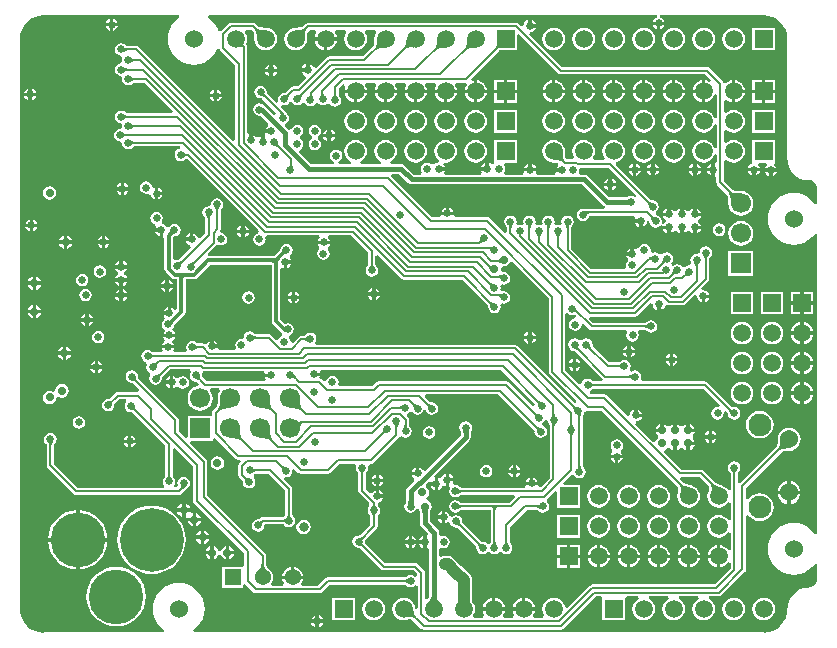
<source format=gbl>
G04 Layer_Physical_Order=4*
G04 Layer_Color=11115039*
%FSLAX44Y44*%
%MOMM*%
G71*
G01*
G75*
%ADD60C,0.2000*%
%ADD61C,0.3000*%
%ADD64C,0.4000*%
%ADD65C,1.0000*%
%ADD69C,1.5000*%
%ADD70R,1.5000X1.5000*%
%ADD71C,1.7000*%
%ADD72R,1.7000X1.7000*%
%ADD73R,1.7000X1.7000*%
%ADD74C,4.6200*%
%ADD75C,5.3800*%
%ADD76R,1.5000X1.5000*%
%ADD77C,1.5400*%
%ADD78C,1.9300*%
%ADD79C,1.3700*%
%ADD80R,1.3700X1.3700*%
%ADD81C,1.5240*%
%ADD82C,0.6400*%
%ADD83C,0.7400*%
%ADD84C,0.7000*%
%ADD85C,0.8000*%
G36*
X440730Y176695D02*
X440735Y176688D01*
X440793Y176597D01*
X440843Y176499D01*
X440889Y176389D01*
X440929Y176263D01*
X440964Y176119D01*
X440990Y175953D01*
X441004Y175782D01*
X440948Y175500D01*
X441352Y173471D01*
X442501Y171751D01*
X444221Y170602D01*
X446250Y170198D01*
X448279Y170602D01*
X449999Y171751D01*
X451148Y173471D01*
X451552Y175500D01*
X451148Y177529D01*
X449999Y179249D01*
X448279Y180398D01*
X448108Y180432D01*
X447703Y182552D01*
X448749Y183251D01*
X449898Y184971D01*
X450009Y185527D01*
X451948Y185250D01*
X452352Y183221D01*
X453253Y181872D01*
X453266Y181849D01*
X453282Y181829D01*
X453501Y181501D01*
X453578Y181449D01*
X453678Y181294D01*
X453762Y181142D01*
X453828Y181000D01*
X453878Y180867D01*
X453915Y180742D01*
X453940Y180621D01*
X453941Y180609D01*
Y136267D01*
X446491Y128817D01*
X445107Y128971D01*
X444311Y130121D01*
X433618D01*
X433630Y130059D01*
X432525Y128059D01*
X378748D01*
X378740Y128060D01*
X378635Y128083D01*
X378530Y128116D01*
X378419Y128162D01*
X378302Y128223D01*
X378175Y128301D01*
X378040Y128399D01*
X377909Y128510D01*
X377749Y128749D01*
X376029Y129898D01*
X374000Y130302D01*
X372774Y130058D01*
X371566Y131850D01*
X372148Y132721D01*
X372253Y133250D01*
X368750D01*
Y129285D01*
X369684Y127900D01*
X369102Y127029D01*
X368698Y125000D01*
X369102Y122971D01*
X370251Y121251D01*
X371971Y120102D01*
X374000Y119698D01*
X376029Y120102D01*
X377749Y121251D01*
X377909Y121490D01*
X378040Y121601D01*
X378175Y121699D01*
X378302Y121777D01*
X378419Y121838D01*
X378530Y121884D01*
X378635Y121917D01*
X378739Y121940D01*
X378748Y121941D01*
X424002D01*
X424768Y120093D01*
X419801Y115126D01*
X378816D01*
X378807Y115127D01*
X378703Y115151D01*
X378597Y115184D01*
X378487Y115230D01*
X378369Y115290D01*
X378243Y115368D01*
X378107Y115467D01*
X377976Y115578D01*
X377817Y115817D01*
X376097Y116966D01*
X374068Y117369D01*
X372039Y116966D01*
X370319Y115817D01*
X369169Y114097D01*
X368766Y112068D01*
X369169Y110039D01*
X370319Y108319D01*
X372039Y107169D01*
X374068Y106766D01*
X376097Y107169D01*
X377817Y108319D01*
X377976Y108558D01*
X378107Y108668D01*
X378243Y108767D01*
X378369Y108845D01*
X378487Y108906D01*
X378597Y108951D01*
X378703Y108985D01*
X378807Y109008D01*
X378816Y109009D01*
X403941D01*
Y81748D01*
X403940Y81740D01*
X403917Y81635D01*
X403884Y81530D01*
X403838Y81419D01*
X403778Y81302D01*
X403699Y81175D01*
X403601Y81040D01*
X403490Y80909D01*
X403251Y80749D01*
X403203Y80677D01*
X400797D01*
X400749Y80749D01*
X399029Y81898D01*
X397000Y82302D01*
X396718Y82246D01*
X396547Y82260D01*
X396381Y82287D01*
X396237Y82320D01*
X396111Y82361D01*
X396001Y82407D01*
X395903Y82457D01*
X395812Y82515D01*
X395805Y82520D01*
X380153Y98173D01*
X380147Y98180D01*
X380090Y98270D01*
X380039Y98368D01*
X379993Y98478D01*
X379953Y98604D01*
X379919Y98749D01*
X379893Y98915D01*
X379878Y99086D01*
X379934Y99368D01*
X379531Y101397D01*
X378381Y103117D01*
X376661Y104266D01*
X374632Y104670D01*
X372603Y104266D01*
X371259Y103368D01*
X369771Y103691D01*
X369095Y104040D01*
X368898Y105029D01*
X367749Y106749D01*
X366029Y107898D01*
X365500Y108004D01*
Y103000D01*
Y97997D01*
X366029Y98102D01*
X367373Y99000D01*
X368862Y98677D01*
X369537Y98328D01*
X369734Y97339D01*
X370883Y95619D01*
X372603Y94469D01*
X374632Y94066D01*
X374914Y94122D01*
X375085Y94107D01*
X375251Y94081D01*
X375396Y94047D01*
X375522Y94007D01*
X375632Y93961D01*
X375730Y93910D01*
X375820Y93853D01*
X375827Y93847D01*
X391480Y78194D01*
X391485Y78187D01*
X391543Y78097D01*
X391593Y77999D01*
X391639Y77889D01*
X391679Y77763D01*
X391713Y77618D01*
X391740Y77453D01*
X391754Y77282D01*
X391698Y77000D01*
X392102Y74971D01*
X393251Y73251D01*
X394971Y72102D01*
X397000Y71698D01*
X399029Y72102D01*
X400749Y73251D01*
X400797Y73323D01*
X403203D01*
X403251Y73251D01*
X404971Y72102D01*
X407000Y71698D01*
X409029Y72102D01*
X410749Y73251D01*
X410797Y73323D01*
X413203D01*
X413251Y73251D01*
X414971Y72102D01*
X417000Y71698D01*
X419029Y72102D01*
X420749Y73251D01*
X421898Y74971D01*
X422302Y77000D01*
X421898Y79029D01*
X420749Y80749D01*
X420510Y80909D01*
X420400Y81040D01*
X420301Y81175D01*
X420223Y81302D01*
X420162Y81419D01*
X420116Y81530D01*
X420083Y81635D01*
X420060Y81739D01*
X420059Y81748D01*
Y94733D01*
X434335Y109009D01*
X443319D01*
X443328Y109008D01*
X443433Y108985D01*
X443538Y108951D01*
X443648Y108906D01*
X443766Y108845D01*
X443892Y108767D01*
X444028Y108668D01*
X444159Y108558D01*
X444319Y108319D01*
X446039Y107169D01*
X448068Y106766D01*
X450097Y107169D01*
X451817Y108319D01*
X452966Y110039D01*
X453369Y112068D01*
X452966Y114097D01*
X451817Y115817D01*
X451778Y115843D01*
X451571Y116512D01*
X451656Y118330D01*
X458552Y125226D01*
X460400Y124461D01*
Y111150D01*
X479400D01*
Y130150D01*
X466089D01*
X465323Y131998D01*
X472272Y138947D01*
X474612Y138458D01*
X475251Y137501D01*
X476971Y136352D01*
X479000Y135948D01*
X481029Y136352D01*
X482749Y137501D01*
X483898Y139221D01*
X484302Y141250D01*
X483898Y143279D01*
X482749Y144999D01*
X482510Y145159D01*
X482399Y145290D01*
X482301Y145426D01*
X482223Y145552D01*
X482162Y145669D01*
X482116Y145780D01*
X482083Y145885D01*
X482060Y145989D01*
X482059Y145998D01*
Y188703D01*
X482060Y188712D01*
X482086Y188867D01*
X482118Y189007D01*
X482255Y189431D01*
X482320Y189589D01*
X482560Y190075D01*
X482707Y190328D01*
X482745Y190443D01*
X483098Y190971D01*
X483266Y191814D01*
X483320Y191888D01*
X483621Y192145D01*
X485361Y193060D01*
X485398Y193061D01*
X486000Y192941D01*
X497733D01*
X562433Y128241D01*
X562481Y128185D01*
X562608Y127972D01*
X562720Y127697D01*
X562810Y127340D01*
X562867Y126892D01*
X562880Y126350D01*
X562838Y125716D01*
X562737Y124995D01*
X562570Y124189D01*
X562372Y123439D01*
X562244Y123130D01*
X561918Y120650D01*
X562244Y118170D01*
X563202Y115859D01*
X564725Y113875D01*
X566709Y112352D01*
X569020Y111395D01*
X571500Y111068D01*
X573980Y111395D01*
X576291Y112352D01*
X578275Y113875D01*
X579798Y115859D01*
X580756Y118170D01*
X581082Y120650D01*
X580756Y123130D01*
X579798Y125441D01*
X578275Y127425D01*
X576291Y128948D01*
X573980Y129906D01*
X573670Y129946D01*
X572722Y130206D01*
X569614Y131160D01*
X568157Y131703D01*
X567649Y131927D01*
X567273Y132120D01*
X567094Y132231D01*
X564384Y134941D01*
X565213Y136941D01*
X580733D01*
X588813Y128862D01*
X588867Y128798D01*
X588983Y128603D01*
X589069Y128380D01*
X589128Y128102D01*
X589150Y127748D01*
X589120Y127310D01*
X589027Y126785D01*
X588860Y126178D01*
X588612Y125494D01*
X588257Y124684D01*
X588220Y124520D01*
X587645Y123130D01*
X587318Y120650D01*
X587645Y118170D01*
X588602Y115859D01*
X590125Y113875D01*
X592109Y112352D01*
X594420Y111395D01*
X596900Y111068D01*
X599380Y111395D01*
X601691Y112352D01*
X603675Y113875D01*
X604941Y115524D01*
X606266Y115326D01*
X606941Y114989D01*
Y100911D01*
X606266Y100574D01*
X604941Y100376D01*
X603675Y102025D01*
X601691Y103548D01*
X599380Y104506D01*
X596900Y104832D01*
X594420Y104506D01*
X592109Y103548D01*
X590125Y102025D01*
X588602Y100041D01*
X587645Y97730D01*
X587318Y95250D01*
X587645Y92770D01*
X588602Y90459D01*
X590125Y88475D01*
X592109Y86952D01*
X594420Y85995D01*
X596900Y85668D01*
X599380Y85995D01*
X601691Y86952D01*
X603675Y88475D01*
X604941Y90124D01*
X606266Y89926D01*
X606941Y89589D01*
Y75511D01*
X606266Y75174D01*
X604941Y74976D01*
X603675Y76625D01*
X601691Y78148D01*
X599380Y79106D01*
X598400Y79234D01*
Y69850D01*
Y60465D01*
X599380Y60595D01*
X601691Y61552D01*
X603675Y63075D01*
X604941Y64724D01*
X606266Y64526D01*
X606941Y64189D01*
Y59267D01*
X593733Y46059D01*
X490000D01*
X488829Y45826D01*
X487837Y45163D01*
X468715Y26041D01*
X466603Y26757D01*
X466455Y27880D01*
X465498Y30191D01*
X463975Y32175D01*
X461991Y33698D01*
X459680Y34655D01*
X457200Y34982D01*
X454720Y34655D01*
X452409Y33698D01*
X450424Y32175D01*
X448902Y30191D01*
X447944Y27880D01*
X447618Y25400D01*
X447944Y22920D01*
X448902Y20609D01*
X449401Y19959D01*
X448414Y17959D01*
X440586D01*
X439599Y19959D01*
X440098Y20609D01*
X441055Y22920D01*
X441185Y23900D01*
X422416D01*
X422545Y22920D01*
X423502Y20609D01*
X424001Y19959D01*
X423014Y17959D01*
X415186D01*
X414199Y19959D01*
X414698Y20609D01*
X415656Y22920D01*
X415784Y23900D01*
X397015D01*
X397145Y22920D01*
X398102Y20609D01*
X398601Y19959D01*
X397615Y17959D01*
X389785D01*
X388799Y19959D01*
X389298Y20609D01*
X390256Y22920D01*
X390582Y25400D01*
X390256Y27880D01*
X389298Y30191D01*
X388250Y31557D01*
X388060Y35142D01*
Y50000D01*
X387820Y51827D01*
X387114Y53530D01*
X385992Y54992D01*
X378992Y61992D01*
X372992Y67992D01*
X371530Y69114D01*
X369827Y69820D01*
X368000Y70060D01*
X365000D01*
X363173Y69820D01*
X362078Y69366D01*
X360078Y70336D01*
Y75961D01*
X361943Y77085D01*
X362078Y77080D01*
X364000Y76698D01*
X366029Y77102D01*
X367749Y78251D01*
X368898Y79971D01*
X369302Y82000D01*
X368898Y84029D01*
X367749Y85749D01*
X366029Y86898D01*
X364000Y87302D01*
X362078Y86920D01*
X361943Y86915D01*
X360078Y88039D01*
Y90000D01*
X360078Y90000D01*
X359768Y91561D01*
X358884Y92884D01*
X352199Y99568D01*
Y107395D01*
X352205Y107476D01*
X352230Y107671D01*
X352256Y107807D01*
X353490Y109655D01*
X353933Y111879D01*
X353490Y114103D01*
X352230Y115988D01*
X350345Y117248D01*
X349890Y117339D01*
X349468Y119462D01*
X350109Y119890D01*
X351369Y121776D01*
X351812Y124000D01*
X351369Y126224D01*
X350109Y128110D01*
X349338Y128625D01*
X348986Y131102D01*
X351100Y133216D01*
X352438Y132500D01*
X356500D01*
Y136562D01*
X355784Y137900D01*
X385634Y167750D01*
X385634Y167750D01*
X386518Y169073D01*
X386828Y170634D01*
X386828Y170634D01*
Y175467D01*
X386831Y175497D01*
X387648Y176721D01*
X388052Y178750D01*
X387648Y180779D01*
X386499Y182499D01*
X384779Y183648D01*
X382750Y184052D01*
X380721Y183648D01*
X379001Y182499D01*
X377852Y180779D01*
X377448Y178750D01*
X377852Y176721D01*
X378651Y175524D01*
X378672Y175206D01*
Y172323D01*
X348693Y142344D01*
X346351Y142831D01*
X345716Y143782D01*
X343996Y144931D01*
X343467Y145036D01*
Y140033D01*
X341967D01*
Y138533D01*
X336964D01*
X337069Y138004D01*
X338218Y136284D01*
X338595Y136032D01*
X338820Y133477D01*
X333116Y127773D01*
X332232Y126450D01*
X331922Y124889D01*
X331922Y124889D01*
Y115283D01*
X331919Y115253D01*
X331102Y114029D01*
X330698Y112000D01*
X331102Y109971D01*
X332251Y108251D01*
X333971Y107102D01*
X336000Y106698D01*
X338029Y107102D01*
X339749Y108251D01*
X340707Y109684D01*
X342024Y109718D01*
X342831Y109537D01*
X343986Y107807D01*
X344003Y107716D01*
X344043Y107256D01*
Y97879D01*
X344043Y97879D01*
X344353Y96318D01*
X345237Y94995D01*
X350597Y89636D01*
X350527Y88761D01*
X349621Y88115D01*
Y82000D01*
Y76996D01*
X349922Y77056D01*
X350393Y76934D01*
X351922Y75880D01*
Y36706D01*
X351868Y36362D01*
X351753Y35927D01*
X351586Y35483D01*
X351365Y35027D01*
X351084Y34557D01*
X350739Y34074D01*
X350327Y33579D01*
X350159Y33402D01*
X349007Y33650D01*
X348159Y34234D01*
Y55900D01*
X347926Y57070D01*
X347263Y58063D01*
X342163Y63163D01*
X341171Y63826D01*
X340000Y64059D01*
X340000Y64059D01*
X314517D01*
X297520Y81055D01*
X297515Y81062D01*
X297458Y81153D01*
X297407Y81251D01*
X297361Y81361D01*
X297320Y81487D01*
X297286Y81631D01*
X297260Y81797D01*
X297246Y81968D01*
X297302Y82250D01*
X297246Y82532D01*
X297260Y82703D01*
X297286Y82868D01*
X297320Y83013D01*
X297361Y83139D01*
X297407Y83249D01*
X297457Y83347D01*
X297515Y83438D01*
X297520Y83445D01*
X307163Y93087D01*
X307826Y94080D01*
X308059Y95250D01*
Y104252D01*
X308060Y104260D01*
X308083Y104365D01*
X308116Y104471D01*
X308162Y104580D01*
X308223Y104698D01*
X308301Y104825D01*
X308400Y104960D01*
X308510Y105091D01*
X308749Y105251D01*
X309898Y106971D01*
X310302Y109000D01*
X309898Y111029D01*
X308749Y112749D01*
X308510Y112909D01*
X308400Y113040D01*
X308301Y113175D01*
X308223Y113302D01*
X308179Y113387D01*
X308148Y115272D01*
X309929Y116082D01*
X310029Y116102D01*
X311749Y117251D01*
X312898Y118971D01*
X313004Y119500D01*
X308000D01*
Y121000D01*
X306500D01*
Y126004D01*
X305971Y125898D01*
X304251Y124749D01*
X303605Y123781D01*
X301269Y123288D01*
X298059Y126499D01*
Y140252D01*
X298060Y140260D01*
X298083Y140365D01*
X298116Y140471D01*
X298162Y140581D01*
X298223Y140698D01*
X298301Y140825D01*
X298400Y140960D01*
X298510Y141091D01*
X298749Y141251D01*
X299898Y142971D01*
X300302Y145000D01*
X300075Y146141D01*
X301377Y148141D01*
X302200D01*
X302200Y148141D01*
X303371Y148374D01*
X304363Y149037D01*
X326163Y170837D01*
X326271Y171000D01*
X326590Y171178D01*
X328476Y171524D01*
X328793Y171465D01*
X329741Y170832D01*
X331770Y170428D01*
X333799Y170832D01*
X335519Y171981D01*
X336668Y173701D01*
X337072Y175730D01*
X336668Y177759D01*
X335519Y179479D01*
X335280Y179639D01*
X335169Y179770D01*
X335071Y179905D01*
X334992Y180032D01*
X334932Y180149D01*
X334886Y180260D01*
X334853Y180365D01*
X334830Y180469D01*
X334829Y180478D01*
Y185480D01*
X334596Y186651D01*
X333933Y187643D01*
X333933Y187643D01*
X332932Y188644D01*
X333590Y190814D01*
X333779Y190852D01*
X335499Y192001D01*
X337827Y191885D01*
X338251Y191251D01*
X339971Y190102D01*
X342000Y189698D01*
X344029Y190102D01*
X345749Y191251D01*
X346898Y192971D01*
X346980Y193384D01*
X349020D01*
X349102Y192971D01*
X350251Y191251D01*
X351971Y190102D01*
X354000Y189698D01*
X356029Y190102D01*
X357749Y191251D01*
X358898Y192971D01*
X359302Y195000D01*
X358898Y197029D01*
X357749Y198749D01*
X356029Y199898D01*
X354000Y200302D01*
X353718Y200246D01*
X353547Y200260D01*
X353382Y200287D01*
X353237Y200320D01*
X353111Y200361D01*
X353001Y200406D01*
X352903Y200457D01*
X352812Y200515D01*
X352805Y200520D01*
X348232Y205093D01*
X348998Y206941D01*
X410483D01*
X440730Y176695D01*
D02*
G37*
G36*
X606817Y194617D02*
X607048Y194444D01*
X607290Y194301D01*
X607541Y194187D01*
X607803Y194102D01*
X608074Y194046D01*
X608356Y194019D01*
X608648Y194022D01*
X608950Y194053D01*
X609262Y194114D01*
X606872Y190324D01*
X606790Y190671D01*
X606590Y191315D01*
X606472Y191613D01*
X606343Y191896D01*
X606202Y192161D01*
X606049Y192411D01*
X605885Y192645D01*
X605709Y192863D01*
X605521Y193064D01*
X606596Y194818D01*
X606817Y194617D01*
D02*
G37*
G36*
X571968Y307800D02*
X571628Y307793D01*
X571302Y307765D01*
X570990Y307716D01*
X570692Y307646D01*
X570408Y307555D01*
X570138Y307443D01*
X569883Y307310D01*
X569641Y307157D01*
X569413Y306982D01*
X569200Y306786D01*
X567786Y308200D01*
X567982Y308413D01*
X568157Y308641D01*
X568310Y308882D01*
X568443Y309138D01*
X568555Y309408D01*
X568646Y309692D01*
X568716Y309990D01*
X568765Y310302D01*
X568793Y310628D01*
X568800Y310968D01*
X571968Y307800D01*
D02*
G37*
G36*
X561097Y308929D02*
X560794Y309004D01*
X560501Y309048D01*
X560216Y309061D01*
X559940Y309043D01*
X559673Y308995D01*
X559415Y308915D01*
X559166Y308805D01*
X558925Y308664D01*
X558694Y308492D01*
X558471Y308290D01*
X557483Y310129D01*
X557668Y310327D01*
X557844Y310541D01*
X558010Y310772D01*
X558167Y311019D01*
X558314Y311281D01*
X558581Y311856D01*
X558701Y312168D01*
X558911Y312840D01*
X561097Y308929D01*
D02*
G37*
G36*
X480761Y191038D02*
X480461Y190430D01*
X480339Y190133D01*
X480150Y189550D01*
X480085Y189265D01*
X480038Y188984D01*
X480009Y188707D01*
X480000Y188434D01*
X478000Y187886D01*
X477986Y188186D01*
X477944Y188471D01*
X477874Y188742D01*
X477776Y188998D01*
X477651Y189239D01*
X477497Y189466D01*
X477315Y189678D01*
X477105Y189876D01*
X476868Y190059D01*
X476602Y190227D01*
X480940Y191347D01*
X480761Y191038D01*
D02*
G37*
G36*
X464705Y411527D02*
X464823Y409487D01*
X464934Y408594D01*
X465081Y407786D01*
X465263Y407062D01*
X465481Y406424D01*
X465734Y405871D01*
X466022Y405403D01*
X466345Y405019D01*
X464931Y403605D01*
X464547Y403928D01*
X464079Y404216D01*
X463526Y404469D01*
X462887Y404687D01*
X462164Y404869D01*
X461356Y405016D01*
X460463Y405127D01*
X458423Y405245D01*
X457275Y405250D01*
X464700Y412675D01*
X464705Y411527D01*
D02*
G37*
G36*
X99531Y422004D02*
X99781Y421794D01*
X100036Y421608D01*
X100297Y421446D01*
X100562Y421310D01*
X100831Y421198D01*
X101106Y421112D01*
X101386Y421050D01*
X101670Y421012D01*
X101960Y421000D01*
Y419000D01*
X101670Y418988D01*
X101386Y418950D01*
X101106Y418888D01*
X100831Y418802D01*
X100562Y418690D01*
X100297Y418554D01*
X100036Y418392D01*
X99781Y418206D01*
X99531Y417996D01*
X99285Y417760D01*
Y422240D01*
X99531Y422004D01*
D02*
G37*
G36*
X376598Y114072D02*
X376849Y113861D01*
X377104Y113675D01*
X377364Y113514D01*
X377629Y113378D01*
X377899Y113266D01*
X378174Y113179D01*
X378453Y113117D01*
X378738Y113080D01*
X379027Y113068D01*
Y111068D01*
X378738Y111055D01*
X378453Y111018D01*
X378174Y110956D01*
X377899Y110869D01*
X377629Y110758D01*
X377364Y110621D01*
X377104Y110460D01*
X376849Y110274D01*
X376598Y110063D01*
X376353Y109828D01*
Y114308D01*
X376598Y114072D01*
D02*
G37*
G36*
X223601Y420179D02*
X223624Y419854D01*
X223669Y419543D01*
X223736Y419245D01*
X223825Y418962D01*
X223934Y418693D01*
X224066Y418437D01*
X224219Y418195D01*
X224394Y417967D01*
X224590Y417753D01*
X223152Y416362D01*
X222940Y416558D01*
X222713Y416733D01*
X222471Y416887D01*
X222216Y417022D01*
X221946Y417136D01*
X221662Y417229D01*
X221363Y417303D01*
X221050Y417355D01*
X220723Y417388D01*
X220382Y417400D01*
X223599Y420518D01*
X223601Y420179D01*
D02*
G37*
G36*
X144031Y411754D02*
X144281Y411544D01*
X144536Y411358D01*
X144797Y411196D01*
X145062Y411060D01*
X145331Y410948D01*
X145606Y410862D01*
X145886Y410800D01*
X146170Y410762D01*
X146460Y410750D01*
Y408750D01*
X146170Y408738D01*
X145886Y408700D01*
X145606Y408638D01*
X145331Y408552D01*
X145062Y408440D01*
X144797Y408304D01*
X144536Y408142D01*
X144281Y407956D01*
X144031Y407746D01*
X143785Y407510D01*
Y411990D01*
X144031Y411754D01*
D02*
G37*
G36*
X445782Y109828D02*
X445537Y110063D01*
X445286Y110274D01*
X445031Y110460D01*
X444771Y110621D01*
X444506Y110758D01*
X444236Y110869D01*
X443961Y110956D01*
X443682Y111018D01*
X443397Y111055D01*
X443108Y111068D01*
Y113068D01*
X443397Y113080D01*
X443682Y113117D01*
X443961Y113179D01*
X444236Y113266D01*
X444506Y113378D01*
X444771Y113514D01*
X445031Y113675D01*
X445286Y113861D01*
X445537Y114072D01*
X445782Y114308D01*
Y109828D01*
D02*
G37*
G36*
X592407Y131048D02*
X592714Y130861D01*
X593722Y130334D01*
X599902Y127523D01*
X590124Y123865D01*
X590506Y124736D01*
X590804Y125559D01*
X591018Y126335D01*
X591148Y127063D01*
X591193Y127744D01*
X591154Y128377D01*
X591030Y128962D01*
X590823Y129499D01*
X590531Y129989D01*
X590154Y130431D01*
X592231Y131183D01*
X592407Y131048D01*
D02*
G37*
G36*
X376531Y127004D02*
X376781Y126794D01*
X377036Y126608D01*
X377297Y126446D01*
X377562Y126310D01*
X377831Y126198D01*
X378106Y126112D01*
X378386Y126050D01*
X378670Y126012D01*
X378960Y126000D01*
Y124000D01*
X378670Y123988D01*
X378386Y123950D01*
X378106Y123888D01*
X377831Y123802D01*
X377562Y123690D01*
X377297Y123554D01*
X377036Y123392D01*
X376781Y123206D01*
X376531Y122996D01*
X376285Y122760D01*
Y127240D01*
X376531Y127004D01*
D02*
G37*
G36*
X153818Y318404D02*
X153617Y318183D01*
X153444Y317952D01*
X153301Y317710D01*
X153187Y317459D01*
X153102Y317197D01*
X153046Y316926D01*
X153019Y316644D01*
X153022Y316352D01*
X153053Y316050D01*
X153114Y315738D01*
X149324Y318128D01*
X149671Y318210D01*
X150315Y318410D01*
X150613Y318528D01*
X150895Y318657D01*
X151161Y318798D01*
X151411Y318951D01*
X151645Y319115D01*
X151863Y319291D01*
X152064Y319479D01*
X153818Y318404D01*
D02*
G37*
G36*
X235999Y401418D02*
X236008Y401150D01*
X236033Y400877D01*
X236075Y400598D01*
X236134Y400312D01*
X236302Y399723D01*
X236412Y399419D01*
X236681Y398793D01*
X236841Y398470D01*
X232586Y399870D01*
X232854Y400018D01*
X233095Y400183D01*
X233307Y400365D01*
X233490Y400564D01*
X233646Y400780D01*
X233773Y401014D01*
X233872Y401264D01*
X233943Y401532D01*
X233985Y401817D01*
X233999Y402119D01*
X235999Y401418D01*
D02*
G37*
G36*
X580222Y318252D02*
X580011Y318001D01*
X579825Y317746D01*
X579664Y317486D01*
X579528Y317221D01*
X579416Y316951D01*
X579329Y316676D01*
X579267Y316397D01*
X579230Y316112D01*
X579217Y315823D01*
X577217D01*
X577205Y316112D01*
X577168Y316397D01*
X577106Y316676D01*
X577019Y316951D01*
X576908Y317221D01*
X576771Y317486D01*
X576610Y317746D01*
X576424Y318001D01*
X576213Y318252D01*
X575978Y318497D01*
X580457D01*
X580222Y318252D01*
D02*
G37*
G36*
X565875Y130589D02*
X566267Y130344D01*
X566772Y130085D01*
X567388Y129813D01*
X568958Y129228D01*
X572154Y128248D01*
X573443Y127894D01*
X564296Y122737D01*
X564556Y123722D01*
X564747Y124646D01*
X564868Y125507D01*
X564921Y126306D01*
X564904Y127044D01*
X564818Y127720D01*
X564662Y128334D01*
X564438Y128886D01*
X564144Y129376D01*
X563781Y129804D01*
X565594Y130820D01*
X565875Y130589D01*
D02*
G37*
G36*
X338002Y116055D02*
X338086Y114739D01*
X338118Y114576D01*
X338154Y114446D01*
X338194Y114349D01*
X338240Y114285D01*
X333760D01*
X333806Y114349D01*
X333846Y114446D01*
X333882Y114576D01*
X333914Y114739D01*
X333940Y114936D01*
X333978Y115429D01*
X334000Y116418D01*
X338000D01*
X338002Y116055D01*
D02*
G37*
G36*
X306012Y113670D02*
X306050Y113386D01*
X306112Y113106D01*
X306198Y112831D01*
X306310Y112562D01*
X306446Y112297D01*
X306608Y112037D01*
X306794Y111781D01*
X307004Y111531D01*
X307240Y111285D01*
X302760D01*
X302996Y111531D01*
X303206Y111781D01*
X303392Y112037D01*
X303554Y112297D01*
X303690Y112562D01*
X303802Y112831D01*
X303888Y113106D01*
X303950Y113386D01*
X303988Y113670D01*
X304000Y113960D01*
X306000D01*
X306012Y113670D01*
D02*
G37*
G36*
X402961Y316476D02*
X403211Y316296D01*
X403466Y316156D01*
X403728Y316056D01*
X403995Y315997D01*
X404269Y315978D01*
X404548Y315998D01*
X404834Y316060D01*
X405126Y316161D01*
X405423Y316302D01*
X403919Y311718D01*
X403746Y312071D01*
X403036Y313313D01*
X402853Y313581D01*
X402482Y314066D01*
X402293Y314283D01*
X402103Y314483D01*
X402718Y316696D01*
X402961Y316476D01*
D02*
G37*
G36*
X304262Y316670D02*
X304300Y316386D01*
X304362Y316106D01*
X304448Y315832D01*
X304560Y315562D01*
X304696Y315297D01*
X304858Y315037D01*
X305044Y314781D01*
X305254Y314531D01*
X305490Y314285D01*
X301010D01*
X301246Y314531D01*
X301456Y314781D01*
X301642Y315037D01*
X301804Y315297D01*
X301940Y315562D01*
X302052Y315832D01*
X302138Y316106D01*
X302200Y316386D01*
X302238Y316670D01*
X302250Y316960D01*
X304250D01*
X304262Y316670D01*
D02*
G37*
G36*
X442413Y191018D02*
X442641Y190844D01*
X442882Y190690D01*
X443138Y190557D01*
X443408Y190445D01*
X443692Y190354D01*
X443990Y190284D01*
X444302Y190235D01*
X444628Y190207D01*
X444968Y190200D01*
X441800Y187032D01*
X441793Y187372D01*
X441765Y187698D01*
X441716Y188010D01*
X441646Y188308D01*
X441555Y188592D01*
X441443Y188862D01*
X441310Y189118D01*
X441157Y189359D01*
X440982Y189587D01*
X440786Y189800D01*
X442200Y191214D01*
X442413Y191018D01*
D02*
G37*
G36*
X242584Y202262D02*
X242831Y198865D01*
X242990Y197936D01*
X243187Y197109D01*
X243423Y196383D01*
X243697Y195758D01*
X244010Y195236D01*
X244361Y194815D01*
X242947Y193400D01*
X242526Y193752D01*
X242003Y194064D01*
X241379Y194339D01*
X240653Y194574D01*
X239825Y194772D01*
X238896Y194931D01*
X237866Y195052D01*
X235499Y195177D01*
X234164Y195183D01*
X242579Y203597D01*
X242584Y202262D01*
D02*
G37*
G36*
X99531Y436004D02*
X99781Y435794D01*
X100036Y435608D01*
X100297Y435446D01*
X100562Y435310D01*
X100831Y435198D01*
X101106Y435112D01*
X101386Y435050D01*
X101670Y435012D01*
X101960Y435000D01*
Y433000D01*
X101670Y432988D01*
X101386Y432950D01*
X101106Y432888D01*
X100831Y432802D01*
X100562Y432690D01*
X100297Y432554D01*
X100036Y432392D01*
X99781Y432206D01*
X99531Y431996D01*
X99285Y431760D01*
Y436240D01*
X99531Y436004D01*
D02*
G37*
G36*
X377839Y98995D02*
X377867Y98669D01*
X377916Y98357D01*
X377986Y98059D01*
X378077Y97775D01*
X378189Y97506D01*
X378322Y97250D01*
X378476Y97008D01*
X378651Y96781D01*
X378847Y96568D01*
X377432Y95154D01*
X377219Y95349D01*
X376991Y95524D01*
X376750Y95678D01*
X376494Y95811D01*
X376225Y95923D01*
X375941Y96014D01*
X375643Y96084D01*
X375331Y96133D01*
X375005Y96161D01*
X374664Y96168D01*
X377832Y99336D01*
X377839Y98995D01*
D02*
G37*
G36*
X183194Y195183D02*
X181859Y195177D01*
X178462Y194931D01*
X177533Y194772D01*
X176705Y194574D01*
X175979Y194339D01*
X175355Y194064D01*
X174832Y193752D01*
X174411Y193400D01*
X172997Y194815D01*
X173348Y195236D01*
X173661Y195758D01*
X173935Y196383D01*
X174171Y197109D01*
X174369Y197936D01*
X174528Y198865D01*
X174648Y199896D01*
X174774Y202262D01*
X174779Y203597D01*
X183194Y195183D01*
D02*
G37*
G36*
X217184Y202262D02*
X217431Y198865D01*
X217590Y197936D01*
X217787Y197109D01*
X218023Y196383D01*
X218297Y195758D01*
X218610Y195236D01*
X218961Y194815D01*
X217547Y193400D01*
X217126Y193752D01*
X216603Y194064D01*
X215979Y194339D01*
X215253Y194574D01*
X214425Y194772D01*
X213496Y194931D01*
X212466Y195052D01*
X210100Y195177D01*
X208764Y195183D01*
X217179Y203597D01*
X217184Y202262D01*
D02*
G37*
G36*
X93531Y444004D02*
X93781Y443794D01*
X94036Y443608D01*
X94297Y443446D01*
X94562Y443310D01*
X94831Y443198D01*
X95106Y443112D01*
X95386Y443050D01*
X95670Y443012D01*
X95960Y443000D01*
Y441000D01*
X95670Y440988D01*
X95386Y440950D01*
X95106Y440888D01*
X94831Y440802D01*
X94562Y440690D01*
X94297Y440554D01*
X94036Y440392D01*
X93781Y440206D01*
X93531Y439996D01*
X93285Y439760D01*
Y444240D01*
X93531Y444004D01*
D02*
G37*
G36*
X404352Y301257D02*
X404580Y301082D01*
X404821Y300929D01*
X405077Y300796D01*
X405347Y300684D01*
X405631Y300593D01*
X405929Y300523D01*
X406241Y300474D01*
X406567Y300446D01*
X406907Y300439D01*
X403739Y297271D01*
X403732Y297611D01*
X403704Y297937D01*
X403655Y298249D01*
X403585Y298547D01*
X403494Y298831D01*
X403382Y299101D01*
X403249Y299356D01*
X403096Y299598D01*
X402921Y299826D01*
X402725Y300039D01*
X404139Y301453D01*
X404352Y301257D01*
D02*
G37*
G36*
X188055Y152620D02*
X189047Y151957D01*
X190218Y151724D01*
X191535D01*
X192300Y149876D01*
X191087Y148663D01*
X190424Y147670D01*
X190191Y146500D01*
X190191Y146500D01*
Y138750D01*
X190191Y138750D01*
X190424Y137579D01*
X191087Y136587D01*
X193870Y133805D01*
X193875Y133798D01*
X193933Y133707D01*
X193983Y133609D01*
X194029Y133499D01*
X194070Y133373D01*
X194104Y133229D01*
X194130Y133063D01*
X194144Y132892D01*
X194088Y132610D01*
X194492Y130581D01*
X195641Y128861D01*
X197361Y127712D01*
X199390Y127308D01*
X201419Y127712D01*
X203139Y128861D01*
X204288Y130581D01*
X204692Y132610D01*
D01*
Y132610D01*
X204288Y134639D01*
X203139Y136359D01*
X203267Y138679D01*
X203749Y139001D01*
X203909Y139240D01*
X204040Y139351D01*
X204175Y139449D01*
X204302Y139528D01*
X204419Y139588D01*
X204530Y139634D01*
X204635Y139667D01*
X204739Y139690D01*
X204748Y139691D01*
X215983D01*
X229941Y125733D01*
Y104748D01*
X229940Y104740D01*
X229917Y104635D01*
X229884Y104530D01*
X229838Y104419D01*
X229778Y104302D01*
X229699Y104176D01*
X229601Y104040D01*
X229490Y103909D01*
X229251Y103749D01*
X229091Y103510D01*
X228960Y103399D01*
X228825Y103301D01*
X228698Y103223D01*
X228580Y103162D01*
X228470Y103116D01*
X228365Y103083D01*
X228261Y103060D01*
X228252Y103059D01*
X211000D01*
X209829Y102826D01*
X208837Y102163D01*
X208837Y102163D01*
X208195Y101520D01*
X208188Y101515D01*
X208097Y101458D01*
X207999Y101407D01*
X207889Y101361D01*
X207763Y101320D01*
X207619Y101286D01*
X207453Y101260D01*
X207282Y101246D01*
X207000Y101302D01*
X204971Y100898D01*
X203251Y99749D01*
X202102Y98029D01*
X201698Y96000D01*
X202102Y93971D01*
X203251Y92251D01*
X204971Y91102D01*
X207000Y90698D01*
X209029Y91102D01*
X210749Y92251D01*
X211898Y93971D01*
X212302Y96000D01*
X214028Y96941D01*
X228252D01*
X228260Y96940D01*
X228365Y96917D01*
X228470Y96884D01*
X228580Y96838D01*
X228698Y96777D01*
X228825Y96699D01*
X228960Y96601D01*
X229091Y96490D01*
X229251Y96251D01*
X230971Y95102D01*
X233000Y94698D01*
X235029Y95102D01*
X236749Y96251D01*
X237898Y97971D01*
X238302Y100000D01*
X237898Y102029D01*
X236749Y103749D01*
X236510Y103909D01*
X236399Y104040D01*
X236301Y104176D01*
X236222Y104302D01*
X236162Y104419D01*
X236116Y104530D01*
X236083Y104635D01*
X236060Y104739D01*
X236059Y104748D01*
Y127000D01*
X235826Y128170D01*
X235163Y129163D01*
X229086Y135240D01*
X230071Y137083D01*
X230750Y136948D01*
X232779Y137352D01*
X234499Y138501D01*
X235648Y140221D01*
X236052Y142250D01*
X235917Y142929D01*
X237760Y143914D01*
X240837Y140837D01*
X240837Y140837D01*
X241829Y140174D01*
X243000Y139941D01*
X243000Y139941D01*
X266000D01*
X266000Y139941D01*
X267171Y140174D01*
X268163Y140837D01*
X275467Y148141D01*
X288623D01*
X289925Y146141D01*
X289698Y145000D01*
X290102Y142971D01*
X291251Y141251D01*
X291490Y141091D01*
X291600Y140960D01*
X291699Y140825D01*
X291777Y140698D01*
X291838Y140581D01*
X291884Y140471D01*
X291917Y140365D01*
X291940Y140261D01*
X291941Y140252D01*
Y125232D01*
X291941Y125232D01*
X292174Y124061D01*
X292837Y123069D01*
X301176Y114730D01*
X301251Y112749D01*
X300102Y111029D01*
X299698Y109000D01*
X300102Y106971D01*
X301251Y105251D01*
X301490Y105091D01*
X301600Y104960D01*
X301699Y104825D01*
X301777Y104698D01*
X301838Y104580D01*
X301884Y104471D01*
X301917Y104365D01*
X301940Y104261D01*
X301941Y104252D01*
Y96517D01*
X293195Y87770D01*
X293188Y87765D01*
X293097Y87708D01*
X292999Y87657D01*
X292889Y87611D01*
X292763Y87570D01*
X292619Y87536D01*
X292453Y87510D01*
X292282Y87496D01*
X292000Y87552D01*
X289971Y87148D01*
X288251Y85999D01*
X287102Y84279D01*
X286698Y82250D01*
X287102Y80221D01*
X288251Y78501D01*
X289971Y77352D01*
X292000Y76948D01*
X292282Y77004D01*
X292453Y76990D01*
X292619Y76964D01*
X292763Y76930D01*
X292889Y76889D01*
X292999Y76844D01*
X293097Y76793D01*
X293188Y76735D01*
X293195Y76730D01*
X311087Y58837D01*
X311087Y58837D01*
X312080Y58174D01*
X313250Y57941D01*
X338733D01*
X341884Y54791D01*
X341713Y53377D01*
X339855Y52783D01*
X339736Y52758D01*
X338029Y53898D01*
X336000Y54302D01*
X333971Y53898D01*
X332251Y52749D01*
X332091Y52510D01*
X331960Y52400D01*
X331824Y52301D01*
X331698Y52222D01*
X331581Y52162D01*
X331470Y52116D01*
X331365Y52083D01*
X331261Y52060D01*
X331252Y52059D01*
X266000D01*
X266000Y52059D01*
X264830Y51826D01*
X263837Y51163D01*
X263837Y51163D01*
X257733Y45059D01*
X244516D01*
X243530Y47059D01*
X243951Y47607D01*
X244842Y49760D01*
X244949Y50570D01*
X227491D01*
X227598Y49760D01*
X228489Y47607D01*
X228910Y47059D01*
X227924Y45059D01*
X219116D01*
X218130Y47059D01*
X218550Y47607D01*
X219442Y49760D01*
X219746Y52070D01*
X219442Y54380D01*
X218550Y56533D01*
X217132Y58382D01*
X216912Y58551D01*
X216384Y59085D01*
X215254Y60362D01*
X214840Y60901D01*
X214494Y61409D01*
X214231Y61861D01*
X214046Y62249D01*
X213932Y62563D01*
X213879Y62797D01*
Y70180D01*
X213879Y70180D01*
X213646Y71351D01*
X212983Y72343D01*
X212983Y72343D01*
X164059Y121267D01*
Y150000D01*
X164059Y150000D01*
X163826Y151171D01*
X163163Y152163D01*
X149391Y165935D01*
X150156Y167782D01*
X168379D01*
Y169467D01*
X170379Y170295D01*
X188055Y152620D01*
D02*
G37*
G36*
X329465Y193510D02*
X329219Y193746D01*
X328969Y193956D01*
X328713Y194142D01*
X328453Y194304D01*
X328188Y194440D01*
X327919Y194552D01*
X327644Y194638D01*
X327364Y194700D01*
X327080Y194738D01*
X326790Y194750D01*
Y196750D01*
X327080Y196762D01*
X327364Y196800D01*
X327644Y196862D01*
X327919Y196948D01*
X328188Y197060D01*
X328453Y197196D01*
X328713Y197358D01*
X328969Y197544D01*
X329219Y197754D01*
X329465Y197990D01*
Y193510D01*
D02*
G37*
G36*
X229793Y443651D02*
X225625Y443145D01*
X225777Y443338D01*
X225889Y443535D01*
X225959Y443737D01*
X225989Y443943D01*
X225979Y444153D01*
X225928Y444368D01*
X225836Y444587D01*
X225703Y444810D01*
X225530Y445038D01*
X225316Y445270D01*
X227155Y446259D01*
X229793Y443651D01*
D02*
G37*
G36*
X213845Y447165D02*
X211274Y444080D01*
X211016Y444332D01*
X210359Y444903D01*
X210179Y445032D01*
X210019Y445130D01*
X209878Y445197D01*
X209756Y445233D01*
X209654Y445238D01*
X209571Y445212D01*
X210873Y449409D01*
X213845Y447165D01*
D02*
G37*
G36*
X411958Y304306D02*
X411855Y304575D01*
X411729Y304815D01*
X411580Y305027D01*
X411409Y305211D01*
X411215Y305366D01*
X410998Y305494D01*
X410760Y305592D01*
X410498Y305663D01*
X410214Y305706D01*
X409908Y305720D01*
X410986Y307720D01*
X411257Y307725D01*
X411811Y307772D01*
X412094Y307812D01*
X412674Y307928D01*
X413270Y308090D01*
X413882Y308298D01*
X411958Y304306D01*
D02*
G37*
G36*
X307004Y106469D02*
X306794Y106219D01*
X306608Y105964D01*
X306446Y105703D01*
X306310Y105438D01*
X306198Y105169D01*
X306112Y104894D01*
X306050Y104614D01*
X306012Y104330D01*
X306000Y104040D01*
X304000D01*
X303988Y104330D01*
X303950Y104614D01*
X303888Y104894D01*
X303802Y105169D01*
X303690Y105438D01*
X303554Y105703D01*
X303392Y105964D01*
X303206Y106219D01*
X302996Y106469D01*
X302760Y106715D01*
X307240D01*
X307004Y106469D01*
D02*
G37*
G36*
X350599Y109106D02*
X350499Y108944D01*
X350410Y108752D01*
X350333Y108528D01*
X350269Y108275D01*
X350215Y107990D01*
X350174Y107675D01*
X350127Y106953D01*
X350121Y106546D01*
X346121D01*
X346115Y106953D01*
X346027Y107990D01*
X345974Y108275D01*
X345909Y108528D01*
X345832Y108752D01*
X345743Y108944D01*
X345643Y109106D01*
X345531Y109237D01*
X350711D01*
X350599Y109106D01*
D02*
G37*
G36*
X410000Y111068D02*
X409620Y111048D01*
X409280Y110988D01*
X408980Y110888D01*
X408720Y110748D01*
X408500Y110568D01*
X408320Y110348D01*
X408180Y110088D01*
X408080Y109788D01*
X408020Y109448D01*
X408000Y109068D01*
X406000D01*
X405980Y109448D01*
X405920Y109788D01*
X405820Y110088D01*
X405680Y110348D01*
X405500Y110568D01*
X405280Y110748D01*
X405020Y110888D01*
X404720Y110988D01*
X404380Y111048D01*
X404000Y111068D01*
X407000Y113068D01*
X410000Y111068D01*
D02*
G37*
G36*
X92531Y428624D02*
X92781Y428414D01*
X93036Y428228D01*
X93297Y428066D01*
X93562Y427930D01*
X93832Y427818D01*
X94106Y427732D01*
X94386Y427670D01*
X94670Y427632D01*
X94960Y427620D01*
Y425620D01*
X94670Y425608D01*
X94386Y425570D01*
X94106Y425508D01*
X93832Y425422D01*
X93562Y425310D01*
X93297Y425174D01*
X93036Y425013D01*
X92781Y424827D01*
X92531Y424616D01*
X92285Y424380D01*
Y428860D01*
X92531Y428624D01*
D02*
G37*
G36*
X146500Y306800D02*
X145930Y306770D01*
X145420Y306680D01*
X144970Y306530D01*
X144580Y306320D01*
X144250Y306050D01*
X143980Y305720D01*
X143770Y305330D01*
X143620Y304880D01*
X143530Y304370D01*
X143500Y303800D01*
X140500D01*
X140470Y304370D01*
X140380Y304880D01*
X140230Y305330D01*
X140020Y305720D01*
X139750Y306050D01*
X139420Y306320D01*
X139030Y306530D01*
X138580Y306680D01*
X138070Y306770D01*
X137500Y306800D01*
X142000Y309800D01*
X146500Y306800D01*
D02*
G37*
G36*
X230715Y97760D02*
X230469Y97996D01*
X230219Y98206D01*
X229963Y98392D01*
X229703Y98554D01*
X229438Y98690D01*
X229168Y98802D01*
X228894Y98888D01*
X228614Y98950D01*
X228330Y98988D01*
X228040Y99000D01*
Y101000D01*
X228330Y101012D01*
X228614Y101050D01*
X228894Y101112D01*
X229168Y101198D01*
X229438Y101310D01*
X229703Y101446D01*
X229963Y101608D01*
X230219Y101794D01*
X230469Y102004D01*
X230715Y102240D01*
Y97760D01*
D02*
G37*
G36*
X211214Y98800D02*
X211018Y98587D01*
X210843Y98359D01*
X210690Y98118D01*
X210557Y97862D01*
X210445Y97592D01*
X210354Y97308D01*
X210284Y97010D01*
X210235Y96698D01*
X210207Y96372D01*
X210200Y96032D01*
X207032Y99200D01*
X207372Y99207D01*
X207698Y99235D01*
X208010Y99284D01*
X208308Y99354D01*
X208592Y99445D01*
X208862Y99557D01*
X209118Y99690D01*
X209359Y99844D01*
X209587Y100018D01*
X209800Y100214D01*
X211214Y98800D01*
D02*
G37*
G36*
X102443Y196770D02*
X102461Y196446D01*
X102501Y196136D01*
X102564Y195840D01*
X102649Y195557D01*
X102757Y195288D01*
X102886Y195033D01*
X103039Y194791D01*
X103213Y194562D01*
X103410Y194347D01*
X101944Y192985D01*
X101732Y193180D01*
X101506Y193355D01*
X101265Y193510D01*
X101009Y193646D01*
X100739Y193763D01*
X100455Y193860D01*
X100156Y193937D01*
X99842Y193995D01*
X99514Y194032D01*
X99171Y194051D01*
X102447Y197107D01*
X102443Y196770D01*
D02*
G37*
G36*
X475096Y196681D02*
X475327Y196508D01*
X475568Y196364D01*
X475821Y196247D01*
X476084Y196159D01*
X476358Y196098D01*
X476643Y196065D01*
X476939Y196061D01*
X477245Y196084D01*
X477563Y196136D01*
X475052Y192426D01*
X474981Y192773D01*
X474799Y193419D01*
X474688Y193718D01*
X474564Y194002D01*
X474428Y194269D01*
X474278Y194521D01*
X474115Y194756D01*
X473939Y194976D01*
X473750Y195179D01*
X474875Y196882D01*
X475096Y196681D01*
D02*
G37*
G36*
X234012Y104670D02*
X234050Y104386D01*
X234112Y104106D01*
X234198Y103832D01*
X234310Y103562D01*
X234446Y103297D01*
X234608Y103036D01*
X234794Y102781D01*
X235004Y102531D01*
X235240Y102285D01*
X230760D01*
X230996Y102531D01*
X231206Y102781D01*
X231392Y103036D01*
X231554Y103297D01*
X231690Y103562D01*
X231802Y103832D01*
X231888Y104106D01*
X231950Y104386D01*
X231988Y104670D01*
X232000Y104960D01*
X234000D01*
X234012Y104670D01*
D02*
G37*
G36*
X225621Y321975D02*
X225218Y321542D01*
X224858Y321092D01*
X224539Y320623D01*
X224264Y320138D01*
X224030Y319634D01*
X223839Y319113D01*
X223691Y318575D01*
X223585Y318019D01*
X223521Y317445D01*
X223500Y316854D01*
X220500Y315975D01*
X220470Y316545D01*
X220380Y317055D01*
X220230Y317505D01*
X220020Y317895D01*
X219750Y318225D01*
X219420Y318495D01*
X219030Y318705D01*
X218580Y318855D01*
X218070Y318945D01*
X217500Y318975D01*
X218379Y321975D01*
X218970Y321996D01*
X219543Y322060D01*
X220100Y322166D01*
X220638Y322315D01*
X221159Y322506D01*
X221662Y322739D01*
X222148Y323015D01*
X222616Y323333D01*
X223067Y323694D01*
X223500Y324096D01*
X225621Y321975D01*
D02*
G37*
G36*
X167004Y358469D02*
X166793Y358218D01*
X166607Y357963D01*
X166446Y357703D01*
X166310Y357438D01*
X166198Y357168D01*
X166111Y356893D01*
X166049Y356613D01*
X166012Y356329D01*
X166000Y356040D01*
X164000D01*
X163987Y356329D01*
X163950Y356613D01*
X163888Y356893D01*
X163801Y357168D01*
X163690Y357438D01*
X163553Y357703D01*
X163392Y357963D01*
X163206Y358218D01*
X162995Y358469D01*
X162760Y358714D01*
X167240D01*
X167004Y358469D01*
D02*
G37*
G36*
X482836Y362098D02*
X483023Y362077D01*
X483899Y362030D01*
X486417Y362000D01*
X486959Y360000D01*
X486645Y359987D01*
X486362Y359947D01*
X486109Y359881D01*
X485886Y359789D01*
X485693Y359670D01*
X485531Y359525D01*
X485398Y359353D01*
X485297Y359155D01*
X485225Y358931D01*
X485183Y358680D01*
X482702Y362121D01*
X482836Y362098D01*
D02*
G37*
G36*
X540881Y357551D02*
X541108Y357376D01*
X541350Y357222D01*
X541606Y357089D01*
X541875Y356977D01*
X542159Y356886D01*
X542457Y356816D01*
X542769Y356767D01*
X543095Y356739D01*
X543436Y356732D01*
X540268Y353564D01*
X540261Y353905D01*
X540233Y354231D01*
X540184Y354543D01*
X540114Y354841D01*
X540023Y355125D01*
X539911Y355394D01*
X539778Y355650D01*
X539624Y355892D01*
X539449Y356119D01*
X539253Y356333D01*
X540667Y357747D01*
X540881Y357551D01*
D02*
G37*
G36*
X316468Y174800D02*
X316128Y174793D01*
X315802Y174765D01*
X315490Y174716D01*
X315192Y174646D01*
X314908Y174555D01*
X314638Y174443D01*
X314382Y174310D01*
X314141Y174156D01*
X313913Y173982D01*
X313700Y173786D01*
X312286Y175200D01*
X312482Y175413D01*
X312657Y175641D01*
X312810Y175882D01*
X312943Y176138D01*
X313055Y176408D01*
X313146Y176692D01*
X313216Y176990D01*
X313265Y177302D01*
X313293Y177628D01*
X313300Y177968D01*
X316468Y174800D01*
D02*
G37*
G36*
X656513Y161210D02*
X655328Y161205D01*
X652301Y160972D01*
X651469Y160823D01*
X650725Y160638D01*
X650069Y160417D01*
X649502Y160159D01*
X649023Y159866D01*
X648632Y159537D01*
X647217Y160952D01*
X647546Y161343D01*
X647839Y161822D01*
X648096Y162389D01*
X648318Y163045D01*
X648503Y163789D01*
X648652Y164622D01*
X648766Y165542D01*
X648885Y167648D01*
X648890Y168833D01*
X656513Y161210D01*
D02*
G37*
G36*
X384944Y176401D02*
X384904Y176304D01*
X384868Y176174D01*
X384836Y176011D01*
X384810Y175814D01*
X384772Y175321D01*
X384750Y174332D01*
X380750D01*
X380748Y174695D01*
X380664Y176011D01*
X380632Y176174D01*
X380596Y176304D01*
X380556Y176401D01*
X380510Y176465D01*
X384990D01*
X384944Y176401D01*
D02*
G37*
G36*
X174154Y365319D02*
X173944Y365069D01*
X173757Y364814D01*
X173596Y364553D01*
X173460Y364288D01*
X173348Y364019D01*
X173262Y363744D01*
X173200Y363464D01*
X173162Y363180D01*
X173150Y362890D01*
X171150D01*
X171138Y363180D01*
X171100Y363464D01*
X171038Y363744D01*
X170952Y364019D01*
X170840Y364288D01*
X170704Y364553D01*
X170542Y364814D01*
X170356Y365069D01*
X170145Y365319D01*
X169910Y365565D01*
X174390D01*
X174154Y365319D01*
D02*
G37*
G36*
X538413Y370018D02*
X538641Y369843D01*
X538882Y369690D01*
X539138Y369557D01*
X539408Y369445D01*
X539692Y369354D01*
X539990Y369284D01*
X540302Y369235D01*
X540628Y369207D01*
X540968Y369200D01*
X537800Y366032D01*
X537793Y366372D01*
X537765Y366698D01*
X537716Y367010D01*
X537646Y367308D01*
X537555Y367592D01*
X537443Y367862D01*
X537310Y368118D01*
X537156Y368359D01*
X536982Y368587D01*
X536786Y368800D01*
X538200Y370214D01*
X538413Y370018D01*
D02*
G37*
G36*
X480012Y145920D02*
X480050Y145636D01*
X480112Y145356D01*
X480198Y145082D01*
X480310Y144812D01*
X480446Y144547D01*
X480608Y144286D01*
X480794Y144031D01*
X481004Y143781D01*
X481240Y143535D01*
X476760D01*
X476996Y143781D01*
X477206Y144031D01*
X477392Y144286D01*
X477554Y144547D01*
X477690Y144812D01*
X477802Y145082D01*
X477888Y145356D01*
X477950Y145636D01*
X477988Y145920D01*
X478000Y146210D01*
X480000D01*
X480012Y145920D01*
D02*
G37*
G36*
X397968Y335800D02*
X397628Y335793D01*
X397302Y335765D01*
X396990Y335716D01*
X396692Y335646D01*
X396408Y335555D01*
X396138Y335443D01*
X395882Y335310D01*
X395641Y335157D01*
X395413Y334982D01*
X395200Y334786D01*
X393786Y336200D01*
X393982Y336413D01*
X394156Y336641D01*
X394310Y336883D01*
X394443Y337138D01*
X394555Y337408D01*
X394646Y337692D01*
X394716Y337990D01*
X394765Y338302D01*
X394793Y338628D01*
X394800Y338968D01*
X397968Y335800D01*
D02*
G37*
G36*
X443663Y179518D02*
X443891Y179343D01*
X444132Y179190D01*
X444388Y179057D01*
X444658Y178945D01*
X444942Y178854D01*
X445240Y178784D01*
X445552Y178735D01*
X445878Y178707D01*
X446218Y178700D01*
X443050Y175532D01*
X443043Y175872D01*
X443015Y176198D01*
X442966Y176510D01*
X442896Y176808D01*
X442805Y177092D01*
X442693Y177362D01*
X442560Y177618D01*
X442407Y177859D01*
X442232Y178087D01*
X442036Y178300D01*
X443450Y179714D01*
X443663Y179518D01*
D02*
G37*
G36*
X217184Y176862D02*
X217431Y173465D01*
X217590Y172536D01*
X217787Y171709D01*
X218023Y170983D01*
X218297Y170359D01*
X218610Y169836D01*
X218961Y169415D01*
X217547Y168000D01*
X217126Y168352D01*
X216603Y168664D01*
X215979Y168939D01*
X215253Y169174D01*
X214425Y169372D01*
X213496Y169531D01*
X212466Y169652D01*
X210100Y169778D01*
X208764Y169783D01*
X217179Y178197D01*
X217184Y176862D01*
D02*
G37*
G36*
X191784D02*
X192031Y173465D01*
X192190Y172536D01*
X192387Y171709D01*
X192623Y170983D01*
X192897Y170359D01*
X193210Y169836D01*
X193561Y169415D01*
X192147Y168000D01*
X191726Y168352D01*
X191203Y168664D01*
X190579Y168939D01*
X189853Y169174D01*
X189025Y169372D01*
X188096Y169531D01*
X187066Y169652D01*
X184699Y169778D01*
X183364Y169783D01*
X191779Y178197D01*
X191784Y176862D01*
D02*
G37*
G36*
X135968Y342800D02*
X135759Y342790D01*
X135546Y342755D01*
X135329Y342695D01*
X135108Y342610D01*
X134884Y342501D01*
X134656Y342367D01*
X134424Y342208D01*
X134188Y342024D01*
X133948Y341816D01*
X133704Y341583D01*
X131583Y343704D01*
X131816Y343948D01*
X132208Y344424D01*
X132367Y344656D01*
X132501Y344884D01*
X132610Y345108D01*
X132695Y345329D01*
X132755Y345546D01*
X132790Y345759D01*
X132800Y345968D01*
X135968Y342800D01*
D02*
G37*
G36*
X462896Y342469D02*
X462686Y342219D01*
X462500Y341964D01*
X462338Y341703D01*
X462202Y341438D01*
X462090Y341169D01*
X462004Y340894D01*
X461942Y340614D01*
X461904Y340330D01*
X461892Y340040D01*
X459892D01*
X459880Y340330D01*
X459842Y340614D01*
X459781Y340894D01*
X459694Y341169D01*
X459582Y341438D01*
X459446Y341703D01*
X459285Y341964D01*
X459099Y342219D01*
X458888Y342469D01*
X458652Y342715D01*
X463132D01*
X462896Y342469D01*
D02*
G37*
G36*
X446774D02*
X446564Y342219D01*
X446378Y341964D01*
X446216Y341703D01*
X446080Y341438D01*
X445968Y341169D01*
X445882Y340894D01*
X445820Y340614D01*
X445782Y340330D01*
X445770Y340040D01*
X443770D01*
X443758Y340330D01*
X443720Y340614D01*
X443658Y340894D01*
X443572Y341169D01*
X443460Y341438D01*
X443324Y341703D01*
X443162Y341964D01*
X442976Y342219D01*
X442766Y342469D01*
X442530Y342715D01*
X447010D01*
X446774Y342469D01*
D02*
G37*
G36*
X474004Y174469D02*
X473794Y174219D01*
X473608Y173964D01*
X473446Y173703D01*
X473310Y173438D01*
X473198Y173169D01*
X473112Y172894D01*
X473050Y172614D01*
X473012Y172330D01*
X473000Y172040D01*
X471000D01*
X470988Y172330D01*
X470950Y172614D01*
X470888Y172894D01*
X470802Y173169D01*
X470690Y173438D01*
X470554Y173703D01*
X470392Y173964D01*
X470206Y174219D01*
X469996Y174469D01*
X469760Y174715D01*
X474240D01*
X474004Y174469D01*
D02*
G37*
G36*
X454836Y350530D02*
X454625Y350280D01*
X454439Y350025D01*
X454277Y349765D01*
X454141Y349500D01*
X454029Y349230D01*
X453943Y348955D01*
X453881Y348675D01*
X453843Y348391D01*
X453831Y348101D01*
X451831D01*
X451819Y348391D01*
X451781Y348675D01*
X451719Y348955D01*
X451633Y349230D01*
X451521Y349500D01*
X451385Y349765D01*
X451223Y350025D01*
X451037Y350280D01*
X450827Y350530D01*
X450591Y350776D01*
X455071D01*
X454836Y350530D01*
D02*
G37*
G36*
X470958D02*
X470747Y350280D01*
X470561Y350025D01*
X470400Y349765D01*
X470263Y349500D01*
X470151Y349230D01*
X470065Y348955D01*
X470003Y348675D01*
X469966Y348391D01*
X469953Y348101D01*
X467953D01*
X467941Y348391D01*
X467904Y348675D01*
X467841Y348955D01*
X467755Y349230D01*
X467643Y349500D01*
X467507Y349765D01*
X467346Y350025D01*
X467160Y350280D01*
X466949Y350530D01*
X466713Y350776D01*
X471193D01*
X470958Y350530D01*
D02*
G37*
G36*
X438713D02*
X438503Y350280D01*
X438316Y350025D01*
X438155Y349765D01*
X438019Y349500D01*
X437907Y349230D01*
X437821Y348955D01*
X437759Y348675D01*
X437721Y348391D01*
X437709Y348101D01*
X435709D01*
X435697Y348391D01*
X435659Y348675D01*
X435597Y348955D01*
X435511Y349230D01*
X435399Y349500D01*
X435263Y349765D01*
X435101Y350025D01*
X434915Y350280D01*
X434705Y350530D01*
X434469Y350776D01*
X438949D01*
X438713Y350530D01*
D02*
G37*
G36*
X33004Y166469D02*
X32794Y166219D01*
X32608Y165963D01*
X32446Y165703D01*
X32310Y165438D01*
X32198Y165168D01*
X32112Y164894D01*
X32050Y164614D01*
X32012Y164330D01*
X32000Y164040D01*
X30000D01*
X29988Y164330D01*
X29950Y164614D01*
X29888Y164894D01*
X29802Y165168D01*
X29690Y165438D01*
X29554Y165703D01*
X29392Y165963D01*
X29206Y166219D01*
X28996Y166469D01*
X28760Y166715D01*
X33240D01*
X33004Y166469D01*
D02*
G37*
G36*
X422591Y350530D02*
X422380Y350280D01*
X422195Y350025D01*
X422033Y349765D01*
X421897Y349500D01*
X421785Y349230D01*
X421698Y348955D01*
X421637Y348675D01*
X421599Y348391D01*
X421587Y348101D01*
X419587D01*
X419575Y348391D01*
X419537Y348675D01*
X419475Y348955D01*
X419389Y349230D01*
X419277Y349500D01*
X419141Y349765D01*
X418979Y350025D01*
X418793Y350280D01*
X418582Y350530D01*
X418347Y350776D01*
X422827D01*
X422591Y350530D01*
D02*
G37*
G36*
X540328Y320239D02*
X540217Y320384D01*
X540086Y320513D01*
X539934Y320627D01*
X539761Y320726D01*
X539568Y320810D01*
X539354Y320878D01*
X539119Y320932D01*
X538864Y320970D01*
X538588Y320992D01*
X538291Y321000D01*
Y323000D01*
X538588Y323008D01*
X538864Y323030D01*
X539119Y323068D01*
X539354Y323122D01*
X539568Y323190D01*
X539761Y323274D01*
X539934Y323373D01*
X540086Y323487D01*
X540217Y323616D01*
X540328Y323761D01*
Y320239D01*
D02*
G37*
G36*
X142439Y318104D02*
X142251Y317903D01*
X142075Y317685D01*
X141911Y317451D01*
X141758Y317201D01*
X141617Y316936D01*
X141488Y316653D01*
X141370Y316355D01*
X141170Y315711D01*
X141088Y315364D01*
X138698Y319154D01*
X139010Y319093D01*
X139312Y319062D01*
X139604Y319059D01*
X139886Y319086D01*
X140157Y319142D01*
X140419Y319227D01*
X140670Y319341D01*
X140912Y319484D01*
X141143Y319657D01*
X141364Y319858D01*
X142439Y318104D01*
D02*
G37*
G36*
X132482Y138140D02*
X132520Y137856D01*
X132582Y137576D01*
X132668Y137302D01*
X132780Y137032D01*
X132916Y136767D01*
X133078Y136507D01*
X133264Y136251D01*
X133474Y136001D01*
X133710Y135755D01*
X129230D01*
X129466Y136001D01*
X129676Y136251D01*
X129862Y136507D01*
X130024Y136767D01*
X130160Y137032D01*
X130272Y137302D01*
X130358Y137576D01*
X130420Y137856D01*
X130458Y138140D01*
X130470Y138430D01*
X132470D01*
X132482Y138140D01*
D02*
G37*
G36*
X588004Y324469D02*
X587794Y324219D01*
X587608Y323964D01*
X587446Y323703D01*
X587310Y323438D01*
X587198Y323168D01*
X587112Y322894D01*
X587050Y322614D01*
X587012Y322330D01*
X587000Y322040D01*
X585000D01*
X584988Y322330D01*
X584950Y322614D01*
X584888Y322894D01*
X584802Y323168D01*
X584690Y323438D01*
X584554Y323703D01*
X584392Y323964D01*
X584206Y324219D01*
X583996Y324469D01*
X583760Y324715D01*
X588240D01*
X588004Y324469D01*
D02*
G37*
G36*
X473012Y181670D02*
X473050Y181386D01*
X473112Y181106D01*
X473198Y180832D01*
X473310Y180562D01*
X473446Y180297D01*
X473608Y180036D01*
X473794Y179781D01*
X474004Y179531D01*
X474240Y179285D01*
X469760D01*
X469996Y179531D01*
X470206Y179781D01*
X470392Y180036D01*
X470554Y180297D01*
X470690Y180562D01*
X470802Y180832D01*
X470888Y181106D01*
X470950Y181386D01*
X470988Y181670D01*
X471000Y181960D01*
X473000D01*
X473012Y181670D01*
D02*
G37*
G36*
X413427Y317804D02*
X413026Y317978D01*
X411915Y318390D01*
X411575Y318491D01*
X410940Y318637D01*
X410645Y318683D01*
X410366Y318710D01*
X410102Y318720D01*
X409270Y320720D01*
X409594Y320736D01*
X409898Y320785D01*
X410183Y320868D01*
X410449Y320983D01*
X410696Y321131D01*
X410923Y321312D01*
X411130Y321526D01*
X411319Y321773D01*
X411488Y322053D01*
X411637Y322366D01*
X413427Y317804D01*
D02*
G37*
G36*
X458013Y189988D02*
X458052Y189703D01*
X458117Y189425D01*
X458209Y189156D01*
X458326Y188894D01*
X458470Y188640D01*
X458639Y188394D01*
X458835Y188156D01*
X459057Y187926D01*
X459305Y187703D01*
X456900Y185250D01*
X459305Y182797D01*
X459057Y182574D01*
X458835Y182344D01*
X458639Y182106D01*
X458470Y181860D01*
X458326Y181606D01*
X458209Y181344D01*
X458117Y181075D01*
X458052Y180797D01*
X458013Y180512D01*
X458000Y180219D01*
X456000Y180384D01*
X455988Y180669D01*
X455953Y180952D01*
X455896Y181234D01*
X455814Y181513D01*
X455710Y181790D01*
X455582Y182065D01*
X455431Y182339D01*
X455257Y182610D01*
X455059Y182879D01*
X454838Y183147D01*
X456900Y185250D01*
X454838Y187353D01*
X455059Y187621D01*
X455257Y187890D01*
X455431Y188161D01*
X455582Y188435D01*
X455710Y188710D01*
X455814Y188987D01*
X455896Y189266D01*
X455953Y189548D01*
X455988Y189831D01*
X456000Y190116D01*
X458000Y190281D01*
X458013Y189988D01*
D02*
G37*
G36*
X145793Y129349D02*
X145750Y129312D01*
X145327Y128903D01*
X143155Y126741D01*
X141316Y127730D01*
X141530Y127962D01*
X141703Y128190D01*
X141836Y128413D01*
X141928Y128632D01*
X141979Y128847D01*
X141989Y129057D01*
X141959Y129263D01*
X141889Y129465D01*
X141777Y129662D01*
X141625Y129855D01*
X145793Y129349D01*
D02*
G37*
G36*
X326004Y181719D02*
X325794Y181469D01*
X325608Y181214D01*
X325446Y180953D01*
X325310Y180688D01*
X325198Y180418D01*
X325112Y180144D01*
X325050Y179864D01*
X325012Y179580D01*
X325000Y179290D01*
X323000D01*
X322988Y179580D01*
X322950Y179864D01*
X322888Y180144D01*
X322802Y180418D01*
X322690Y180688D01*
X322554Y180953D01*
X322392Y181214D01*
X322206Y181469D01*
X321996Y181719D01*
X321760Y181965D01*
X326240D01*
X326004Y181719D01*
D02*
G37*
G36*
X552967Y318799D02*
X552627Y318792D01*
X552301Y318764D01*
X551988Y318715D01*
X551691Y318645D01*
X551407Y318555D01*
X551137Y318443D01*
X550881Y318310D01*
X550640Y318156D01*
X550412Y317981D01*
X550199Y317785D01*
X548785Y319199D01*
X548981Y319413D01*
X549155Y319640D01*
X549309Y319882D01*
X549442Y320137D01*
X549554Y320407D01*
X549645Y320691D01*
X549715Y320989D01*
X549764Y321301D01*
X549792Y321627D01*
X549799Y321967D01*
X552967Y318799D01*
D02*
G37*
G36*
X196803Y136628D02*
X197031Y136453D01*
X197272Y136299D01*
X197528Y136167D01*
X197798Y136055D01*
X198082Y135964D01*
X198380Y135894D01*
X198692Y135845D01*
X199018Y135817D01*
X199358Y135810D01*
X196190Y132642D01*
X196183Y132982D01*
X196155Y133308D01*
X196106Y133620D01*
X196036Y133918D01*
X195945Y134202D01*
X195833Y134472D01*
X195700Y134727D01*
X195547Y134969D01*
X195372Y135197D01*
X195176Y135410D01*
X196590Y136824D01*
X196803Y136628D01*
D02*
G37*
G36*
X228163Y146268D02*
X228391Y146094D01*
X228633Y145940D01*
X228888Y145807D01*
X229158Y145695D01*
X229442Y145604D01*
X229740Y145534D01*
X230052Y145485D01*
X230378Y145457D01*
X230718Y145450D01*
X227550Y142282D01*
X227543Y142622D01*
X227515Y142948D01*
X227466Y143260D01*
X227396Y143558D01*
X227305Y143842D01*
X227193Y144112D01*
X227060Y144368D01*
X226907Y144609D01*
X226732Y144837D01*
X226536Y145050D01*
X227950Y146464D01*
X228163Y146268D01*
D02*
G37*
G36*
X332782Y180400D02*
X332820Y180116D01*
X332882Y179836D01*
X332968Y179562D01*
X333080Y179292D01*
X333216Y179027D01*
X333378Y178766D01*
X333564Y178511D01*
X333774Y178261D01*
X334010Y178015D01*
X329530D01*
X329766Y178261D01*
X329976Y178511D01*
X330162Y178766D01*
X330324Y179027D01*
X330460Y179292D01*
X330572Y179562D01*
X330658Y179836D01*
X330720Y180116D01*
X330758Y180400D01*
X330770Y180690D01*
X332770D01*
X332782Y180400D01*
D02*
G37*
G36*
X527315Y375359D02*
X526040Y373805D01*
X524779Y374648D01*
X522750Y375052D01*
X520721Y374648D01*
X519524Y373849D01*
X519206Y373828D01*
X503939D01*
X485884Y391884D01*
X484561Y392768D01*
X483000Y393078D01*
X483000Y393078D01*
X479789D01*
X478665Y394943D01*
X478670Y395078D01*
X479052Y397000D01*
X478973Y397395D01*
X480242Y398941D01*
X503733D01*
X527315Y375359D01*
D02*
G37*
G36*
X520465Y367510D02*
X520401Y367556D01*
X520304Y367596D01*
X520174Y367632D01*
X520011Y367664D01*
X519814Y367690D01*
X519321Y367728D01*
X518332Y367750D01*
Y371750D01*
X518695Y371752D01*
X520011Y371836D01*
X520174Y371868D01*
X520304Y371904D01*
X520401Y371944D01*
X520465Y371990D01*
Y367510D01*
D02*
G37*
G36*
X607253Y378610D02*
X607776Y378297D01*
X608400Y378023D01*
X609126Y377787D01*
X609954Y377590D01*
X610883Y377431D01*
X611914Y377310D01*
X614280Y377184D01*
X615615Y377179D01*
X607201Y368764D01*
X607195Y370099D01*
X606949Y373496D01*
X606790Y374425D01*
X606592Y375253D01*
X606356Y375979D01*
X606082Y376603D01*
X605769Y377126D01*
X605418Y377547D01*
X606832Y378961D01*
X607253Y378610D01*
D02*
G37*
G36*
X202531Y144754D02*
X202781Y144544D01*
X203036Y144358D01*
X203297Y144196D01*
X203562Y144060D01*
X203832Y143948D01*
X204106Y143862D01*
X204386Y143800D01*
X204670Y143762D01*
X204960Y143750D01*
Y141750D01*
X204670Y141738D01*
X204386Y141700D01*
X204106Y141638D01*
X203832Y141552D01*
X203562Y141440D01*
X203297Y141304D01*
X203036Y141142D01*
X202781Y140956D01*
X202531Y140746D01*
X202285Y140510D01*
Y144990D01*
X202531Y144754D01*
D02*
G37*
G36*
X240106Y184327D02*
X240465Y184097D01*
X240820Y183932D01*
X241170Y183831D01*
X241515Y183796D01*
X241856Y183825D01*
X242193Y183919D01*
X242525Y184077D01*
X242852Y184301D01*
X243175Y184589D01*
X244589Y183175D01*
X244200Y182758D01*
X243852Y182328D01*
X243547Y181884D01*
X243283Y181428D01*
X243061Y180958D01*
X242881Y180474D01*
X242742Y179977D01*
X242646Y179467D01*
X242591Y178944D01*
X242578Y178407D01*
X239742Y184621D01*
X240106Y184327D01*
D02*
G37*
G36*
X230632Y325821D02*
X230421Y325831D01*
X230207Y325815D01*
X229988Y325771D01*
X229767Y325701D01*
X229541Y325604D01*
X229312Y325479D01*
X229079Y325328D01*
X228842Y325149D01*
X228601Y324944D01*
X228357Y324711D01*
X226490Y327087D01*
X226725Y327330D01*
X227126Y327803D01*
X227292Y328032D01*
X227436Y328256D01*
X227557Y328475D01*
X227655Y328689D01*
X227731Y328899D01*
X227784Y329104D01*
X227814Y329304D01*
X230632Y325821D01*
D02*
G37*
G36*
X406398Y332071D02*
X403740Y328862D01*
X403719Y329100D01*
X403665Y329314D01*
X403578Y329502D01*
X403459Y329665D01*
X403307Y329804D01*
X403122Y329917D01*
X402904Y330005D01*
X402653Y330067D01*
X402369Y330105D01*
X402052Y330117D01*
X402695Y332118D01*
X406398Y332071D01*
D02*
G37*
G36*
X297004Y142469D02*
X296794Y142219D01*
X296608Y141964D01*
X296446Y141703D01*
X296310Y141438D01*
X296198Y141168D01*
X296112Y140894D01*
X296050Y140614D01*
X296012Y140330D01*
X296000Y140040D01*
X294000D01*
X293988Y140330D01*
X293950Y140614D01*
X293888Y140894D01*
X293802Y141168D01*
X293690Y141438D01*
X293554Y141703D01*
X293392Y141964D01*
X293206Y142219D01*
X292996Y142469D01*
X292760Y142715D01*
X297240D01*
X297004Y142469D01*
D02*
G37*
G36*
X612004Y142469D02*
X611794Y142219D01*
X611608Y141964D01*
X611446Y141703D01*
X611310Y141438D01*
X611198Y141168D01*
X611112Y140894D01*
X611050Y140614D01*
X611012Y140330D01*
X611000Y140040D01*
X609000D01*
X608988Y140330D01*
X608950Y140614D01*
X608888Y140894D01*
X608802Y141168D01*
X608690Y141438D01*
X608554Y141703D01*
X608392Y141964D01*
X608206Y142219D01*
X607996Y142469D01*
X607760Y142715D01*
X612240D01*
X612004Y142469D01*
D02*
G37*
G36*
X391085Y500500D02*
X389937Y500495D01*
X387897Y500377D01*
X387004Y500266D01*
X386196Y500119D01*
X385472Y499937D01*
X384834Y499719D01*
X384281Y499466D01*
X383813Y499178D01*
X383429Y498855D01*
X382015Y500269D01*
X382338Y500653D01*
X382626Y501121D01*
X382879Y501674D01*
X383097Y502313D01*
X383279Y503036D01*
X383426Y503844D01*
X383537Y504737D01*
X383655Y506777D01*
X383660Y507925D01*
X391085Y500500D01*
D02*
G37*
G36*
X194626Y504507D02*
X194552Y504212D01*
X194520Y503918D01*
X194532Y503624D01*
X194587Y503330D01*
X194685Y503037D01*
X194826Y502744D01*
X195010Y502451D01*
X195237Y502159D01*
X195507Y501867D01*
X194093Y500453D01*
X193801Y500723D01*
X193509Y500950D01*
X193216Y501134D01*
X192923Y501275D01*
X192630Y501373D01*
X192336Y501428D01*
X192042Y501440D01*
X191748Y501408D01*
X191453Y501334D01*
X191158Y501216D01*
X194744Y504802D01*
X194626Y504507D01*
D02*
G37*
G36*
X411919Y500531D02*
X411763Y500644D01*
X411580Y500700D01*
X411367D01*
X411127Y500644D01*
X410858Y500531D01*
X410561Y500361D01*
X410236Y500135D01*
X409882Y499852D01*
X409090Y499116D01*
X407676Y500531D01*
X408072Y500941D01*
X408694Y501676D01*
X408921Y502001D01*
X409090Y502298D01*
X409204Y502567D01*
X409260Y502807D01*
Y503019D01*
X409204Y503203D01*
X409090Y503359D01*
X411919Y500531D01*
D02*
G37*
G36*
X365685Y500500D02*
X364537Y500495D01*
X362497Y500377D01*
X361604Y500266D01*
X360796Y500119D01*
X360073Y499937D01*
X359434Y499719D01*
X358881Y499466D01*
X358413Y499178D01*
X358029Y498855D01*
X356615Y500269D01*
X356938Y500653D01*
X357226Y501121D01*
X357479Y501674D01*
X357697Y502313D01*
X357879Y503036D01*
X358026Y503844D01*
X358137Y504737D01*
X358255Y506777D01*
X358260Y507925D01*
X365685Y500500D01*
D02*
G37*
G36*
X135218Y267621D02*
X134979Y267376D01*
X134390Y266689D01*
X134236Y266476D01*
X133990Y266073D01*
X133898Y265884D01*
X133827Y265702D01*
X133778Y265528D01*
X131444Y269352D01*
X131648Y269316D01*
X131856Y269310D01*
X132070Y269334D01*
X132287Y269387D01*
X132509Y269471D01*
X132736Y269584D01*
X132968Y269727D01*
X133204Y269900D01*
X133445Y270103D01*
X133690Y270336D01*
X135218Y267621D01*
D02*
G37*
G36*
X121964Y232800D02*
X121768Y232587D01*
X121594Y232359D01*
X121440Y232118D01*
X121307Y231862D01*
X121195Y231592D01*
X121104Y231308D01*
X121034Y231010D01*
X120985Y230698D01*
X120957Y230372D01*
X120950Y230032D01*
X117782Y233200D01*
X118122Y233207D01*
X118448Y233235D01*
X118760Y233284D01*
X119058Y233354D01*
X119342Y233445D01*
X119612Y233557D01*
X119868Y233690D01*
X120109Y233843D01*
X120337Y234018D01*
X120550Y234214D01*
X121964Y232800D01*
D02*
G37*
G36*
X514715Y228760D02*
X514469Y228996D01*
X514219Y229206D01*
X513964Y229392D01*
X513703Y229554D01*
X513438Y229690D01*
X513168Y229802D01*
X512894Y229888D01*
X512614Y229950D01*
X512330Y229988D01*
X512040Y230000D01*
Y232000D01*
X512330Y232012D01*
X512614Y232050D01*
X512894Y232112D01*
X513168Y232198D01*
X513438Y232310D01*
X513703Y232446D01*
X513964Y232608D01*
X514219Y232794D01*
X514469Y233004D01*
X514715Y233240D01*
Y228760D01*
D02*
G37*
G36*
X339256Y500582D02*
X338186Y500719D01*
X336266Y500833D01*
X335416Y500810D01*
X334639Y500732D01*
X333936Y500600D01*
X333305Y500415D01*
X332748Y500176D01*
X332264Y499883D01*
X331854Y499536D01*
X330638Y501148D01*
X330925Y501490D01*
X331199Y501930D01*
X331460Y502468D01*
X331708Y503102D01*
X331943Y503834D01*
X332374Y505591D01*
X332752Y507736D01*
X332921Y508955D01*
X339256Y500582D01*
D02*
G37*
G36*
X212207Y462628D02*
X212235Y462302D01*
X212284Y461990D01*
X212354Y461692D01*
X212445Y461408D01*
X212557Y461138D01*
X212690Y460882D01*
X212843Y460641D01*
X213018Y460413D01*
X213214Y460200D01*
X211800Y458786D01*
X211587Y458982D01*
X211359Y459157D01*
X211117Y459310D01*
X210862Y459443D01*
X210592Y459555D01*
X210308Y459646D01*
X210010Y459716D01*
X209698Y459765D01*
X209372Y459793D01*
X209032Y459800D01*
X212200Y462968D01*
X212207Y462628D01*
D02*
G37*
G36*
X262249Y461812D02*
X262290Y461527D01*
X262360Y461255D01*
X262458Y460999D01*
X262583Y460756D01*
X262736Y460527D01*
X262918Y460313D01*
X263127Y460113D01*
X263364Y459926D01*
X263629Y459755D01*
X259279Y458683D01*
X259460Y458991D01*
X259766Y459594D01*
X259890Y459890D01*
X260082Y460471D01*
X260149Y460756D01*
X260196Y461038D01*
X260225Y461315D01*
X260235Y461589D01*
X262235Y462111D01*
X262249Y461812D01*
D02*
G37*
G36*
X273012Y460670D02*
X273050Y460386D01*
X273112Y460106D01*
X273198Y459832D01*
X273310Y459562D01*
X273446Y459297D01*
X273608Y459036D01*
X273794Y458781D01*
X274004Y458531D01*
X274240Y458285D01*
X269760D01*
X269996Y458531D01*
X270206Y458781D01*
X270392Y459036D01*
X270554Y459297D01*
X270690Y459562D01*
X270802Y459832D01*
X270888Y460106D01*
X270950Y460386D01*
X270988Y460670D01*
X271000Y460960D01*
X273000D01*
X273012Y460670D01*
D02*
G37*
G36*
X404352Y285135D02*
X404580Y284960D01*
X404821Y284806D01*
X405077Y284674D01*
X405347Y284562D01*
X405631Y284471D01*
X405929Y284401D01*
X406241Y284352D01*
X406567Y284324D01*
X406907Y284317D01*
X403739Y281149D01*
X403732Y281489D01*
X403704Y281815D01*
X403655Y282127D01*
X403585Y282425D01*
X403494Y282709D01*
X403382Y282979D01*
X403249Y283234D01*
X403096Y283476D01*
X402921Y283703D01*
X402725Y283917D01*
X404139Y285331D01*
X404352Y285135D01*
D02*
G37*
G36*
X475884Y280262D02*
X476306Y279349D01*
X476457Y279077D01*
X476778Y278581D01*
X476947Y278357D01*
X477122Y278150D01*
X477302Y277958D01*
X476460Y275973D01*
X476235Y276177D01*
X476004Y276348D01*
X475766Y276486D01*
X475521Y276591D01*
X475269Y276662D01*
X475010Y276700D01*
X474745Y276704D01*
X474473Y276675D01*
X474194Y276613D01*
X473909Y276517D01*
X475755Y280599D01*
X475884Y280262D01*
D02*
G37*
G36*
X206013Y516822D02*
X206481Y516534D01*
X207034Y516281D01*
X207673Y516063D01*
X208396Y515881D01*
X209204Y515734D01*
X210097Y515623D01*
X212137Y515505D01*
X213285Y515500D01*
X205860Y508075D01*
X205855Y509223D01*
X205737Y511263D01*
X205626Y512156D01*
X205479Y512964D01*
X205297Y513688D01*
X205079Y514326D01*
X204826Y514879D01*
X204538Y515347D01*
X204215Y515731D01*
X205629Y517145D01*
X206013Y516822D01*
D02*
G37*
G36*
X247905Y515731D02*
X247582Y515347D01*
X247294Y514879D01*
X247041Y514326D01*
X246823Y513688D01*
X246641Y512964D01*
X246494Y512156D01*
X246383Y511263D01*
X246265Y509223D01*
X246260Y508075D01*
X238835Y515500D01*
X239983Y515505D01*
X242023Y515623D01*
X242916Y515734D01*
X243724Y515881D01*
X244447Y516063D01*
X245086Y516281D01*
X245639Y516534D01*
X246107Y516822D01*
X246491Y517145D01*
X247905Y515731D01*
D02*
G37*
G36*
X99531Y492004D02*
X99781Y491794D01*
X100036Y491608D01*
X100297Y491446D01*
X100562Y491310D01*
X100831Y491198D01*
X101106Y491112D01*
X101386Y491050D01*
X101670Y491012D01*
X101960Y491000D01*
Y489000D01*
X101670Y488988D01*
X101386Y488950D01*
X101106Y488888D01*
X100831Y488802D01*
X100562Y488690D01*
X100297Y488554D01*
X100036Y488392D01*
X99781Y488206D01*
X99531Y487996D01*
X99285Y487760D01*
Y492240D01*
X99531Y492004D01*
D02*
G37*
G36*
X249108Y251420D02*
X248818Y251621D01*
X248243Y251961D01*
X247957Y252099D01*
X247672Y252216D01*
X247388Y252312D01*
X247105Y252386D01*
X246824Y252439D01*
X246543Y252471D01*
X246263Y252482D01*
X245917Y254482D01*
X246213Y254495D01*
X246499Y254536D01*
X246773Y254604D01*
X247036Y254699D01*
X247288Y254821D01*
X247529Y254971D01*
X247759Y255147D01*
X247978Y255351D01*
X248186Y255582D01*
X248382Y255840D01*
X249108Y251420D01*
D02*
G37*
G36*
X202530Y257004D02*
X202781Y256793D01*
X203036Y256607D01*
X203296Y256446D01*
X203561Y256310D01*
X203831Y256198D01*
X204106Y256111D01*
X204386Y256049D01*
X204670Y256012D01*
X204959Y256000D01*
Y254000D01*
X204670Y253987D01*
X204386Y253950D01*
X204106Y253888D01*
X203831Y253801D01*
X203561Y253689D01*
X203296Y253553D01*
X203036Y253392D01*
X202781Y253206D01*
X202530Y252995D01*
X202285Y252759D01*
Y257239D01*
X202530Y257004D01*
D02*
G37*
G36*
X93531Y501004D02*
X93781Y500794D01*
X94036Y500608D01*
X94297Y500446D01*
X94562Y500310D01*
X94831Y500198D01*
X95106Y500112D01*
X95386Y500050D01*
X95670Y500012D01*
X95960Y500000D01*
Y498000D01*
X95670Y497988D01*
X95386Y497950D01*
X95106Y497888D01*
X94831Y497802D01*
X94562Y497690D01*
X94297Y497554D01*
X94036Y497392D01*
X93781Y497206D01*
X93531Y496996D01*
X93285Y496760D01*
Y501240D01*
X93531Y501004D01*
D02*
G37*
G36*
X358000Y37006D02*
X358031Y36378D01*
X358125Y35744D01*
X358282Y35105D01*
X358501Y34460D01*
X358782Y33809D01*
X359126Y33152D01*
X359533Y32490D01*
X360002Y31822D01*
X360534Y31148D01*
X361128Y30468D01*
X350643Y31028D01*
X351281Y31623D01*
X351852Y32222D01*
X352355Y32828D01*
X352791Y33439D01*
X353161Y34056D01*
X353463Y34679D01*
X353698Y35308D01*
X353866Y35942D01*
X353966Y36582D01*
X354000Y37227D01*
X358000Y37006D01*
D02*
G37*
G36*
X386250Y30756D02*
X375750D01*
X375798Y30847D01*
X375840Y31024D01*
X375877Y31285D01*
X375938Y32062D01*
X375998Y34635D01*
X376000Y35490D01*
X386000D01*
X386250Y30756D01*
D02*
G37*
G36*
X333715Y46760D02*
X333469Y46996D01*
X333219Y47206D01*
X332963Y47392D01*
X332703Y47554D01*
X332438Y47690D01*
X332169Y47802D01*
X331894Y47888D01*
X331614Y47950D01*
X331330Y47988D01*
X331040Y48000D01*
Y50000D01*
X331330Y50012D01*
X331614Y50050D01*
X331894Y50112D01*
X332169Y50198D01*
X332438Y50310D01*
X332703Y50446D01*
X332963Y50608D01*
X333219Y50794D01*
X333469Y51004D01*
X333715Y51240D01*
Y46760D01*
D02*
G37*
G36*
X93531Y484004D02*
X93781Y483794D01*
X94036Y483608D01*
X94297Y483446D01*
X94562Y483310D01*
X94831Y483198D01*
X95106Y483112D01*
X95386Y483050D01*
X95670Y483012D01*
X95960Y483000D01*
Y481000D01*
X95670Y480988D01*
X95386Y480950D01*
X95106Y480888D01*
X94831Y480802D01*
X94562Y480690D01*
X94297Y480554D01*
X94036Y480392D01*
X93781Y480206D01*
X93531Y479996D01*
X93285Y479760D01*
Y484240D01*
X93531Y484004D01*
D02*
G37*
G36*
X337812Y25759D02*
X339202Y21034D01*
X339467Y20409D01*
X339728Y19892D01*
X339985Y19481D01*
X340238Y19177D01*
X339155Y17431D01*
X338732Y17789D01*
X338243Y18082D01*
X337689Y18312D01*
X337068Y18477D01*
X336383Y18577D01*
X335631Y18613D01*
X334815Y18584D01*
X333932Y18491D01*
X332984Y18334D01*
X331970Y18112D01*
X337522Y27024D01*
X337812Y25759D01*
D02*
G37*
G36*
X537311Y262356D02*
X537066Y262592D01*
X536815Y262803D01*
X536560Y262989D01*
X536300Y263150D01*
X536035Y263286D01*
X535765Y263398D01*
X535490Y263485D01*
X535211Y263547D01*
X534926Y263584D01*
X534637Y263597D01*
Y265597D01*
X534926Y265609D01*
X535211Y265646D01*
X535490Y265708D01*
X535765Y265795D01*
X536035Y265907D01*
X536300Y266043D01*
X536560Y266204D01*
X536815Y266390D01*
X537066Y266601D01*
X537311Y266837D01*
Y262356D01*
D02*
G37*
G36*
X314885Y500500D02*
X313737Y500495D01*
X311697Y500377D01*
X310804Y500266D01*
X309996Y500119D01*
X309272Y499937D01*
X308634Y499719D01*
X308081Y499466D01*
X307613Y499178D01*
X307229Y498855D01*
X305815Y500269D01*
X306138Y500653D01*
X306426Y501121D01*
X306679Y501674D01*
X306897Y502313D01*
X307079Y503036D01*
X307226Y503844D01*
X307337Y504737D01*
X307455Y506777D01*
X307460Y507925D01*
X314885Y500500D01*
D02*
G37*
G36*
X228234Y264898D02*
X228471Y264695D01*
X228693Y264528D01*
X228902Y264397D01*
X229096Y264303D01*
X229276Y264244D01*
X229442Y264223D01*
X229594Y264237D01*
X229732Y264288D01*
X229855Y264375D01*
X229349Y260207D01*
X226387Y262491D01*
X227983Y265138D01*
X228234Y264898D01*
D02*
G37*
G36*
X211858Y62487D02*
X211972Y61989D01*
X212162Y61462D01*
X212427Y60905D01*
X212769Y60321D01*
X213186Y59707D01*
X213680Y59064D01*
X214894Y57691D01*
X215615Y56962D01*
X206025D01*
X206746Y57691D01*
X207960Y59064D01*
X208454Y59707D01*
X208871Y60321D01*
X209213Y60905D01*
X209478Y61462D01*
X209668Y61989D01*
X209782Y62487D01*
X209820Y62957D01*
X211820D01*
X211858Y62487D01*
D02*
G37*
G36*
X99531Y476004D02*
X99781Y475794D01*
X100036Y475608D01*
X100297Y475446D01*
X100562Y475310D01*
X100831Y475198D01*
X101106Y475112D01*
X101386Y475050D01*
X101670Y475012D01*
X101960Y475000D01*
Y473000D01*
X101670Y472988D01*
X101386Y472950D01*
X101106Y472888D01*
X100831Y472802D01*
X100562Y472690D01*
X100297Y472554D01*
X100036Y472392D01*
X99781Y472206D01*
X99531Y471996D01*
X99285Y471760D01*
Y476240D01*
X99531Y476004D01*
D02*
G37*
G36*
X116031Y241504D02*
X116281Y241294D01*
X116536Y241108D01*
X116797Y240946D01*
X117062Y240810D01*
X117331Y240698D01*
X117606Y240612D01*
X117886Y240550D01*
X118170Y240512D01*
X118460Y240500D01*
Y238500D01*
X118170Y238488D01*
X117886Y238450D01*
X117606Y238388D01*
X117331Y238302D01*
X117062Y238190D01*
X116797Y238054D01*
X116536Y237892D01*
X116281Y237706D01*
X116031Y237496D01*
X115785Y237260D01*
Y241740D01*
X116031Y241504D01*
D02*
G37*
G36*
X252800Y460745D02*
X252810Y460470D01*
X252840Y460191D01*
X252889Y459909D01*
X252958Y459625D01*
X253047Y459337D01*
X253156Y459047D01*
X253285Y458754D01*
X253601Y458158D01*
X253790Y457856D01*
X249415Y458824D01*
X249678Y459003D01*
X249914Y459196D01*
X250121Y459402D01*
X250301Y459621D01*
X250454Y459853D01*
X250578Y460099D01*
X250675Y460358D01*
X250745Y460630D01*
X250786Y460915D01*
X250800Y461214D01*
X252800Y460745D01*
D02*
G37*
G36*
X295207Y81878D02*
X295235Y81552D01*
X295284Y81240D01*
X295354Y80942D01*
X295445Y80658D01*
X295557Y80388D01*
X295690Y80133D01*
X295844Y79891D01*
X296018Y79663D01*
X296214Y79450D01*
X294800Y78036D01*
X294587Y78232D01*
X294359Y78407D01*
X294118Y78560D01*
X293862Y78693D01*
X293592Y78805D01*
X293308Y78896D01*
X293010Y78966D01*
X292698Y79015D01*
X292372Y79043D01*
X292032Y79050D01*
X295200Y82218D01*
X295207Y81878D01*
D02*
G37*
G36*
X408012Y81670D02*
X408050Y81386D01*
X408112Y81106D01*
X408198Y80831D01*
X408310Y80562D01*
X408446Y80297D01*
X408608Y80036D01*
X408794Y79781D01*
X409004Y79531D01*
X409240Y79285D01*
X404760D01*
X404996Y79531D01*
X405206Y79781D01*
X405392Y80036D01*
X405554Y80297D01*
X405690Y80562D01*
X405802Y80831D01*
X405888Y81106D01*
X405950Y81386D01*
X405988Y81670D01*
X406000Y81960D01*
X408000D01*
X408012Y81670D01*
D02*
G37*
G36*
X84214Y200800D02*
X84018Y200587D01*
X83843Y200359D01*
X83690Y200118D01*
X83557Y199862D01*
X83445Y199592D01*
X83354Y199308D01*
X83284Y199010D01*
X83235Y198698D01*
X83207Y198372D01*
X83200Y198032D01*
X80032Y201200D01*
X80372Y201207D01*
X80698Y201235D01*
X81010Y201284D01*
X81308Y201354D01*
X81592Y201445D01*
X81862Y201557D01*
X82118Y201690D01*
X82359Y201843D01*
X82587Y202018D01*
X82800Y202214D01*
X84214Y200800D01*
D02*
G37*
G36*
X488007Y248828D02*
X488035Y248502D01*
X488084Y248190D01*
X488154Y247892D01*
X488245Y247608D01*
X488357Y247338D01*
X488490Y247082D01*
X488643Y246841D01*
X488818Y246613D01*
X489014Y246400D01*
X487600Y244986D01*
X487387Y245182D01*
X487159Y245357D01*
X486918Y245510D01*
X486662Y245643D01*
X486392Y245755D01*
X486108Y245846D01*
X485810Y245916D01*
X485498Y245965D01*
X485172Y245993D01*
X484832Y246000D01*
X488000Y249168D01*
X488007Y248828D01*
D02*
G37*
G36*
X394413Y81018D02*
X394641Y80843D01*
X394882Y80690D01*
X395138Y80557D01*
X395408Y80445D01*
X395692Y80354D01*
X395990Y80284D01*
X396302Y80235D01*
X396628Y80207D01*
X396968Y80200D01*
X393800Y77032D01*
X393793Y77372D01*
X393765Y77698D01*
X393716Y78010D01*
X393646Y78308D01*
X393555Y78592D01*
X393443Y78862D01*
X393310Y79117D01*
X393157Y79359D01*
X392982Y79587D01*
X392786Y79800D01*
X394200Y81214D01*
X394413Y81018D01*
D02*
G37*
G36*
X444831Y201350D02*
X445057Y201174D01*
X445297Y201018D01*
X445553Y200880D01*
X445823Y200761D01*
X446108Y200660D01*
X446407Y200579D01*
X446722Y200516D01*
X447051Y200472D01*
X447395Y200447D01*
X444057Y197459D01*
X444068Y197794D01*
X444055Y198116D01*
X444020Y198424D01*
X443961Y198719D01*
X443879Y199001D01*
X443774Y199270D01*
X443647Y199526D01*
X443495Y199768D01*
X443321Y199996D01*
X443124Y200212D01*
X444620Y201544D01*
X444831Y201350D01*
D02*
G37*
G36*
X296214Y85050D02*
X296018Y84837D01*
X295844Y84609D01*
X295690Y84368D01*
X295557Y84112D01*
X295445Y83842D01*
X295354Y83558D01*
X295284Y83260D01*
X295235Y82948D01*
X295207Y82622D01*
X295200Y82282D01*
X292032Y85450D01*
X292372Y85457D01*
X292698Y85485D01*
X293010Y85534D01*
X293308Y85604D01*
X293592Y85695D01*
X293862Y85807D01*
X294118Y85940D01*
X294359Y86094D01*
X294587Y86268D01*
X294800Y86464D01*
X296214Y85050D01*
D02*
G37*
G36*
X638921Y527714D02*
X642692Y526570D01*
X646167Y524712D01*
X649213Y522213D01*
X651712Y519167D01*
X653570Y515692D01*
X654714Y511921D01*
X655076Y508246D01*
X655027Y508000D01*
Y406400D01*
X655027Y406400D01*
X655027Y406400D01*
X655027Y406334D01*
X655040Y406271D01*
X655232Y404482D01*
X655390Y402877D01*
X656417Y399490D01*
X658086Y396368D01*
X660332Y393632D01*
X663068Y391386D01*
X666190Y389717D01*
X669577Y388690D01*
X672937Y388359D01*
X673100Y388326D01*
X673219Y388350D01*
X675006Y388115D01*
X676783Y387379D01*
X678308Y386208D01*
X679479Y384683D01*
X680215Y382906D01*
X680427Y381000D01*
X680427Y379003D01*
X680427Y379000D01*
Y368358D01*
X678427Y368093D01*
X675932Y371132D01*
X672604Y373864D01*
X668806Y375894D01*
X664685Y377144D01*
X660400Y377566D01*
X656115Y377144D01*
X651994Y375894D01*
X648196Y373864D01*
X644868Y371132D01*
X642136Y367804D01*
X640106Y364006D01*
X638856Y359885D01*
X638434Y355600D01*
X638856Y351315D01*
X640106Y347194D01*
X642136Y343396D01*
X644868Y340068D01*
X648196Y337336D01*
X651994Y335306D01*
X656115Y334056D01*
X660400Y333634D01*
X664685Y334056D01*
X668806Y335306D01*
X672604Y337336D01*
X675932Y340068D01*
X678427Y343107D01*
X680427Y342842D01*
Y88958D01*
X678427Y88693D01*
X675932Y91732D01*
X672604Y94464D01*
X668806Y96494D01*
X664685Y97744D01*
X660400Y98166D01*
X656115Y97744D01*
X651994Y96494D01*
X648196Y94464D01*
X644868Y91732D01*
X642136Y88404D01*
X640106Y84606D01*
X638856Y80485D01*
X638434Y76200D01*
X638856Y71915D01*
X640106Y67794D01*
X642136Y63996D01*
X644868Y60668D01*
X648196Y57936D01*
X651994Y55906D01*
X656115Y54656D01*
X660400Y54234D01*
X664685Y54656D01*
X668806Y55906D01*
X672604Y57936D01*
X675932Y60668D01*
X678427Y63707D01*
X680427Y63442D01*
Y50801D01*
X680427Y50800D01*
X680427Y50800D01*
X680215Y48894D01*
X679479Y47117D01*
X678308Y45592D01*
X676783Y44421D01*
X675006Y43685D01*
X673100Y43473D01*
X673034Y43473D01*
X672865Y43437D01*
X671180Y43268D01*
X669577Y43110D01*
X666190Y42082D01*
X663068Y40414D01*
X660332Y38168D01*
X658086Y35432D01*
X656418Y32310D01*
X655390Y28923D01*
X655232Y27320D01*
X655052Y25528D01*
X655027Y25400D01*
X655027D01*
X654908Y23449D01*
X654714Y21479D01*
X653570Y17708D01*
X651712Y14233D01*
X649213Y11187D01*
X646167Y8688D01*
X642692Y6830D01*
X638921Y5686D01*
X635246Y5324D01*
X635000Y5373D01*
X152458D01*
X152193Y7373D01*
X155232Y9868D01*
X157964Y13196D01*
X159994Y16994D01*
X161244Y21115D01*
X161666Y25400D01*
X161244Y29685D01*
X159994Y33806D01*
X157964Y37604D01*
X155232Y40932D01*
X151904Y43664D01*
X148106Y45694D01*
X143985Y46944D01*
X139700Y47366D01*
X135415Y46944D01*
X131294Y45694D01*
X127496Y43664D01*
X124168Y40932D01*
X121436Y37604D01*
X119406Y33806D01*
X118156Y29685D01*
X117734Y25400D01*
X118156Y21115D01*
X119406Y16994D01*
X121436Y13196D01*
X124168Y9868D01*
X127207Y7373D01*
X126942Y5373D01*
X25400D01*
X25155Y5324D01*
X21479Y5686D01*
X17708Y6830D01*
X14233Y8688D01*
X11187Y11187D01*
X8688Y14233D01*
X6830Y17708D01*
X5686Y21479D01*
X5324Y25155D01*
X5373Y25400D01*
Y508000D01*
X5324Y508246D01*
X5686Y511921D01*
X6830Y515692D01*
X8688Y519167D01*
X11187Y522213D01*
X14233Y524712D01*
X17708Y526570D01*
X21479Y527714D01*
X25155Y528076D01*
X25400Y528027D01*
X139642D01*
X139907Y526027D01*
X136868Y523532D01*
X134136Y520204D01*
X132106Y516406D01*
X130856Y512285D01*
X130434Y508000D01*
X130856Y503715D01*
X132106Y499594D01*
X134136Y495796D01*
X136868Y492468D01*
X140196Y489736D01*
X143994Y487706D01*
X148115Y486456D01*
X152400Y486034D01*
X156685Y486456D01*
X160806Y487706D01*
X164604Y489736D01*
X167932Y492468D01*
X170664Y495796D01*
X172517Y499263D01*
X173564Y499329D01*
X174606Y499011D01*
X174634Y498870D01*
X175297Y497877D01*
X187741Y485433D01*
Y422116D01*
X185893Y421351D01*
X106081Y501163D01*
X105089Y501826D01*
X103918Y502059D01*
X103918Y502059D01*
X95748D01*
X95740Y502060D01*
X95635Y502083D01*
X95530Y502116D01*
X95420Y502162D01*
X95302Y502223D01*
X95176Y502301D01*
X95040Y502399D01*
X94909Y502510D01*
X94749Y502749D01*
X93029Y503898D01*
X91000Y504302D01*
X88971Y503898D01*
X87251Y502749D01*
X86102Y501029D01*
X85698Y499000D01*
X86102Y496971D01*
X87251Y495251D01*
X88971Y494102D01*
X90834Y493731D01*
X92049Y492109D01*
X92102Y492029D01*
X91698Y490000D01*
X91863Y489169D01*
X91096Y487509D01*
X90376Y487178D01*
X88971Y486898D01*
X87251Y485749D01*
X86102Y484029D01*
X85698Y482000D01*
X86102Y479971D01*
X87251Y478251D01*
X88971Y477102D01*
X90376Y476822D01*
X91096Y476491D01*
X91863Y474831D01*
X91698Y474000D01*
X92102Y471971D01*
X93251Y470251D01*
X94971Y469102D01*
X97000Y468698D01*
X99029Y469102D01*
X100749Y470251D01*
X100909Y470490D01*
X101040Y470601D01*
X101175Y470699D01*
X101302Y470778D01*
X101419Y470838D01*
X101530Y470884D01*
X101635Y470917D01*
X101739Y470940D01*
X101748Y470941D01*
X110681D01*
X133785Y447837D01*
X133785Y447837D01*
X133785Y447837D01*
X134715Y446907D01*
X133950Y445059D01*
X95748D01*
X95740Y445060D01*
X95635Y445083D01*
X95530Y445116D01*
X95420Y445162D01*
X95302Y445223D01*
X95176Y445301D01*
X95040Y445400D01*
X94909Y445510D01*
X94749Y445749D01*
X93029Y446898D01*
X91000Y447302D01*
X88971Y446898D01*
X87251Y445749D01*
X86102Y444029D01*
X85698Y442000D01*
X86102Y439971D01*
X87251Y438251D01*
X88971Y437102D01*
X90376Y436822D01*
X91096Y436491D01*
X91863Y434831D01*
X91698Y434000D01*
X91776Y433608D01*
X90075Y431907D01*
X90000Y431922D01*
X87971Y431518D01*
X86251Y430369D01*
X85102Y428649D01*
X84698Y426620D01*
X85102Y424591D01*
X86251Y422871D01*
X87971Y421722D01*
X90000Y421318D01*
X91698Y420000D01*
X91742Y419781D01*
X92102Y417971D01*
X93251Y416251D01*
X94971Y415102D01*
X97000Y414698D01*
X99029Y415102D01*
X100749Y416251D01*
X100909Y416490D01*
X101040Y416600D01*
X101175Y416699D01*
X101302Y416777D01*
X101419Y416838D01*
X101530Y416884D01*
X101635Y416917D01*
X101739Y416940D01*
X101748Y416941D01*
X140747D01*
X140944Y414941D01*
X139471Y414648D01*
X137751Y413499D01*
X136602Y411779D01*
X136198Y409750D01*
X136602Y407721D01*
X137751Y406001D01*
X139471Y404852D01*
X141500Y404448D01*
X143529Y404852D01*
X145249Y406001D01*
X147260Y406077D01*
X207980Y345358D01*
X207245Y343264D01*
X206111Y343038D01*
X204391Y341889D01*
X203242Y340169D01*
X202838Y338140D01*
X203242Y336111D01*
X204391Y334391D01*
X206111Y333242D01*
X208140Y332838D01*
X210169Y333242D01*
X211889Y334391D01*
X213038Y336111D01*
X213442Y338140D01*
X213133Y339691D01*
X213958Y341178D01*
X214426Y341691D01*
X258712D01*
X259319Y339691D01*
X258941Y339439D01*
X257792Y337719D01*
X257687Y337190D01*
X267694D01*
X267588Y337719D01*
X266439Y339439D01*
X266061Y339691D01*
X266668Y341691D01*
X285960D01*
X300191Y327460D01*
Y316748D01*
X300190Y316740D01*
X300167Y316635D01*
X300134Y316530D01*
X300088Y316420D01*
X300028Y316302D01*
X299949Y316175D01*
X299851Y316040D01*
X299740Y315909D01*
X299501Y315749D01*
X298352Y314029D01*
X297948Y312000D01*
X298352Y309971D01*
X299501Y308251D01*
X301221Y307102D01*
X303250Y306698D01*
X305279Y307102D01*
X306999Y308251D01*
X308148Y309971D01*
X308552Y312000D01*
X308148Y314029D01*
X306999Y315749D01*
X306760Y315909D01*
X306649Y316040D01*
X306551Y316175D01*
X306472Y316302D01*
X306412Y316420D01*
X306366Y316530D01*
X306333Y316635D01*
X306310Y316739D01*
X306309Y316748D01*
Y324386D01*
X308157Y325152D01*
X328354Y304955D01*
X328354Y304955D01*
X329346Y304292D01*
X330517Y304059D01*
X330517Y304059D01*
X379671D01*
X401419Y282311D01*
X401424Y282304D01*
X401482Y282214D01*
X401532Y282116D01*
X401578Y282006D01*
X401618Y281880D01*
X401652Y281735D01*
X401679Y281569D01*
X401693Y281399D01*
X401637Y281117D01*
X402041Y279088D01*
X403190Y277368D01*
X404910Y276219D01*
X406939Y275815D01*
X408968Y276219D01*
X410688Y277368D01*
X411837Y279088D01*
X412241Y281117D01*
X411946Y282600D01*
X412255Y283106D01*
X413011Y283862D01*
X413517Y284171D01*
X415000Y283876D01*
X417029Y284280D01*
X418749Y285429D01*
X419898Y287149D01*
X420302Y289178D01*
X419898Y291207D01*
X418749Y292927D01*
X417029Y294076D01*
X415000Y294480D01*
X413954Y294272D01*
X413774Y294270D01*
X413759Y294264D01*
X413743Y294263D01*
X413702Y294254D01*
X413529Y294243D01*
X413314Y294366D01*
X412025Y296152D01*
X412241Y297239D01*
X411946Y298722D01*
X412255Y299228D01*
X413011Y299984D01*
X413517Y300293D01*
X415000Y299998D01*
X417029Y300402D01*
X418749Y301551D01*
X419898Y303271D01*
X420302Y305300D01*
X419898Y307329D01*
X418749Y309049D01*
X417029Y310198D01*
X415000Y310602D01*
X414041Y310411D01*
X412462Y312080D01*
X412688Y313220D01*
X412571Y313806D01*
X414272Y315507D01*
X414859Y315390D01*
X417005Y315817D01*
X418824Y317033D01*
X419928Y318686D01*
X420383Y319000D01*
X421963Y319480D01*
X452941Y288501D01*
Y226000D01*
X452941Y226000D01*
X453174Y224830D01*
X453837Y223837D01*
X476086Y201588D01*
X475832Y199541D01*
X475576Y199270D01*
X475486Y199279D01*
X475309Y199360D01*
X426506Y248163D01*
X425514Y248826D01*
X424343Y249059D01*
X424343Y249059D01*
X256290D01*
X255289Y251059D01*
X255898Y251971D01*
X256302Y254000D01*
X255898Y256029D01*
X254749Y257749D01*
X253029Y258898D01*
X251000Y259302D01*
X248971Y258898D01*
X247251Y257749D01*
X246861Y257165D01*
X246760Y257076D01*
X246614Y256884D01*
X246522Y256782D01*
X246440Y256706D01*
X246368Y256650D01*
X246304Y256610D01*
X246243Y256581D01*
X246180Y256558D01*
X246109Y256541D01*
X243482D01*
X243482Y256541D01*
X242311Y256308D01*
X241319Y255645D01*
X241319Y255645D01*
X236384Y250710D01*
X234541Y251695D01*
X234552Y251750D01*
X234148Y253779D01*
X233377Y254932D01*
X233902Y256905D01*
X234028Y257101D01*
X235749Y258251D01*
X236898Y259970D01*
X237301Y261999D01*
X236898Y264028D01*
X235749Y265749D01*
X234028Y266898D01*
X231999Y267301D01*
X229971Y266898D01*
X229478Y266569D01*
X225569Y270478D01*
Y313302D01*
X227569Y314371D01*
X227971Y314102D01*
X228500Y313997D01*
Y319000D01*
X230000D01*
Y320500D01*
X235004D01*
X234898Y321029D01*
X233929Y322480D01*
X233757Y322789D01*
X234177Y324868D01*
X234748Y325250D01*
X235898Y326970D01*
X236301Y328999D01*
X235898Y331028D01*
X234748Y332748D01*
X233029Y333898D01*
X231000Y334301D01*
X228971Y333898D01*
X227250Y332748D01*
X226101Y331028D01*
X225845Y329739D01*
X225798Y329608D01*
X225783Y329512D01*
X225781Y329502D01*
X225766Y329462D01*
X225735Y329394D01*
X225683Y329300D01*
X225608Y329183D01*
X225521Y329064D01*
X225407Y328929D01*
X221647Y325169D01*
X221404Y324975D01*
X221070Y324747D01*
X220729Y324554D01*
X220378Y324391D01*
X220015Y324258D01*
X219637Y324154D01*
X219239Y324078D01*
X218931Y324044D01*
X165198D01*
X164744Y324627D01*
X164274Y325948D01*
X171383Y333057D01*
X173391Y333522D01*
X175420Y333118D01*
X177449Y333522D01*
X179169Y334671D01*
X180318Y336391D01*
X180722Y338420D01*
X180318Y340449D01*
X179169Y342169D01*
X177449Y343318D01*
X175998Y343607D01*
X175111Y345067D01*
X174972Y345672D01*
X174976Y345677D01*
X175209Y346848D01*
X175209Y346848D01*
Y363102D01*
X175210Y363110D01*
X175233Y363215D01*
X175266Y363321D01*
X175312Y363430D01*
X175373Y363548D01*
X175451Y363675D01*
X175550Y363810D01*
X175660Y363941D01*
X175899Y364101D01*
X177048Y365821D01*
X177452Y367850D01*
X177048Y369879D01*
X175899Y371599D01*
X174179Y372748D01*
X172150Y373152D01*
X170121Y372748D01*
X168401Y371599D01*
X167252Y369879D01*
X166848Y367850D01*
X165122Y366277D01*
X165000Y366301D01*
X162971Y365898D01*
X161251Y364748D01*
X160101Y363028D01*
X159698Y360999D01*
X160101Y358970D01*
X161251Y357250D01*
X161490Y357091D01*
X161600Y356959D01*
X161699Y356824D01*
X161777Y356698D01*
X161838Y356580D01*
X161883Y356470D01*
X161917Y356364D01*
X161940Y356260D01*
X161941Y356251D01*
Y343347D01*
X157771Y339176D01*
X155601Y339835D01*
X155478Y340449D01*
X154329Y342169D01*
X152609Y343318D01*
X152080Y343424D01*
Y338420D01*
X150580D01*
Y336920D01*
X145576D01*
X145682Y336391D01*
X146831Y334671D01*
X148551Y333522D01*
X149165Y333400D01*
X149824Y331229D01*
X139775Y321181D01*
X139726Y321152D01*
X139680Y321131D01*
X139635Y321116D01*
X139583Y321106D01*
X139515Y321099D01*
X139427Y321100D01*
X139311Y321112D01*
X139087Y321155D01*
X138901Y321155D01*
X137960Y321342D01*
X136829Y321117D01*
X134829Y322424D01*
Y339205D01*
X136000Y340698D01*
X138029Y341102D01*
X139749Y342251D01*
X140898Y343971D01*
X141302Y346000D01*
X140898Y348029D01*
X139749Y349749D01*
X138029Y350898D01*
X136000Y351302D01*
X133971Y350898D01*
X132251Y349749D01*
X131626Y348814D01*
X129374D01*
X128749Y349749D01*
X127029Y350898D01*
X126033Y351096D01*
X125963Y351173D01*
X125238Y353233D01*
X125898Y354221D01*
X126302Y356250D01*
X125898Y358279D01*
X124749Y359999D01*
X123029Y361148D01*
X121000Y361552D01*
X118971Y361148D01*
X117251Y359999D01*
X116102Y358279D01*
X115698Y356250D01*
X116102Y354221D01*
X117251Y352501D01*
X118971Y351352D01*
X119967Y351153D01*
X120037Y351077D01*
X120762Y349017D01*
X120102Y348029D01*
X119997Y347500D01*
X125000D01*
Y346000D01*
X126500D01*
Y340224D01*
X127691Y339322D01*
Y313265D01*
X127963Y311899D01*
X128737Y310741D01*
X133701Y305777D01*
X134859Y305003D01*
X136225Y304731D01*
X137888D01*
X138078Y304698D01*
X138218Y304651D01*
X138280Y304618D01*
X138301Y304601D01*
X138318Y304580D01*
X138351Y304518D01*
X138398Y304378D01*
X138431Y304188D01*
Y279561D01*
X136575Y278542D01*
X136240Y278640D01*
X135599Y279599D01*
X133879Y280748D01*
X133350Y280854D01*
Y275850D01*
X131850D01*
Y274350D01*
X126847D01*
X126952Y273821D01*
X127678Y272734D01*
X128083Y272060D01*
X127279Y270245D01*
X126911Y269999D01*
X125762Y268279D01*
X125358Y266250D01*
X125762Y264221D01*
X126911Y262501D01*
X127129Y262355D01*
X128101Y260599D01*
X126952Y258879D01*
X126847Y258350D01*
X136854D01*
X136748Y258879D01*
X135599Y260599D01*
X135381Y260745D01*
X134409Y262501D01*
X135558Y264221D01*
X135687Y264867D01*
X135738Y264966D01*
X135762Y265050D01*
X135769Y265069D01*
X135782Y265095D01*
X135934Y265345D01*
X135993Y265426D01*
X136266Y265744D01*
X144523Y274001D01*
X145297Y275159D01*
X145569Y276525D01*
Y304188D01*
X145602Y304378D01*
X145649Y304518D01*
X145682Y304580D01*
X145699Y304601D01*
X145719Y304618D01*
X145782Y304651D01*
X145922Y304698D01*
X146112Y304731D01*
X152775D01*
X154141Y305003D01*
X155299Y305777D01*
X166429Y316907D01*
X217888D01*
X218078Y316873D01*
X218218Y316826D01*
X218281Y316793D01*
X218301Y316776D01*
X218318Y316756D01*
X218351Y316693D01*
X218398Y316553D01*
X218431Y316363D01*
Y269000D01*
X218703Y267634D01*
X219477Y266477D01*
X226477Y259477D01*
X227558Y258754D01*
X227610Y258409D01*
X227515Y257273D01*
X227383Y256900D01*
X227221Y256648D01*
X225501Y255499D01*
X224352Y253779D01*
X222185Y253140D01*
X218163Y257162D01*
X217171Y257825D01*
X216000Y258058D01*
X216000Y258058D01*
X204748D01*
X204739Y258059D01*
X204635Y258083D01*
X204529Y258116D01*
X204419Y258161D01*
X204301Y258222D01*
X204175Y258300D01*
X204039Y258399D01*
X203908Y258510D01*
X203749Y258748D01*
X202029Y259898D01*
X200000Y260301D01*
X197971Y259898D01*
X196251Y258748D01*
X195101Y257028D01*
X194698Y255000D01*
X192851Y254032D01*
X192750Y254052D01*
X190721Y253648D01*
X189001Y252499D01*
X187852Y250779D01*
X187448Y248750D01*
X187852Y246721D01*
X187900Y246649D01*
X186831Y244649D01*
X174337D01*
X173269Y246290D01*
X167960D01*
Y247790D01*
X166460D01*
Y252794D01*
X165931Y252688D01*
X164211Y251539D01*
X163550Y250549D01*
X163292Y250274D01*
X162830Y249820D01*
X162353Y249821D01*
X161029Y249854D01*
X160000Y250059D01*
X155998D01*
X155990Y250060D01*
X155885Y250083D01*
X155779Y250116D01*
X155669Y250162D01*
X155552Y250222D01*
X155425Y250301D01*
X155290Y250399D01*
X155159Y250510D01*
X154999Y250749D01*
X153279Y251898D01*
X151250Y252302D01*
X149221Y251898D01*
X147501Y250749D01*
X146352Y249029D01*
X145948Y247000D01*
X146352Y244971D01*
X146627Y244559D01*
X145558Y242559D01*
X136108D01*
X135039Y244559D01*
X135548Y245321D01*
X135653Y245850D01*
X125646D01*
X125752Y245321D01*
X126261Y244559D01*
X125192Y242559D01*
X118248D01*
X118240Y242560D01*
X118135Y242583D01*
X118030Y242616D01*
X117920Y242662D01*
X117802Y242722D01*
X117676Y242801D01*
X117540Y242899D01*
X117409Y243010D01*
X117249Y243249D01*
X115529Y244398D01*
X113500Y244802D01*
X111471Y244398D01*
X109751Y243249D01*
X108602Y241529D01*
X108198Y239500D01*
X108602Y237471D01*
X109751Y235751D01*
X111471Y234602D01*
X112084Y234480D01*
X113004Y232257D01*
X112852Y232029D01*
X112448Y230000D01*
X112852Y227971D01*
X114001Y226251D01*
X115233Y225428D01*
X115737Y224860D01*
X115857Y223035D01*
X115352Y222279D01*
X114948Y220250D01*
X115352Y218221D01*
X116501Y216501D01*
X118221Y215352D01*
X120250Y214948D01*
X122279Y215352D01*
X123999Y216501D01*
X125148Y218221D01*
X125552Y220250D01*
X125496Y220532D01*
X125510Y220703D01*
X125536Y220868D01*
X125570Y221013D01*
X125611Y221139D01*
X125656Y221249D01*
X125707Y221347D01*
X125765Y221438D01*
X125770Y221445D01*
X132517Y228191D01*
X149242D01*
X149410Y227999D01*
X150128Y226191D01*
X149352Y225029D01*
X148948Y223000D01*
X149352Y220971D01*
X150501Y219251D01*
X152221Y218102D01*
X154250Y217698D01*
X154532Y217754D01*
X154703Y217740D01*
X154868Y217714D01*
X155013Y217680D01*
X155139Y217639D01*
X155249Y217593D01*
X155347Y217542D01*
X155438Y217485D01*
X155445Y217480D01*
X156779Y216145D01*
X156062Y214034D01*
X155138Y213912D01*
X152584Y212854D01*
X150390Y211171D01*
X148707Y208978D01*
X147649Y206423D01*
X147289Y203682D01*
X147649Y200941D01*
X148707Y198387D01*
X150390Y196194D01*
X152584Y194511D01*
X155138Y193453D01*
X157879Y193092D01*
X160620Y193453D01*
X163174Y194511D01*
X165368Y196194D01*
X167051Y198387D01*
X168109Y200941D01*
X168470Y203682D01*
X168109Y206423D01*
X167051Y208978D01*
X166171Y210124D01*
X167158Y212124D01*
X174000D01*
X174987Y210124D01*
X174107Y208978D01*
X173049Y206423D01*
X172689Y203682D01*
X172739Y203298D01*
X172735Y202320D01*
X172615Y200069D01*
X172509Y199156D01*
X172370Y198345D01*
X172207Y197662D01*
X172027Y197110D01*
X171845Y196696D01*
X171680Y196419D01*
X171629Y196358D01*
X168837Y193566D01*
X168174Y192574D01*
X167941Y191403D01*
X167941Y191403D01*
Y188782D01*
X147379D01*
Y170560D01*
X145531Y169794D01*
X140059Y175267D01*
Y185000D01*
X140059Y185000D01*
X139826Y186171D01*
X139163Y187163D01*
X105520Y220805D01*
X105515Y220812D01*
X105457Y220903D01*
X105407Y221000D01*
X105361Y221111D01*
X105321Y221237D01*
X105287Y221381D01*
X105260Y221547D01*
X105246Y221718D01*
X105302Y222000D01*
X104898Y224029D01*
X103749Y225749D01*
X102029Y226898D01*
X100000Y227302D01*
X97971Y226898D01*
X96251Y225749D01*
X95102Y224029D01*
X94698Y222000D01*
X95102Y219971D01*
X96251Y218251D01*
X97971Y217102D01*
X100000Y216698D01*
X100282Y216754D01*
X100453Y216740D01*
X100618Y216714D01*
X100763Y216679D01*
X100889Y216639D01*
X100999Y216593D01*
X101097Y216542D01*
X101188Y216485D01*
X101195Y216480D01*
X106517Y211157D01*
X106444Y210777D01*
X105000Y209059D01*
X105000Y209059D01*
X88000D01*
X88000Y209059D01*
X86829Y208826D01*
X85837Y208163D01*
X85837Y208163D01*
X81195Y203520D01*
X81187Y203515D01*
X81097Y203458D01*
X80999Y203407D01*
X80889Y203361D01*
X80763Y203321D01*
X80618Y203286D01*
X80453Y203260D01*
X80282Y203246D01*
X80000Y203302D01*
X77971Y202898D01*
X76251Y201749D01*
X75102Y200029D01*
X74698Y198000D01*
X75102Y195971D01*
X76251Y194251D01*
X77971Y193102D01*
X80000Y192698D01*
X82029Y193102D01*
X83749Y194251D01*
X84898Y195971D01*
X85302Y198000D01*
X85246Y198282D01*
X85260Y198453D01*
X85287Y198619D01*
X85321Y198763D01*
X85361Y198889D01*
X85407Y198999D01*
X85457Y199097D01*
X85515Y199188D01*
X85520Y199195D01*
X89267Y202941D01*
X94808D01*
X95395Y201297D01*
X95462Y200941D01*
X94352Y199279D01*
X93948Y197250D01*
X94352Y195221D01*
X95501Y193501D01*
X97221Y192352D01*
X99250Y191948D01*
X99447Y191987D01*
X99540Y191977D01*
X99716Y191944D01*
X99871Y191904D01*
X100006Y191858D01*
X100125Y191807D01*
X100231Y191751D01*
X100327Y191689D01*
X100335Y191682D01*
X128411Y163606D01*
Y138218D01*
X128410Y138210D01*
X128387Y138105D01*
X128354Y138000D01*
X128308Y137889D01*
X128247Y137772D01*
X128169Y137646D01*
X128070Y137510D01*
X127960Y137379D01*
X127721Y137219D01*
X126572Y135499D01*
X126168Y133470D01*
X126572Y131441D01*
X127495Y130059D01*
X127114Y128813D01*
X126609Y128059D01*
X54267D01*
X34059Y148267D01*
Y164252D01*
X34060Y164260D01*
X34083Y164365D01*
X34116Y164470D01*
X34162Y164580D01*
X34223Y164698D01*
X34301Y164825D01*
X34399Y164960D01*
X34510Y165091D01*
X34749Y165251D01*
X35898Y166971D01*
X36302Y169000D01*
X35898Y171029D01*
X34749Y172749D01*
X33029Y173898D01*
X31000Y174302D01*
X28971Y173898D01*
X27251Y172749D01*
X26102Y171029D01*
X25698Y169000D01*
X26102Y166971D01*
X27251Y165251D01*
X27490Y165091D01*
X27601Y164960D01*
X27699Y164825D01*
X27778Y164698D01*
X27838Y164580D01*
X27884Y164470D01*
X27917Y164365D01*
X27940Y164261D01*
X27941Y164252D01*
Y147000D01*
X27941Y147000D01*
X28174Y145829D01*
X28837Y144837D01*
X50837Y122837D01*
X50837Y122837D01*
X51830Y122174D01*
X53000Y121941D01*
X53000Y121941D01*
X140000D01*
X140000Y121941D01*
X141171Y122174D01*
X142163Y122837D01*
X146163Y126837D01*
X146163Y126837D01*
X146203Y126897D01*
X146756Y127448D01*
X147130Y127809D01*
X147131Y127811D01*
X147132Y127811D01*
X147169Y127848D01*
X147190Y127877D01*
X147749Y128251D01*
X148898Y129971D01*
X149302Y132000D01*
X148898Y134029D01*
X147749Y135749D01*
X146029Y136898D01*
X144000Y137302D01*
X141971Y136898D01*
X140251Y135749D01*
X139102Y134029D01*
X138698Y132000D01*
X139102Y129971D01*
X139120Y129944D01*
X138140Y128342D01*
X136146Y128335D01*
X135826Y128813D01*
X135445Y130059D01*
X136368Y131441D01*
X136772Y133470D01*
X136368Y135499D01*
X135219Y137219D01*
X134980Y137379D01*
X134870Y137510D01*
X134771Y137646D01*
X134692Y137772D01*
X134632Y137889D01*
X134586Y138000D01*
X134553Y138105D01*
X134530Y138209D01*
X134529Y138218D01*
Y160875D01*
X136377Y161641D01*
X151941Y146076D01*
Y117000D01*
X151941Y117000D01*
X152174Y115829D01*
X152837Y114837D01*
X194941Y72733D01*
Y62642D01*
X194270Y60920D01*
X192941Y60920D01*
X176570D01*
Y43220D01*
X194270D01*
Y45662D01*
X194563Y45882D01*
X196270Y46404D01*
X202837Y39837D01*
X202837Y39837D01*
X203829Y39174D01*
X205000Y38941D01*
X205000Y38941D01*
X259000D01*
X259000Y38941D01*
X260170Y39174D01*
X261163Y39837D01*
X267267Y45941D01*
X331252D01*
X331260Y45940D01*
X331365Y45917D01*
X331470Y45884D01*
X331581Y45838D01*
X331698Y45778D01*
X331824Y45699D01*
X331960Y45601D01*
X332091Y45490D01*
X332251Y45251D01*
X333971Y44102D01*
X336000Y43698D01*
X338029Y44102D01*
X339749Y45251D01*
X340041Y45688D01*
X342041Y45082D01*
Y25695D01*
X340041Y25407D01*
X339786Y26275D01*
X339510Y27480D01*
X339509Y27483D01*
X339508Y27485D01*
X339507Y27488D01*
X339455Y27880D01*
X338498Y30191D01*
X336975Y32175D01*
X334991Y33698D01*
X332680Y34655D01*
X330200Y34982D01*
X327720Y34655D01*
X325409Y33698D01*
X323425Y32175D01*
X321902Y30191D01*
X320945Y27880D01*
X320618Y25400D01*
X320945Y22920D01*
X321902Y20609D01*
X323425Y18625D01*
X325409Y17102D01*
X327720Y16144D01*
X330200Y15818D01*
X332680Y16144D01*
X332860Y16219D01*
X333369Y16331D01*
X334206Y16470D01*
X334957Y16549D01*
X335618Y16572D01*
X336186Y16545D01*
X336658Y16476D01*
X337034Y16376D01*
X337323Y16256D01*
X337540Y16126D01*
X337593Y16081D01*
X344937Y8737D01*
X344937Y8737D01*
X345929Y8074D01*
X347100Y7841D01*
X463557D01*
X463557Y7841D01*
X464727Y8074D01*
X465720Y8737D01*
X492924Y35941D01*
X496931D01*
X498500Y34900D01*
X498500Y33941D01*
Y15900D01*
X517500D01*
Y33941D01*
X517500Y34900D01*
X519069Y35941D01*
X528798D01*
X529196Y33941D01*
X528609Y33698D01*
X526625Y32175D01*
X525102Y30191D01*
X524145Y27880D01*
X523818Y25400D01*
X524145Y22920D01*
X525102Y20609D01*
X526625Y18625D01*
X528609Y17102D01*
X530920Y16144D01*
X533400Y15818D01*
X535880Y16144D01*
X538191Y17102D01*
X540175Y18625D01*
X541698Y20609D01*
X542655Y22920D01*
X542982Y25400D01*
X542655Y27880D01*
X541698Y30191D01*
X540175Y32175D01*
X538191Y33698D01*
X537604Y33941D01*
X538002Y35941D01*
X554198D01*
X554596Y33941D01*
X554009Y33698D01*
X552025Y32175D01*
X550502Y30191D01*
X549544Y27880D01*
X549218Y25400D01*
X549544Y22920D01*
X550502Y20609D01*
X552025Y18625D01*
X554009Y17102D01*
X556320Y16144D01*
X558800Y15818D01*
X561280Y16144D01*
X563591Y17102D01*
X565575Y18625D01*
X567098Y20609D01*
X568055Y22920D01*
X568382Y25400D01*
X568055Y27880D01*
X567098Y30191D01*
X565575Y32175D01*
X563591Y33698D01*
X563004Y33941D01*
X563402Y35941D01*
X579598D01*
X579996Y33941D01*
X579409Y33698D01*
X577425Y32175D01*
X575902Y30191D01*
X574944Y27880D01*
X574618Y25400D01*
X574944Y22920D01*
X575902Y20609D01*
X577425Y18625D01*
X579409Y17102D01*
X581720Y16144D01*
X584200Y15818D01*
X586680Y16144D01*
X588991Y17102D01*
X590975Y18625D01*
X592498Y20609D01*
X593456Y22920D01*
X593782Y25400D01*
X593456Y27880D01*
X592498Y30191D01*
X590975Y32175D01*
X588991Y33698D01*
X588404Y33941D01*
X588802Y35941D01*
X597000D01*
X597000Y35941D01*
X598171Y36174D01*
X599163Y36837D01*
X619163Y56837D01*
X619163Y56837D01*
X619826Y57829D01*
X620059Y59000D01*
X620059Y59000D01*
Y104015D01*
X622059Y104694D01*
X623281Y103101D01*
X625715Y101234D01*
X628549Y100060D01*
X631590Y99660D01*
X634631Y100060D01*
X637465Y101234D01*
X639899Y103101D01*
X641766Y105535D01*
X642940Y108369D01*
X643341Y111410D01*
X642940Y114451D01*
X641766Y117285D01*
X639899Y119719D01*
X637465Y121586D01*
X634631Y122760D01*
X631590Y123160D01*
X628549Y122760D01*
X625715Y121586D01*
X623281Y119719D01*
X622059Y118126D01*
X620059Y118805D01*
Y128053D01*
X650186Y158180D01*
X650218Y158207D01*
X650458Y158354D01*
X650818Y158517D01*
X651298Y158679D01*
X651896Y158828D01*
X652560Y158947D01*
X655411Y159166D01*
X656258Y159170D01*
X656590Y159126D01*
X659122Y159460D01*
X661482Y160437D01*
X663508Y161992D01*
X665063Y164018D01*
X666040Y166378D01*
X666374Y168910D01*
X666040Y171442D01*
X665063Y173802D01*
X663508Y175828D01*
X661482Y177383D01*
X659122Y178360D01*
X656590Y178694D01*
X654058Y178360D01*
X651698Y177383D01*
X649672Y175828D01*
X648117Y173802D01*
X647140Y171442D01*
X646806Y168910D01*
X646850Y168578D01*
X646846Y167710D01*
X646733Y165725D01*
X646635Y164926D01*
X646508Y164216D01*
X646359Y163618D01*
X646197Y163138D01*
X646034Y162778D01*
X645887Y162538D01*
X645860Y162506D01*
X615059Y131705D01*
X614146Y131848D01*
X613059Y132421D01*
Y140252D01*
X613060Y140260D01*
X613083Y140365D01*
X613116Y140470D01*
X613162Y140581D01*
X613223Y140698D01*
X613301Y140824D01*
X613400Y140960D01*
X613510Y141091D01*
X613749Y141251D01*
X614898Y142971D01*
X615302Y145000D01*
X614898Y147029D01*
X613749Y148749D01*
X612029Y149898D01*
X610000Y150302D01*
X607971Y149898D01*
X606251Y148749D01*
X605102Y147029D01*
X604698Y145000D01*
X605102Y142971D01*
X606251Y141251D01*
X606490Y141091D01*
X606600Y140960D01*
X606699Y140824D01*
X606777Y140698D01*
X606838Y140581D01*
X606884Y140470D01*
X606917Y140365D01*
X606940Y140261D01*
X606941Y140252D01*
Y126311D01*
X606266Y125974D01*
X604941Y125776D01*
X603675Y127425D01*
X601691Y128948D01*
X600877Y129285D01*
X600747Y129379D01*
X600747Y129379D01*
X600746Y129379D01*
X594618Y132167D01*
X593717Y132638D01*
X593644Y132682D01*
X584163Y142163D01*
X583171Y142826D01*
X582000Y143059D01*
X582000Y143059D01*
X565267D01*
X550398Y157927D01*
X551057Y160097D01*
X551224Y160131D01*
X553110Y161390D01*
X553297Y161672D01*
X555703D01*
X555891Y161390D01*
X557776Y160131D01*
X558500Y159987D01*
Y165500D01*
X561500D01*
Y159987D01*
X562224Y160131D01*
X564109Y161390D01*
X564297Y161672D01*
X566703D01*
X566890Y161390D01*
X568776Y160131D01*
X569500Y159987D01*
Y165500D01*
X571000D01*
Y167000D01*
X576513D01*
X576369Y167724D01*
X575109Y169609D01*
X574828Y169797D01*
Y172203D01*
X575109Y172390D01*
X576369Y174276D01*
X576513Y175000D01*
X571000D01*
Y176500D01*
X569500D01*
Y182013D01*
X568776Y181869D01*
X566890Y180609D01*
X566703Y180328D01*
X564297D01*
X564109Y180609D01*
X562224Y181869D01*
X561500Y182013D01*
Y176500D01*
X558500D01*
Y182013D01*
X557776Y181869D01*
X555891Y180609D01*
X555703Y180328D01*
X553297D01*
X553110Y180609D01*
X551224Y181869D01*
X550500Y182013D01*
Y176500D01*
X549000D01*
Y175000D01*
X543487D01*
X543631Y174276D01*
X544891Y172390D01*
X545172Y172203D01*
Y169797D01*
X544891Y169609D01*
X543631Y167724D01*
X543597Y167557D01*
X541427Y166898D01*
X526334Y181992D01*
X526529Y182906D01*
X527130Y184024D01*
X528779Y184352D01*
X530499Y185501D01*
X531648Y187221D01*
X531754Y187750D01*
X526750D01*
Y189250D01*
X525250D01*
Y194254D01*
X524721Y194148D01*
X523001Y192999D01*
X521852Y191279D01*
X521524Y189630D01*
X520406Y189029D01*
X519492Y188834D01*
X502163Y206163D01*
X501171Y206826D01*
X500000Y207059D01*
X500000Y207059D01*
X488363D01*
X487632Y207983D01*
X487918Y209510D01*
X488267Y210261D01*
X489748Y211251D01*
X489908Y211490D01*
X490039Y211600D01*
X490174Y211699D01*
X490301Y211777D01*
X490419Y211838D01*
X490529Y211883D01*
X490634Y211917D01*
X490738Y211940D01*
X490747Y211941D01*
X583733D01*
X597664Y198010D01*
X596679Y196167D01*
X596000Y196302D01*
X593971Y195898D01*
X592251Y194749D01*
X591102Y193029D01*
X590698Y191000D01*
X591102Y188971D01*
X592251Y187251D01*
X593971Y186102D01*
X596000Y185698D01*
X598029Y186102D01*
X599749Y187251D01*
X600898Y188971D01*
X601302Y191000D01*
X601167Y191679D01*
X603010Y192664D01*
X604249Y191425D01*
X604256Y191416D01*
X604343Y191293D01*
X604430Y191151D01*
X604514Y190993D01*
X604595Y190814D01*
X604665Y190638D01*
X604822Y190132D01*
X604888Y189852D01*
X604956Y189705D01*
X605102Y188971D01*
X606251Y187251D01*
X607971Y186102D01*
X610000Y185698D01*
X612029Y186102D01*
X613749Y187251D01*
X614898Y188971D01*
X615302Y191000D01*
X614898Y193029D01*
X613749Y194749D01*
X612029Y195898D01*
X610000Y196302D01*
X609059Y196115D01*
X608873Y196115D01*
X608649Y196072D01*
X608533Y196060D01*
X608445Y196059D01*
X608377Y196066D01*
X608325Y196076D01*
X608280Y196091D01*
X608234Y196112D01*
X608185Y196141D01*
X587163Y217162D01*
X586171Y217826D01*
X585000Y218058D01*
X585000Y218058D01*
X532026D01*
X530907Y219956D01*
X530916Y220058D01*
X531302Y222000D01*
X530898Y224029D01*
X529749Y225749D01*
X528029Y226898D01*
X526000Y227302D01*
X523971Y226898D01*
X522831Y226136D01*
X522461Y226214D01*
X521559Y228423D01*
X521582Y228497D01*
X521898Y228971D01*
X522302Y231000D01*
X521898Y233029D01*
X520749Y234749D01*
X519029Y235898D01*
X517000Y236302D01*
X514971Y235898D01*
X513251Y234749D01*
X513091Y234510D01*
X512960Y234400D01*
X512825Y234301D01*
X512698Y234223D01*
X512580Y234162D01*
X512471Y234116D01*
X512365Y234083D01*
X512261Y234060D01*
X512252Y234059D01*
X504267D01*
X490320Y248005D01*
X490315Y248012D01*
X490257Y248103D01*
X490207Y248200D01*
X490161Y248311D01*
X490121Y248437D01*
X490087Y248582D01*
X490061Y248747D01*
X490046Y248918D01*
X490102Y249200D01*
X489698Y251229D01*
X488549Y252949D01*
X486829Y254098D01*
X484800Y254502D01*
X482771Y254098D01*
X481051Y252949D01*
X481036Y252926D01*
X478749Y252749D01*
X477029Y253898D01*
X475000Y254302D01*
X472971Y253898D01*
X471251Y252749D01*
X470102Y251029D01*
X469698Y249000D01*
X470102Y246971D01*
X471251Y245251D01*
X472971Y244102D01*
X473705Y243956D01*
X473852Y243888D01*
X474132Y243822D01*
X474638Y243665D01*
X474814Y243595D01*
X474993Y243514D01*
X475151Y243430D01*
X475292Y243343D01*
X475416Y243256D01*
X475425Y243249D01*
X498616Y220058D01*
X498473Y219147D01*
X497899Y218058D01*
X490747D01*
X490739Y218060D01*
X490634Y218083D01*
X490529Y218116D01*
X490419Y218162D01*
X490301Y218222D01*
X490174Y218300D01*
X490039Y218399D01*
X489908Y218510D01*
X489748Y218749D01*
X488028Y219898D01*
X485999Y220301D01*
X483970Y219898D01*
X482250Y218749D01*
X481101Y217029D01*
X480939Y216215D01*
X478769Y215557D01*
X467059Y227267D01*
Y275058D01*
X468703Y275645D01*
X469059Y275712D01*
X470721Y274602D01*
X472750Y274198D01*
X474779Y274602D01*
X474859Y274655D01*
X474876Y274645D01*
X476348Y273172D01*
X475667Y271670D01*
X475409Y271284D01*
X473471Y270898D01*
X471751Y269749D01*
X470602Y268029D01*
X470198Y266000D01*
X470602Y263971D01*
X471751Y262251D01*
X473471Y261102D01*
X475500Y260698D01*
X477529Y261102D01*
X479249Y262251D01*
X480398Y263971D01*
X480784Y265909D01*
X481170Y266167D01*
X482672Y266849D01*
X487087Y262434D01*
X487087Y262434D01*
X488079Y261771D01*
X489250Y261538D01*
X489250Y261538D01*
X518373D01*
X519442Y259538D01*
X519102Y259029D01*
X518698Y257000D01*
X519102Y254971D01*
X520251Y253251D01*
X521971Y252102D01*
X524000Y251698D01*
X526029Y252102D01*
X527749Y253251D01*
X528898Y254971D01*
X529302Y257000D01*
X528898Y259029D01*
X528558Y259538D01*
X529627Y261538D01*
X534848D01*
X534857Y261537D01*
X534961Y261514D01*
X535067Y261480D01*
X535177Y261435D01*
X535295Y261374D01*
X535421Y261296D01*
X535557Y261197D01*
X535688Y261087D01*
X535848Y260848D01*
X537568Y259698D01*
X539596Y259295D01*
X541625Y259698D01*
X543345Y260848D01*
X544495Y262568D01*
X544898Y264597D01*
X544495Y266625D01*
X543345Y268346D01*
X541625Y269495D01*
X539596Y269898D01*
X537568Y269495D01*
X535848Y268346D01*
X535688Y268107D01*
X535557Y267996D01*
X535421Y267897D01*
X535295Y267819D01*
X535177Y267759D01*
X535067Y267713D01*
X534961Y267680D01*
X534857Y267656D01*
X534848Y267655D01*
X490517D01*
X487274Y270898D01*
X488259Y272740D01*
X488260Y272741D01*
X526032D01*
X526032Y272741D01*
X527202Y272974D01*
X528195Y273637D01*
X539182Y284625D01*
X541026Y283640D01*
X540948Y283250D01*
X541352Y281221D01*
X542501Y279501D01*
X544221Y278352D01*
X544750Y278246D01*
Y283250D01*
X547750D01*
Y278246D01*
X548279Y278352D01*
X549999Y279501D01*
X551148Y281221D01*
X551225Y281606D01*
X553325Y282562D01*
X553452Y282553D01*
X554520Y282341D01*
X554521Y282341D01*
X566399D01*
X566399Y282341D01*
X567570Y282574D01*
X568562Y283237D01*
X576990Y291664D01*
X578833Y290679D01*
X578698Y290000D01*
X579102Y287971D01*
X580251Y286251D01*
X581971Y285102D01*
X582500Y284996D01*
Y290000D01*
X584000D01*
Y291500D01*
X589003D01*
X588898Y292029D01*
X587749Y293749D01*
X586029Y294898D01*
X584000Y295302D01*
X583321Y295167D01*
X582336Y297010D01*
X588163Y302837D01*
X588163Y302837D01*
X588826Y303829D01*
X589059Y305000D01*
Y322252D01*
X589060Y322260D01*
X589083Y322365D01*
X589116Y322470D01*
X589162Y322580D01*
X589222Y322698D01*
X589301Y322825D01*
X589399Y322960D01*
X589510Y323091D01*
X589749Y323251D01*
X590898Y324971D01*
X591302Y327000D01*
X590898Y329029D01*
X589749Y330749D01*
X588029Y331898D01*
X586000Y332302D01*
X583971Y331898D01*
X582251Y330749D01*
X581102Y329029D01*
X580789Y327457D01*
X580639Y326966D01*
X578867Y325955D01*
X578218Y326084D01*
X576189Y325681D01*
X574468Y324532D01*
X573319Y322811D01*
X572916Y320783D01*
X573319Y318754D01*
X573839Y317975D01*
X572637Y316175D01*
X572000Y316302D01*
X569971Y315898D01*
X568518Y314928D01*
X568211Y314757D01*
X566131Y315175D01*
X565748Y315748D01*
X564028Y316898D01*
X561999Y317301D01*
X559970Y316898D01*
X558250Y315748D01*
X557228Y316558D01*
X556748Y318250D01*
X557897Y319970D01*
X558301Y321999D01*
X557897Y324028D01*
X556748Y325748D01*
X555028Y326898D01*
X552999Y327301D01*
X550970Y326898D01*
X549250Y325748D01*
X549202Y325677D01*
X546797D01*
X546749Y325749D01*
X545029Y326898D01*
X543000Y327302D01*
X540971Y326898D01*
X540916Y326861D01*
X539116Y328064D01*
X539302Y329000D01*
X538898Y331029D01*
X537749Y332749D01*
X536029Y333898D01*
X534000Y334302D01*
X531971Y333898D01*
X530251Y332749D01*
X529102Y331029D01*
X529035Y330695D01*
X528784Y330499D01*
X526845Y329936D01*
X525779Y330648D01*
X525250Y330754D01*
Y325750D01*
X523750D01*
Y324250D01*
X518746D01*
X518852Y323721D01*
X519815Y322280D01*
X520003Y321374D01*
Y320626D01*
X519815Y319720D01*
X518852Y318279D01*
X518448Y316250D01*
X518675Y315109D01*
X517373Y313109D01*
X489217D01*
X472012Y330314D01*
Y348313D01*
X472013Y348321D01*
X472036Y348426D01*
X472070Y348531D01*
X472115Y348642D01*
X472176Y348759D01*
X472254Y348886D01*
X472353Y349021D01*
X472463Y349152D01*
X472702Y349312D01*
X473851Y351032D01*
X474255Y353061D01*
X473851Y355090D01*
X472702Y356810D01*
X470982Y357959D01*
X468953Y358363D01*
X466924Y357959D01*
X465204Y356810D01*
X464055Y355090D01*
X463651Y353061D01*
X463946Y351578D01*
X463637Y351072D01*
X462881Y350316D01*
X462375Y350007D01*
X460892Y350302D01*
X459409Y350007D01*
X458903Y350316D01*
X458147Y351072D01*
X457838Y351578D01*
X458133Y353061D01*
X457729Y355090D01*
X456580Y356810D01*
X454860Y357959D01*
X452831Y358363D01*
X450802Y357959D01*
X449082Y356810D01*
X447933Y355090D01*
X447529Y353061D01*
X447824Y351578D01*
X447515Y351072D01*
X446759Y350316D01*
X446253Y350007D01*
X444770Y350302D01*
X443287Y350007D01*
X442781Y350316D01*
X442025Y351072D01*
X441716Y351578D01*
X442011Y353061D01*
X441607Y355090D01*
X440458Y356810D01*
X438738Y357959D01*
X436709Y358363D01*
X434680Y357959D01*
X432960Y356810D01*
X431811Y355090D01*
X431407Y353061D01*
X431702Y351578D01*
X431393Y351072D01*
X430637Y350316D01*
X430131Y350007D01*
X428648Y350302D01*
X427165Y350007D01*
X426659Y350316D01*
X425903Y351072D01*
X425594Y351578D01*
X425889Y353061D01*
X425485Y355090D01*
X424336Y356810D01*
X422616Y357959D01*
X420587Y358363D01*
X418558Y357959D01*
X416838Y356810D01*
X415689Y355090D01*
X415285Y353061D01*
X415689Y351032D01*
X416838Y349312D01*
X417077Y349152D01*
X417187Y349021D01*
X417286Y348886D01*
X417364Y348759D01*
X417425Y348642D01*
X417471Y348531D01*
X417504Y348426D01*
X417527Y348322D01*
X417528Y348313D01*
Y344626D01*
X415528Y343798D01*
X403163Y356163D01*
X402170Y356826D01*
X401000Y357059D01*
X401000Y357059D01*
X373594D01*
X372512Y358750D01*
X361988D01*
X360906Y357059D01*
X354267D01*
X319404Y391922D01*
X319572Y392907D01*
X320131Y393922D01*
X326311D01*
X334116Y386116D01*
X334116Y386116D01*
X335439Y385232D01*
X337000Y384922D01*
X481311D01*
X499366Y366866D01*
X499366Y366866D01*
X500574Y366059D01*
X500598Y365911D01*
X499629Y364059D01*
X484799D01*
X483967Y364069D01*
X483190Y364111D01*
X483121Y364118D01*
X483048Y364131D01*
X483038Y364131D01*
X483029Y364134D01*
X482868Y364128D01*
X481999Y364301D01*
X479970Y363898D01*
X478250Y362748D01*
X477101Y361028D01*
X476697Y358999D01*
X477101Y356970D01*
X478250Y355250D01*
X479970Y354101D01*
X481999Y353697D01*
X484028Y354101D01*
X485748Y355250D01*
X486897Y356970D01*
X487090Y357941D01*
X524974D01*
X526092Y356045D01*
X526084Y355941D01*
X525997Y355500D01*
X531000D01*
Y354000D01*
X532500D01*
Y348997D01*
X533029Y349102D01*
X534749Y350251D01*
X535898Y351971D01*
X536226Y353620D01*
X536263Y353643D01*
X536648Y353677D01*
X538166Y353532D01*
X538569Y351504D01*
X539719Y349784D01*
X541439Y348634D01*
X543467Y348231D01*
X545496Y348634D01*
X547216Y349784D01*
X547842Y350720D01*
X549726Y349939D01*
X549714Y349879D01*
X554717D01*
Y348379D01*
X556217D01*
Y343376D01*
X556746Y343481D01*
X558466Y344630D01*
X559091Y345565D01*
X561344D01*
X561968Y344630D01*
X563689Y343481D01*
X564217Y343376D01*
Y348379D01*
X567217D01*
Y343376D01*
X567746Y343481D01*
X569467Y344630D01*
X570091Y345565D01*
X572344D01*
X572968Y344630D01*
X574689Y343481D01*
X575218Y343376D01*
Y348379D01*
X576717D01*
Y349879D01*
X581721D01*
X581616Y350408D01*
X580466Y352128D01*
X579531Y352753D01*
Y355005D01*
X580466Y355630D01*
X581616Y357350D01*
X581721Y357879D01*
X576717D01*
Y359379D01*
X575218D01*
Y364383D01*
X574689Y364277D01*
X572968Y363128D01*
X572344Y362193D01*
X570091D01*
X569467Y363128D01*
X567746Y364277D01*
X567217Y364383D01*
Y359379D01*
X564217D01*
Y364383D01*
X563689Y364277D01*
X561968Y363128D01*
X561344Y362193D01*
X559091D01*
X558466Y363128D01*
X556746Y364277D01*
X556217Y364383D01*
Y359379D01*
X554717D01*
Y357879D01*
X549714D01*
X549819Y357350D01*
X550969Y355630D01*
X551904Y355005D01*
Y352753D01*
X550969Y352128D01*
X550343Y351192D01*
X548459Y351972D01*
X548577Y352567D01*
X548769Y353532D01*
X548366Y355561D01*
X547216Y357281D01*
X545496Y358431D01*
X544266Y358676D01*
X543756Y359362D01*
X544131Y361838D01*
X544749Y362251D01*
X545898Y363971D01*
X546302Y366000D01*
X545898Y368029D01*
X544749Y369749D01*
X543029Y370898D01*
X541000Y371302D01*
X540718Y371246D01*
X540547Y371260D01*
X540381Y371287D01*
X540237Y371320D01*
X540111Y371361D01*
X540001Y371407D01*
X539903Y371458D01*
X539812Y371515D01*
X539805Y371520D01*
X509738Y401588D01*
X510381Y403481D01*
X510480Y403494D01*
X512791Y404452D01*
X514775Y405975D01*
X516298Y407959D01*
X517256Y410270D01*
X517582Y412750D01*
X517256Y415230D01*
X516298Y417541D01*
X514775Y419525D01*
X512791Y421048D01*
X510480Y422006D01*
X508000Y422332D01*
X505520Y422006D01*
X503209Y421048D01*
X501225Y419525D01*
X499702Y417541D01*
X498745Y415230D01*
X498418Y412750D01*
X498745Y410270D01*
X499702Y407959D01*
X500393Y407059D01*
X499406Y405059D01*
X491194D01*
X490207Y407059D01*
X490898Y407959D01*
X491856Y410270D01*
X492182Y412750D01*
X491856Y415230D01*
X490898Y417541D01*
X489375Y419525D01*
X487391Y421048D01*
X485080Y422006D01*
X482600Y422332D01*
X480120Y422006D01*
X477809Y421048D01*
X475825Y419525D01*
X474302Y417541D01*
X473344Y415230D01*
X473018Y412750D01*
X473344Y410270D01*
X474178Y408259D01*
X473389Y406259D01*
X468017D01*
X467699Y406577D01*
X467679Y406601D01*
X467536Y406833D01*
X467378Y407179D01*
X467220Y407641D01*
X467075Y408218D01*
X466951Y408903D01*
X466855Y409672D01*
X466744Y411591D01*
X466740Y412432D01*
X466782Y412750D01*
X466455Y415230D01*
X465498Y417541D01*
X463975Y419525D01*
X461991Y421048D01*
X459680Y422006D01*
X457200Y422332D01*
X454720Y422006D01*
X452409Y421048D01*
X450424Y419525D01*
X448902Y417541D01*
X447944Y415230D01*
X447618Y412750D01*
X447944Y410270D01*
X448902Y407959D01*
X450424Y405975D01*
X452409Y404452D01*
X454720Y403494D01*
X457200Y403168D01*
X457518Y403210D01*
X458359Y403206D01*
X460278Y403095D01*
X460707Y403042D01*
X461090Y402271D01*
X461168Y400945D01*
X460501Y400499D01*
X459352Y398779D01*
X459246Y398250D01*
X464250D01*
Y395250D01*
X459246D01*
X459281Y395078D01*
X458227Y393078D01*
X443122D01*
X442053Y395078D01*
X442148Y395221D01*
X442253Y395750D01*
X432247D01*
X432352Y395221D01*
X432447Y395078D01*
X431378Y393078D01*
X416320D01*
X415302Y395078D01*
X415898Y395971D01*
X416302Y398000D01*
X415898Y400029D01*
X415082Y401250D01*
X415710Y402932D01*
X415968Y403250D01*
X426060D01*
Y422250D01*
X407060D01*
Y403250D01*
X407060Y403250D01*
X406967Y401614D01*
X404756D01*
X404699Y401699D01*
X402979Y402848D01*
X402450Y402953D01*
Y397950D01*
X400950D01*
Y396450D01*
X395947D01*
X396052Y395921D01*
X396615Y395078D01*
X395555Y393078D01*
X365345D01*
X364285Y395078D01*
X364848Y395921D01*
X364953Y396450D01*
X359950D01*
Y399450D01*
X364953D01*
X364848Y399979D01*
X363902Y401395D01*
X364316Y402542D01*
X364860Y403287D01*
X365760Y403168D01*
X368240Y403494D01*
X370551Y404452D01*
X372535Y405975D01*
X374058Y407959D01*
X375015Y410270D01*
X375342Y412750D01*
X375015Y415230D01*
X374058Y417541D01*
X372535Y419525D01*
X370551Y421048D01*
X368240Y422006D01*
X365760Y422332D01*
X363280Y422006D01*
X360969Y421048D01*
X358984Y419525D01*
X357462Y417541D01*
X356505Y415230D01*
X356178Y412750D01*
X356505Y410270D01*
X357462Y407959D01*
X358984Y405975D01*
X360051Y405156D01*
X360036Y404870D01*
X359392Y403141D01*
X357921Y402848D01*
X356201Y401699D01*
X356194Y401688D01*
X353788D01*
X353748Y401748D01*
X352028Y402897D01*
X349999Y403301D01*
X347970Y402897D01*
X346250Y401748D01*
X345101Y400028D01*
X344697Y397999D01*
X345101Y395970D01*
X345697Y395078D01*
X344678Y393078D01*
X338689D01*
X330884Y400884D01*
X329561Y401768D01*
X328000Y402078D01*
X328000Y402078D01*
X319247D01*
X318849Y404078D01*
X319751Y404452D01*
X321735Y405975D01*
X323258Y407959D01*
X324216Y410270D01*
X324542Y412750D01*
X324216Y415230D01*
X323258Y417541D01*
X321735Y419525D01*
X319751Y421048D01*
X317440Y422006D01*
X314960Y422332D01*
X312480Y422006D01*
X310169Y421048D01*
X308185Y419525D01*
X306662Y417541D01*
X305704Y415230D01*
X305378Y412750D01*
X305704Y410270D01*
X306662Y407959D01*
X308185Y405975D01*
X310169Y404452D01*
X311071Y404078D01*
X310673Y402078D01*
X293847D01*
X293449Y404078D01*
X294351Y404452D01*
X296335Y405975D01*
X297858Y407959D01*
X298815Y410270D01*
X299142Y412750D01*
X298815Y415230D01*
X297858Y417541D01*
X296335Y419525D01*
X294351Y421048D01*
X292040Y422006D01*
X289560Y422332D01*
X287080Y422006D01*
X284769Y421048D01*
X282785Y419525D01*
X281262Y417541D01*
X280305Y415230D01*
X279978Y412750D01*
X280305Y410270D01*
X281262Y407959D01*
X282785Y405975D01*
X284769Y404452D01*
X285671Y404078D01*
X285273Y402078D01*
X275108D01*
X274911Y404078D01*
X275029Y404102D01*
X276749Y405251D01*
X277898Y406971D01*
X278302Y409000D01*
X277898Y411029D01*
X276749Y412749D01*
X275029Y413898D01*
X273000Y414302D01*
X270971Y413898D01*
X269251Y412749D01*
X268102Y411029D01*
X267698Y409000D01*
X268102Y406971D01*
X269251Y405251D01*
X270971Y404102D01*
X271089Y404078D01*
X270891Y402078D01*
X251689D01*
X241605Y412163D01*
X242308Y414288D01*
X243749Y415251D01*
X244898Y416971D01*
X245302Y419000D01*
X244898Y421029D01*
X243749Y422749D01*
X242814Y423374D01*
Y425626D01*
X243749Y426251D01*
X244898Y427971D01*
X245302Y430000D01*
X244898Y432029D01*
X243749Y433749D01*
X242029Y434898D01*
X240000Y435302D01*
X237971Y434898D01*
X236251Y433749D01*
X235102Y432029D01*
X234997Y431503D01*
X232884Y431066D01*
X232884Y431066D01*
X229781Y434169D01*
X230417Y436361D01*
X231749Y437251D01*
X232898Y438971D01*
X233302Y441000D01*
X232898Y443029D01*
X231749Y444749D01*
X231230Y445096D01*
X231227Y445101D01*
X230183Y446133D01*
X230163Y446163D01*
X226069Y450257D01*
X226947Y451996D01*
X227073Y452081D01*
X229000Y451698D01*
X231029Y452102D01*
X232749Y453251D01*
X233374Y454186D01*
X235626D01*
X236251Y453251D01*
X237971Y452102D01*
X240000Y451698D01*
X242029Y452102D01*
X243749Y453251D01*
X244201Y453928D01*
X244969Y453986D01*
X246459Y453707D01*
X247360Y452360D01*
X249080Y451210D01*
X251109Y450807D01*
X253138Y451210D01*
X254858Y452360D01*
X255649Y453545D01*
X257409Y453794D01*
X257963Y453682D01*
X258251Y453251D01*
X259971Y452102D01*
X262000Y451698D01*
X264029Y452102D01*
X265480Y453072D01*
X265789Y453243D01*
X267869Y452823D01*
X268251Y452251D01*
X269971Y451102D01*
X272000Y450698D01*
X274029Y451102D01*
X275749Y452251D01*
X276898Y453971D01*
X277302Y456000D01*
X276898Y458029D01*
X275749Y459749D01*
X275510Y459909D01*
X275399Y460040D01*
X275301Y460176D01*
X275222Y460302D01*
X275162Y460420D01*
X275116Y460530D01*
X275083Y460635D01*
X275060Y460739D01*
X275059Y460748D01*
Y465733D01*
X279130Y469804D01*
X279781Y469697D01*
X280074Y469428D01*
X280907Y467484D01*
X280305Y466030D01*
X280175Y465050D01*
X298944D01*
X298815Y466030D01*
X297858Y468341D01*
X297359Y468991D01*
X298346Y470991D01*
X306175D01*
X307161Y468991D01*
X306662Y468341D01*
X305704Y466030D01*
X305576Y465050D01*
X324344D01*
X324216Y466030D01*
X323258Y468341D01*
X322759Y468991D01*
X323745Y470991D01*
X331575D01*
X332561Y468991D01*
X332062Y468341D01*
X331105Y466030D01*
X330975Y465050D01*
X349744D01*
X349616Y466030D01*
X348658Y468341D01*
X348159Y468991D01*
X349146Y470991D01*
X356974D01*
X357961Y468991D01*
X357462Y468341D01*
X356505Y466030D01*
X356376Y465050D01*
X375145D01*
X375015Y466030D01*
X374058Y468341D01*
X373559Y468991D01*
X374546Y470991D01*
X382374D01*
X382871Y470418D01*
X383461Y469121D01*
X382862Y468341D01*
X381904Y466030D01*
X381776Y465050D01*
X389660D01*
Y472934D01*
X388680Y472805D01*
X388406Y472692D01*
X387273Y474388D01*
X410893Y498008D01*
X411215Y498306D01*
X411456Y498499D01*
X411457Y498500D01*
X411875D01*
X411919Y498491D01*
X411963Y498500D01*
X426060D01*
Y511001D01*
X427908Y511767D01*
X460837Y478837D01*
X460837Y478837D01*
X461829Y478174D01*
X463000Y477941D01*
X463000Y477941D01*
X585733D01*
X590341Y473333D01*
X589020Y471826D01*
X588991Y471848D01*
X586680Y472805D01*
X585700Y472934D01*
Y463550D01*
Y454165D01*
X586680Y454295D01*
X588991Y455252D01*
X590975Y456774D01*
X592498Y458759D01*
X593456Y461070D01*
X595391Y460727D01*
Y440973D01*
X593456Y440630D01*
X592498Y442941D01*
X590975Y444925D01*
X588991Y446448D01*
X586680Y447406D01*
X584200Y447732D01*
X581720Y447406D01*
X579409Y446448D01*
X577425Y444925D01*
X575902Y442941D01*
X574944Y440630D01*
X574618Y438150D01*
X574944Y435670D01*
X575902Y433359D01*
X577425Y431375D01*
X579409Y429852D01*
X581720Y428895D01*
X584200Y428568D01*
X586680Y428895D01*
X588991Y429852D01*
X590975Y431375D01*
X592498Y433359D01*
X593456Y435670D01*
X595391Y435327D01*
Y415573D01*
X593456Y415230D01*
X592498Y417541D01*
X590975Y419525D01*
X588991Y421048D01*
X586680Y422006D01*
X584200Y422332D01*
X581720Y422006D01*
X579409Y421048D01*
X577425Y419525D01*
X575902Y417541D01*
X574944Y415230D01*
X574618Y412750D01*
X574944Y410270D01*
X575902Y407959D01*
X577425Y405975D01*
X579409Y404452D01*
X581720Y403494D01*
X584200Y403168D01*
X586680Y403494D01*
X588991Y404452D01*
X590975Y405975D01*
X592498Y407959D01*
X593456Y410270D01*
X595391Y409927D01*
Y403627D01*
X593750Y402559D01*
Y397250D01*
Y391474D01*
X594941Y390572D01*
Y386379D01*
X594941Y386379D01*
X595174Y385209D01*
X595837Y384216D01*
X604050Y376003D01*
X604101Y375942D01*
X604266Y375666D01*
X604448Y375252D01*
X604628Y374700D01*
X604791Y374016D01*
X604922Y373250D01*
X605156Y370022D01*
X605160Y369064D01*
X605109Y368679D01*
X605470Y365938D01*
X606528Y363384D01*
X608211Y361190D01*
X610405Y359507D01*
X612959Y358449D01*
X615700Y358088D01*
X618441Y358449D01*
X620995Y359507D01*
X623189Y361190D01*
X624872Y363384D01*
X625930Y365938D01*
X626291Y368679D01*
X625930Y371420D01*
X624872Y373974D01*
X623189Y376168D01*
X620995Y377851D01*
X618441Y378909D01*
X615700Y379270D01*
X615316Y379219D01*
X614338Y379223D01*
X612087Y379343D01*
X611174Y379450D01*
X610363Y379589D01*
X609679Y379752D01*
X609127Y379931D01*
X608713Y380113D01*
X608437Y380278D01*
X608376Y380329D01*
X601059Y387646D01*
Y393186D01*
X601276Y393511D01*
X601509Y394682D01*
X601509Y394682D01*
Y404558D01*
X603509Y405449D01*
X604809Y404452D01*
X607120Y403494D01*
X609600Y403168D01*
X612080Y403494D01*
X614391Y404452D01*
X616375Y405975D01*
X617898Y407959D01*
X618856Y410270D01*
X619182Y412750D01*
X618856Y415230D01*
X617898Y417541D01*
X616375Y419525D01*
X614391Y421048D01*
X612080Y422006D01*
X609600Y422332D01*
X607120Y422006D01*
X604809Y421048D01*
X603509Y420051D01*
X601509Y420942D01*
Y429958D01*
X603509Y430849D01*
X604809Y429852D01*
X607120Y428895D01*
X609600Y428568D01*
X612080Y428895D01*
X614391Y429852D01*
X616375Y431375D01*
X617898Y433359D01*
X618856Y435670D01*
X619182Y438150D01*
X618856Y440630D01*
X617898Y442941D01*
X616375Y444925D01*
X614391Y446448D01*
X612080Y447406D01*
X609600Y447732D01*
X607120Y447406D01*
X604809Y446448D01*
X603509Y445451D01*
X601509Y446342D01*
Y455358D01*
X603509Y456250D01*
X604809Y455252D01*
X607120Y454295D01*
X608100Y454165D01*
Y463550D01*
Y472934D01*
X607120Y472805D01*
X604809Y471848D01*
X603318Y470704D01*
X602621Y470710D01*
X601545Y470918D01*
X600965Y471187D01*
X600613Y471713D01*
X600613Y471713D01*
X589163Y483163D01*
X588171Y483826D01*
X587000Y484059D01*
X587000Y484059D01*
X464267D01*
X436584Y511742D01*
X436778Y512656D01*
X437380Y513774D01*
X439029Y514102D01*
X440749Y515251D01*
X441898Y516971D01*
X442004Y517500D01*
X437000D01*
Y519000D01*
X435500D01*
Y524003D01*
X434971Y523898D01*
X433251Y522749D01*
X432102Y521029D01*
X431774Y519380D01*
X430656Y518778D01*
X429742Y518584D01*
X427663Y520663D01*
X426670Y521326D01*
X425500Y521559D01*
X425500Y521559D01*
X249260D01*
X248090Y521326D01*
X247097Y520663D01*
X244933Y518499D01*
X244909Y518479D01*
X244678Y518336D01*
X244331Y518178D01*
X243869Y518021D01*
X243292Y517875D01*
X242607Y517751D01*
X241838Y517655D01*
X239919Y517544D01*
X239078Y517540D01*
X238760Y517582D01*
X236280Y517256D01*
X233969Y516298D01*
X231985Y514775D01*
X230462Y512791D01*
X229505Y510480D01*
X229178Y508000D01*
X229505Y505520D01*
X230462Y503209D01*
X231985Y501225D01*
X233969Y499702D01*
X236280Y498745D01*
X238760Y498418D01*
X241240Y498745D01*
X243551Y499702D01*
X245535Y501225D01*
X247058Y503209D01*
X248015Y505520D01*
X248342Y508000D01*
X248300Y508318D01*
X248304Y509159D01*
X248415Y511078D01*
X248511Y511847D01*
X248635Y512533D01*
X248780Y513109D01*
X248938Y513571D01*
X249096Y513918D01*
X249239Y514149D01*
X249259Y514173D01*
X250527Y515441D01*
X255375D01*
X256361Y513441D01*
X255862Y512791D01*
X254904Y510480D01*
X254776Y509500D01*
X273545D01*
X273416Y510480D01*
X272458Y512791D01*
X271959Y513441D01*
X272945Y515441D01*
X280774D01*
X281761Y513441D01*
X281262Y512791D01*
X280305Y510480D01*
X279978Y508000D01*
X280305Y505520D01*
X281262Y503209D01*
X282785Y501225D01*
X284769Y499702D01*
X287080Y498745D01*
X289560Y498418D01*
X292040Y498745D01*
X294351Y499702D01*
X296335Y501225D01*
X297858Y503209D01*
X298815Y505520D01*
X299142Y508000D01*
X298815Y510480D01*
X297858Y512791D01*
X297359Y513441D01*
X298346Y515441D01*
X306175D01*
X307161Y513441D01*
X306662Y512791D01*
X305704Y510480D01*
X305378Y508000D01*
X305420Y507682D01*
X305416Y506841D01*
X305305Y504922D01*
X305209Y504153D01*
X305085Y503467D01*
X304939Y502891D01*
X304782Y502429D01*
X304624Y502082D01*
X304481Y501851D01*
X304461Y501827D01*
X295743Y493109D01*
X267050D01*
X265879Y492876D01*
X264887Y492213D01*
X264887Y492213D01*
X256023Y483349D01*
X254073Y483744D01*
X253789Y483943D01*
X252749Y485499D01*
X251029Y486648D01*
X250500Y486754D01*
Y481750D01*
X249000D01*
Y480250D01*
X243997D01*
X244102Y479721D01*
X245251Y478001D01*
X246807Y476961D01*
X247006Y476677D01*
X247401Y474727D01*
X240483Y467809D01*
X236750D01*
X236750Y467809D01*
X235579Y467576D01*
X234587Y466913D01*
X230194Y462520D01*
X230188Y462515D01*
X230097Y462458D01*
X229999Y462407D01*
X229889Y462361D01*
X229763Y462321D01*
X229618Y462286D01*
X229453Y462260D01*
X229282Y462246D01*
X229000Y462302D01*
X226971Y461898D01*
X225251Y460749D01*
X224102Y459029D01*
X223698Y457000D01*
X224081Y455073D01*
X223996Y454947D01*
X222257Y454069D01*
X214520Y461805D01*
X214515Y461813D01*
X214457Y461903D01*
X214407Y462001D01*
X214361Y462111D01*
X214321Y462237D01*
X214286Y462382D01*
X214260Y462547D01*
X214246Y462718D01*
X214302Y463000D01*
X213898Y465029D01*
X212749Y466749D01*
X211029Y467898D01*
X209000Y468302D01*
X206971Y467898D01*
X205251Y466749D01*
X204102Y465029D01*
X203698Y463000D01*
X204102Y460971D01*
X205251Y459251D01*
X206971Y458102D01*
X209000Y457698D01*
X209282Y457754D01*
X209453Y457740D01*
X209618Y457714D01*
X209763Y457680D01*
X209889Y457639D01*
X209999Y457593D01*
X210097Y457543D01*
X210187Y457485D01*
X210195Y457480D01*
X222441Y445233D01*
X222258Y444520D01*
X220037Y443913D01*
X213066Y450884D01*
X211743Y451768D01*
X211711Y451774D01*
X210029Y452898D01*
X208000Y453302D01*
X205971Y452898D01*
X204251Y451749D01*
X203102Y450029D01*
X202698Y448000D01*
X203102Y445971D01*
X204251Y444251D01*
X205971Y443102D01*
X208000Y442698D01*
X209432Y442983D01*
X215689Y436726D01*
X215202Y434384D01*
X214251Y433749D01*
X213102Y432029D01*
X212997Y431500D01*
X218000D01*
Y428500D01*
X212997D01*
X213102Y427971D01*
X213139Y427916D01*
X212500Y426960D01*
Y421000D01*
X209500D01*
Y426003D01*
X208971Y425898D01*
X207519Y424928D01*
X207211Y424757D01*
X205131Y425177D01*
X204749Y425749D01*
X203029Y426898D01*
X202500Y427004D01*
Y422000D01*
X199500D01*
Y427309D01*
X197859Y428377D01*
Y501160D01*
X197859Y501160D01*
X197626Y502331D01*
X196963Y503323D01*
X196748Y503538D01*
X196682Y503623D01*
X196613Y503732D01*
X196578Y503805D01*
X196566Y503842D01*
X196564Y503851D01*
X196564Y503852D01*
X196570Y503877D01*
X196638Y504047D01*
X196665Y504190D01*
X197215Y505520D01*
X197542Y508000D01*
X197215Y510480D01*
X196258Y512791D01*
X195759Y513441D01*
X196745Y515441D01*
X201593D01*
X202861Y514173D01*
X202881Y514149D01*
X203024Y513918D01*
X203182Y513571D01*
X203340Y513109D01*
X203485Y512532D01*
X203609Y511847D01*
X203705Y511078D01*
X203816Y509159D01*
X203820Y508318D01*
X203778Y508000D01*
X204104Y505520D01*
X205062Y503209D01*
X206585Y501225D01*
X208569Y499702D01*
X210880Y498745D01*
X213360Y498418D01*
X215840Y498745D01*
X218151Y499702D01*
X220135Y501225D01*
X221658Y503209D01*
X222616Y505520D01*
X222942Y508000D01*
X222616Y510480D01*
X221658Y512791D01*
X220135Y514775D01*
X218151Y516298D01*
X215840Y517256D01*
X213360Y517582D01*
X213042Y517540D01*
X212201Y517544D01*
X210282Y517655D01*
X209513Y517751D01*
X208827Y517875D01*
X208251Y518021D01*
X207789Y518178D01*
X207442Y518336D01*
X207211Y518479D01*
X207187Y518499D01*
X205023Y520663D01*
X204030Y521326D01*
X202860Y521559D01*
X202860Y521559D01*
X183611D01*
X182440Y521326D01*
X181448Y520663D01*
X181448Y520663D01*
X175297Y514512D01*
X173151Y514900D01*
X172694Y516406D01*
X170664Y520204D01*
X167932Y523532D01*
X164893Y526027D01*
X165158Y528027D01*
X544420D01*
X544617Y526027D01*
X543971Y525898D01*
X542251Y524749D01*
X541102Y523029D01*
X540997Y522500D01*
X551003D01*
X550898Y523029D01*
X549749Y524749D01*
X548029Y525898D01*
X547383Y526027D01*
X547580Y528027D01*
X635000D01*
X635246Y528076D01*
X638921Y527714D01*
D02*
G37*
G36*
X478053Y247950D02*
X478022Y247648D01*
X478019Y247356D01*
X478046Y247074D01*
X478102Y246803D01*
X478187Y246541D01*
X478301Y246290D01*
X478444Y246049D01*
X478616Y245817D01*
X478818Y245596D01*
X477064Y244521D01*
X476863Y244709D01*
X476645Y244885D01*
X476411Y245049D01*
X476161Y245202D01*
X475895Y245343D01*
X475613Y245472D01*
X475315Y245590D01*
X474671Y245790D01*
X474324Y245872D01*
X478114Y248262D01*
X478053Y247950D01*
D02*
G37*
G36*
X418012Y81670D02*
X418050Y81386D01*
X418112Y81106D01*
X418198Y80831D01*
X418310Y80562D01*
X418446Y80297D01*
X418608Y80036D01*
X418794Y79781D01*
X419004Y79531D01*
X419240Y79285D01*
X414760D01*
X414996Y79531D01*
X415206Y79781D01*
X415392Y80036D01*
X415554Y80297D01*
X415690Y80562D01*
X415802Y80831D01*
X415888Y81106D01*
X415950Y81386D01*
X415988Y81670D01*
X416000Y81960D01*
X418000D01*
X418012Y81670D01*
D02*
G37*
G36*
X153781Y249004D02*
X154031Y248794D01*
X154286Y248608D01*
X154547Y248446D01*
X154812Y248310D01*
X155082Y248198D01*
X155356Y248112D01*
X155636Y248050D01*
X155920Y248012D01*
X156210Y248000D01*
Y246000D01*
X155920Y245988D01*
X155636Y245950D01*
X155356Y245888D01*
X155082Y245802D01*
X154812Y245690D01*
X154547Y245554D01*
X154286Y245392D01*
X154031Y245206D01*
X153781Y244996D01*
X153535Y244760D01*
Y249240D01*
X153781Y249004D01*
D02*
G37*
G36*
X411838Y288685D02*
X411782Y288942D01*
X411697Y289172D01*
X411584Y289375D01*
X411442Y289551D01*
X411273Y289700D01*
X411074Y289822D01*
X410848Y289917D01*
X410593Y289985D01*
X410310Y290025D01*
X409998Y290039D01*
X410477Y292039D01*
X411021Y292041D01*
X413991Y292229D01*
X414190Y292274D01*
X411838Y288685D01*
D02*
G37*
G36*
X441425Y198999D02*
X441345Y197809D01*
X439885Y197078D01*
X439291Y197035D01*
X419163Y217163D01*
X418171Y217826D01*
X417000Y218059D01*
X417000Y218059D01*
X309000D01*
X307829Y217826D01*
X306837Y217163D01*
X303783Y214109D01*
X276127D01*
X274825Y216109D01*
X275052Y217250D01*
X274648Y219279D01*
X273499Y220999D01*
X271779Y222148D01*
X269750Y222552D01*
X267721Y222148D01*
X266001Y220999D01*
X264852Y219279D01*
X264731Y218673D01*
X262561Y218015D01*
X260613Y219963D01*
X260163Y220264D01*
X258898Y221971D01*
X259004Y222500D01*
X254000D01*
Y225500D01*
X259004D01*
X258965Y225691D01*
X260010Y227691D01*
X412733D01*
X441425Y198999D01*
D02*
G37*
G36*
X237259Y224393D02*
X237705Y223638D01*
X237867Y223400D01*
X238394Y222729D01*
X238583Y222519D01*
X238779Y222317D01*
X238221Y220046D01*
X237994Y220254D01*
X237763Y220425D01*
X237530Y220559D01*
X237294Y220656D01*
X237056Y220716D01*
X236814Y220739D01*
X236570Y220725D01*
X236323Y220674D01*
X236073Y220587D01*
X235821Y220462D01*
X237124Y224658D01*
X237259Y224393D01*
D02*
G37*
G36*
X339413Y199018D02*
X339641Y198843D01*
X339883Y198690D01*
X340138Y198557D01*
X340408Y198445D01*
X340692Y198354D01*
X340990Y198284D01*
X341302Y198235D01*
X341628Y198207D01*
X341968Y198200D01*
X338800Y195032D01*
X338793Y195372D01*
X338765Y195698D01*
X338716Y196010D01*
X338646Y196308D01*
X338555Y196592D01*
X338443Y196862D01*
X338310Y197118D01*
X338157Y197359D01*
X337982Y197587D01*
X337786Y197800D01*
X339200Y199214D01*
X339413Y199018D01*
D02*
G37*
G36*
X523715Y219760D02*
X523469Y219996D01*
X523219Y220206D01*
X522963Y220392D01*
X522703Y220554D01*
X522438Y220690D01*
X522169Y220802D01*
X521894Y220888D01*
X521614Y220950D01*
X521330Y220988D01*
X521040Y221000D01*
Y223000D01*
X521330Y223012D01*
X521614Y223050D01*
X521894Y223112D01*
X522169Y223198D01*
X522438Y223310D01*
X522703Y223446D01*
X522963Y223608D01*
X523219Y223794D01*
X523469Y224004D01*
X523715Y224240D01*
Y219760D01*
D02*
G37*
G36*
X244214Y459800D02*
X244018Y459587D01*
X243843Y459359D01*
X243690Y459118D01*
X243557Y458862D01*
X243445Y458592D01*
X243354Y458308D01*
X243284Y458010D01*
X243235Y457698D01*
X243207Y457372D01*
X243200Y457032D01*
X240032Y460200D01*
X240372Y460207D01*
X240698Y460235D01*
X241010Y460284D01*
X241308Y460354D01*
X241592Y460445D01*
X241862Y460557D01*
X242118Y460690D01*
X242359Y460844D01*
X242587Y461018D01*
X242800Y461214D01*
X244214Y459800D01*
D02*
G37*
G36*
X233214D02*
X233018Y459587D01*
X232843Y459359D01*
X232690Y459118D01*
X232557Y458862D01*
X232445Y458592D01*
X232354Y458308D01*
X232284Y458010D01*
X232235Y457698D01*
X232207Y457372D01*
X232200Y457032D01*
X229032Y460200D01*
X229372Y460207D01*
X229698Y460235D01*
X230010Y460284D01*
X230308Y460354D01*
X230592Y460445D01*
X230862Y460557D01*
X231117Y460690D01*
X231359Y460844D01*
X231587Y461018D01*
X231800Y461214D01*
X233214Y459800D01*
D02*
G37*
G36*
X124464Y223050D02*
X124268Y222837D01*
X124094Y222609D01*
X123940Y222368D01*
X123807Y222112D01*
X123695Y221842D01*
X123604Y221558D01*
X123534Y221260D01*
X123485Y220948D01*
X123457Y220622D01*
X123450Y220282D01*
X120282Y223450D01*
X120622Y223457D01*
X120948Y223485D01*
X121260Y223534D01*
X121558Y223604D01*
X121842Y223695D01*
X122112Y223807D01*
X122367Y223940D01*
X122609Y224093D01*
X122837Y224268D01*
X123050Y224464D01*
X124464Y223050D01*
D02*
G37*
G36*
X351413Y199018D02*
X351641Y198843D01*
X351883Y198690D01*
X352138Y198557D01*
X352408Y198445D01*
X352692Y198354D01*
X352990Y198284D01*
X353302Y198235D01*
X353628Y198207D01*
X353968Y198200D01*
X350800Y195032D01*
X350793Y195372D01*
X350765Y195698D01*
X350716Y196010D01*
X350646Y196308D01*
X350555Y196592D01*
X350443Y196862D01*
X350310Y197118D01*
X350157Y197359D01*
X349982Y197587D01*
X349786Y197800D01*
X351200Y199214D01*
X351413Y199018D01*
D02*
G37*
G36*
X103207Y221628D02*
X103235Y221302D01*
X103284Y220990D01*
X103354Y220692D01*
X103445Y220408D01*
X103557Y220138D01*
X103690Y219882D01*
X103843Y219641D01*
X104018Y219413D01*
X104214Y219200D01*
X102800Y217786D01*
X102587Y217982D01*
X102359Y218157D01*
X102118Y218310D01*
X101862Y218443D01*
X101592Y218555D01*
X101308Y218646D01*
X101010Y218716D01*
X100698Y218765D01*
X100372Y218793D01*
X100032Y218800D01*
X103200Y221968D01*
X103207Y221628D01*
D02*
G37*
G36*
X488530Y217004D02*
X488780Y216793D01*
X489035Y216607D01*
X489296Y216446D01*
X489561Y216310D01*
X489831Y216198D01*
X490105Y216111D01*
X490385Y216049D01*
X490669Y216012D01*
X490959Y216000D01*
Y214000D01*
X490669Y213987D01*
X490385Y213950D01*
X490105Y213888D01*
X489831Y213801D01*
X489561Y213690D01*
X489296Y213553D01*
X489035Y213392D01*
X488780Y213206D01*
X488530Y212995D01*
X488284Y212760D01*
Y217240D01*
X488530Y217004D01*
D02*
G37*
G36*
X212990Y224500D02*
X218000D01*
Y221500D01*
X212997D01*
X213102Y220971D01*
X213589Y220241D01*
X212520Y218241D01*
X163335D01*
X159770Y221805D01*
X159765Y221812D01*
X159707Y221903D01*
X159657Y222001D01*
X159611Y222111D01*
X159571Y222237D01*
X159537Y222381D01*
X159510Y222547D01*
X159496Y222718D01*
X159552Y223000D01*
X159214Y224700D01*
X159984Y225891D01*
X160577Y226491D01*
X211856D01*
X212990Y224500D01*
D02*
G37*
G36*
X157457Y222628D02*
X157485Y222302D01*
X157534Y221990D01*
X157604Y221692D01*
X157695Y221408D01*
X157807Y221138D01*
X157940Y220882D01*
X158094Y220641D01*
X158268Y220413D01*
X158464Y220200D01*
X157050Y218786D01*
X156837Y218982D01*
X156609Y219156D01*
X156368Y219310D01*
X156112Y219443D01*
X155842Y219555D01*
X155558Y219646D01*
X155260Y219716D01*
X154948Y219765D01*
X154622Y219793D01*
X154282Y219800D01*
X157450Y222968D01*
X157457Y222628D01*
D02*
G37*
%LPC*%
G36*
X351770Y180072D02*
X349741Y179668D01*
X348021Y178519D01*
X346872Y176799D01*
X346468Y174770D01*
X346872Y172741D01*
X348021Y171021D01*
X349741Y169872D01*
X351770Y169468D01*
X353799Y169872D01*
X355519Y171021D01*
X356668Y172741D01*
X357072Y174770D01*
X356668Y176799D01*
X355519Y178519D01*
X353799Y179668D01*
X351770Y180072D01*
D02*
G37*
G36*
X668900Y242784D02*
Y234900D01*
X676785D01*
X676656Y235880D01*
X675698Y238191D01*
X674175Y240175D01*
X672191Y241698D01*
X669880Y242655D01*
X668900Y242784D01*
D02*
G37*
G36*
X41500Y240500D02*
X37487D01*
X37631Y239776D01*
X38891Y237890D01*
X40776Y236631D01*
X41500Y236487D01*
Y240500D01*
D02*
G37*
G36*
X526003Y241750D02*
X522500D01*
Y238246D01*
X523029Y238352D01*
X524749Y239501D01*
X525898Y241221D01*
X526003Y241750D01*
D02*
G37*
G36*
X631590Y193160D02*
X628549Y192760D01*
X625715Y191586D01*
X623281Y189719D01*
X621414Y187285D01*
X620240Y184451D01*
X619840Y181410D01*
X620240Y178369D01*
X621414Y175535D01*
X623281Y173101D01*
X625715Y171234D01*
X628549Y170060D01*
X631590Y169660D01*
X634631Y170060D01*
X637465Y171234D01*
X639899Y173101D01*
X641766Y175535D01*
X642940Y178369D01*
X643341Y181410D01*
X642940Y184451D01*
X641766Y187285D01*
X639899Y189719D01*
X637465Y191586D01*
X634631Y192760D01*
X631590Y193160D01*
D02*
G37*
G36*
X591500Y176003D02*
Y172500D01*
X595004D01*
X594898Y173029D01*
X593749Y174749D01*
X592029Y175898D01*
X591500Y176003D01*
D02*
G37*
G36*
X519500Y241750D02*
X515997D01*
X516102Y241221D01*
X517251Y239501D01*
X518971Y238352D01*
X519500Y238246D01*
Y241750D01*
D02*
G37*
G36*
X588500Y176003D02*
X587971Y175898D01*
X586251Y174749D01*
X585102Y173029D01*
X584996Y172500D01*
X588500D01*
Y176003D01*
D02*
G37*
G36*
X48513Y240500D02*
X44500D01*
Y236487D01*
X45224Y236631D01*
X47109Y237890D01*
X48369Y239776D01*
X48513Y240500D01*
D02*
G37*
G36*
X44500Y247513D02*
Y243500D01*
X48513D01*
X48369Y244224D01*
X47109Y246110D01*
X45224Y247369D01*
X44500Y247513D01*
D02*
G37*
G36*
X41500D02*
X40776Y247369D01*
X38891Y246110D01*
X37631Y244224D01*
X37487Y243500D01*
X41500D01*
Y247513D01*
D02*
G37*
G36*
X558500Y241439D02*
Y237935D01*
X562004D01*
X561898Y238464D01*
X560749Y240184D01*
X559029Y241334D01*
X558500Y241439D01*
D02*
G37*
G36*
X555500D02*
X554971Y241334D01*
X553251Y240184D01*
X552102Y238464D01*
X551996Y237935D01*
X555500D01*
Y241439D01*
D02*
G37*
G36*
X55250Y188552D02*
X53221Y188148D01*
X51501Y186999D01*
X50352Y185279D01*
X49948Y183250D01*
X50352Y181221D01*
X51501Y179501D01*
X53221Y178352D01*
X55250Y177948D01*
X57279Y178352D01*
X58999Y179501D01*
X60148Y181221D01*
X60552Y183250D01*
X60148Y185279D01*
X58999Y186999D01*
X57279Y188148D01*
X55250Y188552D01*
D02*
G37*
G36*
X132160Y222344D02*
X131631Y222238D01*
X129911Y221089D01*
X128762Y219369D01*
X128656Y218840D01*
X132160D01*
Y222344D01*
D02*
G37*
G36*
Y215840D02*
X128656D01*
X128762Y215311D01*
X129911Y213591D01*
X131631Y212442D01*
X132160Y212337D01*
Y215840D01*
D02*
G37*
G36*
X668900Y217384D02*
Y209500D01*
X676785D01*
X676656Y210480D01*
X675698Y212791D01*
X674175Y214775D01*
X672191Y216298D01*
X669880Y217255D01*
X668900Y217384D01*
D02*
G37*
G36*
X143160Y222462D02*
X141131Y222058D01*
X139411Y220909D01*
X138176D01*
X137213Y221220D01*
X135689Y222238D01*
X135160Y222344D01*
Y217340D01*
Y212337D01*
X135689Y212442D01*
X137409Y213591D01*
X138644D01*
X139607Y213280D01*
X141131Y212262D01*
X143160Y211858D01*
X145189Y212262D01*
X146909Y213411D01*
X148058Y215131D01*
X148462Y217160D01*
X148058Y219189D01*
X146909Y220909D01*
X145189Y222058D01*
X143160Y222462D01*
D02*
G37*
G36*
X665900Y231900D02*
X658016D01*
X658145Y230920D01*
X659102Y228609D01*
X660625Y226625D01*
X662609Y225102D01*
X664920Y224144D01*
X665900Y224016D01*
Y231900D01*
D02*
G37*
G36*
X642000Y242982D02*
X639520Y242655D01*
X637209Y241698D01*
X635225Y240175D01*
X633702Y238191D01*
X632745Y235880D01*
X632418Y233400D01*
X632745Y230920D01*
X633702Y228609D01*
X635225Y226625D01*
X637209Y225102D01*
X639520Y224144D01*
X642000Y223818D01*
X644480Y224144D01*
X646791Y225102D01*
X648775Y226625D01*
X650298Y228609D01*
X651255Y230920D01*
X651582Y233400D01*
X651255Y235880D01*
X650298Y238191D01*
X648775Y240175D01*
X646791Y241698D01*
X644480Y242655D01*
X642000Y242982D01*
D02*
G37*
G36*
X616600D02*
X614120Y242655D01*
X611809Y241698D01*
X609825Y240175D01*
X608302Y238191D01*
X607345Y235880D01*
X607018Y233400D01*
X607345Y230920D01*
X608302Y228609D01*
X609825Y226625D01*
X611809Y225102D01*
X614120Y224144D01*
X616600Y223818D01*
X619080Y224144D01*
X621391Y225102D01*
X623376Y226625D01*
X624898Y228609D01*
X625855Y230920D01*
X626182Y233400D01*
X625855Y235880D01*
X624898Y238191D01*
X623376Y240175D01*
X621391Y241698D01*
X619080Y242655D01*
X616600Y242982D01*
D02*
G37*
G36*
X665900Y206500D02*
X658016D01*
X658145Y205520D01*
X659102Y203209D01*
X660625Y201224D01*
X662609Y199702D01*
X664920Y198745D01*
X665900Y198615D01*
Y206500D01*
D02*
G37*
G36*
X642000Y217582D02*
X639520Y217255D01*
X637209Y216298D01*
X635225Y214775D01*
X633702Y212791D01*
X632745Y210480D01*
X632418Y208000D01*
X632745Y205520D01*
X633702Y203209D01*
X635225Y201224D01*
X637209Y199702D01*
X639520Y198745D01*
X642000Y198418D01*
X644480Y198745D01*
X646791Y199702D01*
X648775Y201224D01*
X650298Y203209D01*
X651255Y205520D01*
X651582Y208000D01*
X651255Y210480D01*
X650298Y212791D01*
X648775Y214775D01*
X646791Y216298D01*
X644480Y217255D01*
X642000Y217582D01*
D02*
G37*
G36*
X616600D02*
X614120Y217255D01*
X611809Y216298D01*
X609825Y214775D01*
X608302Y212791D01*
X607345Y210480D01*
X607018Y208000D01*
X607345Y205520D01*
X608302Y203209D01*
X609825Y201224D01*
X611809Y199702D01*
X614120Y198745D01*
X616600Y198418D01*
X619080Y198745D01*
X621391Y199702D01*
X623376Y201224D01*
X624898Y203209D01*
X625855Y205520D01*
X626182Y208000D01*
X625855Y210480D01*
X624898Y212791D01*
X623376Y214775D01*
X621391Y216298D01*
X619080Y217255D01*
X616600Y217582D01*
D02*
G37*
G36*
X676785Y206500D02*
X668900D01*
Y198615D01*
X669880Y198745D01*
X672191Y199702D01*
X674175Y201224D01*
X675698Y203209D01*
X676656Y205520D01*
X676785Y206500D01*
D02*
G37*
G36*
X528250Y194254D02*
Y190750D01*
X531754D01*
X531648Y191279D01*
X530499Y192999D01*
X528779Y194148D01*
X528250Y194254D01*
D02*
G37*
G36*
X665900Y217384D02*
X664920Y217255D01*
X662609Y216298D01*
X660625Y214775D01*
X659102Y212791D01*
X658145Y210480D01*
X658016Y209500D01*
X665900D01*
Y217384D01*
D02*
G37*
G36*
X41000Y215812D02*
X38776Y215369D01*
X36890Y214109D01*
X35631Y212224D01*
X35266Y210392D01*
X34071Y209595D01*
X33286Y209310D01*
X32614Y209759D01*
X30390Y210202D01*
X28166Y209759D01*
X26281Y208500D01*
X25021Y206614D01*
X24578Y204390D01*
X25021Y202166D01*
X26281Y200280D01*
X28166Y199021D01*
X30390Y198578D01*
X32614Y199021D01*
X34499Y200280D01*
X35759Y202166D01*
X36124Y203998D01*
X37319Y204795D01*
X38104Y205080D01*
X38776Y204631D01*
X41000Y204188D01*
X43224Y204631D01*
X45110Y205891D01*
X46369Y207776D01*
X46812Y210000D01*
X46369Y212224D01*
X45110Y214109D01*
X43224Y215369D01*
X41000Y215812D01*
D02*
G37*
G36*
X473500Y237003D02*
X472971Y236898D01*
X471251Y235749D01*
X470102Y234029D01*
X469996Y233500D01*
X473500D01*
Y237003D01*
D02*
G37*
G36*
X71500Y235004D02*
Y231500D01*
X75003D01*
X74898Y232029D01*
X73749Y233749D01*
X72029Y234898D01*
X71500Y235004D01*
D02*
G37*
G36*
X68500D02*
X67971Y234898D01*
X66251Y233749D01*
X65102Y232029D01*
X64997Y231500D01*
X68500D01*
Y235004D01*
D02*
G37*
G36*
X476500Y237003D02*
Y233500D01*
X480004D01*
X479898Y234029D01*
X478749Y235749D01*
X477029Y236898D01*
X476500Y237003D01*
D02*
G37*
G36*
X547500Y182013D02*
X546776Y181869D01*
X544891Y180609D01*
X543631Y178724D01*
X543487Y178000D01*
X547500D01*
Y182013D01*
D02*
G37*
G36*
X572500D02*
Y178000D01*
X576513D01*
X576369Y178724D01*
X575109Y180609D01*
X573224Y181869D01*
X572500Y182013D01*
D02*
G37*
G36*
X665900Y242784D02*
X664920Y242655D01*
X662609Y241698D01*
X660625Y240175D01*
X659102Y238191D01*
X658145Y235880D01*
X658016Y234900D01*
X665900D01*
Y242784D01*
D02*
G37*
G36*
X75003Y228500D02*
X71500D01*
Y224996D01*
X72029Y225102D01*
X73749Y226251D01*
X74898Y227971D01*
X75003Y228500D01*
D02*
G37*
G36*
X68500D02*
X64997D01*
X65102Y227971D01*
X66251Y226251D01*
X67971Y225102D01*
X68500Y224996D01*
Y228500D01*
D02*
G37*
G36*
X676785Y231900D02*
X668900D01*
Y224016D01*
X669880Y224144D01*
X672191Y225102D01*
X674175Y226625D01*
X675698Y228609D01*
X676656Y230920D01*
X676785Y231900D01*
D02*
G37*
G36*
X473500Y230500D02*
X469996D01*
X470102Y229971D01*
X471251Y228251D01*
X472971Y227102D01*
X473500Y226996D01*
Y230500D01*
D02*
G37*
G36*
X562004Y234935D02*
X558500D01*
Y231432D01*
X559029Y231537D01*
X560749Y232686D01*
X561898Y234406D01*
X562004Y234935D01*
D02*
G37*
G36*
X555500D02*
X551996D01*
X552102Y234406D01*
X553251Y232686D01*
X554971Y231537D01*
X555500Y231432D01*
Y234935D01*
D02*
G37*
G36*
X480004Y230500D02*
X476500D01*
Y226996D01*
X477029Y227102D01*
X478749Y228251D01*
X479898Y229971D01*
X480004Y230500D01*
D02*
G37*
G36*
X522200Y79234D02*
Y71350D01*
X530084D01*
X529955Y72330D01*
X528998Y74641D01*
X527475Y76625D01*
X525491Y78148D01*
X523180Y79106D01*
X522200Y79234D01*
D02*
G37*
G36*
X519200D02*
X518220Y79106D01*
X515909Y78148D01*
X513924Y76625D01*
X512402Y74641D01*
X511445Y72330D01*
X511315Y71350D01*
X519200D01*
Y79234D01*
D02*
G37*
G36*
X496800D02*
Y71350D01*
X504684D01*
X504556Y72330D01*
X503598Y74641D01*
X502075Y76625D01*
X500091Y78148D01*
X497780Y79106D01*
X496800Y79234D01*
D02*
G37*
G36*
X570000D02*
X569020Y79106D01*
X566709Y78148D01*
X564725Y76625D01*
X563202Y74641D01*
X562244Y72330D01*
X562116Y71350D01*
X570000D01*
Y79234D01*
D02*
G37*
G36*
X547600D02*
Y71350D01*
X555485D01*
X555355Y72330D01*
X554398Y74641D01*
X552875Y76625D01*
X550891Y78148D01*
X548580Y79106D01*
X547600Y79234D01*
D02*
G37*
G36*
X544600D02*
X543620Y79106D01*
X541309Y78148D01*
X539324Y76625D01*
X537802Y74641D01*
X536844Y72330D01*
X536716Y71350D01*
X544600D01*
Y79234D01*
D02*
G37*
G36*
X493800D02*
X492820Y79106D01*
X490509Y78148D01*
X488525Y76625D01*
X487002Y74641D01*
X486045Y72330D01*
X485915Y71350D01*
X493800D01*
Y79234D01*
D02*
G37*
G36*
X166500Y71500D02*
X162487D01*
X162631Y70776D01*
X163890Y68891D01*
X165776Y67631D01*
X166500Y67487D01*
Y71500D01*
D02*
G37*
G36*
X595400Y68350D02*
X587515D01*
X587645Y67370D01*
X588602Y65059D01*
X590125Y63075D01*
X592109Y61552D01*
X594420Y60595D01*
X595400Y60465D01*
Y68350D01*
D02*
G37*
G36*
X580885D02*
X573000D01*
Y60465D01*
X573980Y60595D01*
X576291Y61552D01*
X578275Y63075D01*
X579798Y65059D01*
X580756Y67370D01*
X580885Y68350D01*
D02*
G37*
G36*
X479400Y79350D02*
X471400D01*
Y71350D01*
X479400D01*
Y79350D01*
D02*
G37*
G36*
X468400D02*
X460400D01*
Y71350D01*
X468400D01*
Y79350D01*
D02*
G37*
G36*
X186513Y71500D02*
X182500D01*
Y67487D01*
X183224Y67631D01*
X185110Y68891D01*
X186369Y70776D01*
X186513Y71500D01*
D02*
G37*
G36*
X165513Y84500D02*
X161500D01*
Y80487D01*
X162224Y80631D01*
X164109Y81890D01*
X165369Y83776D01*
X165513Y84500D01*
D02*
G37*
G36*
X158500D02*
X154487D01*
X154631Y83776D01*
X155891Y81890D01*
X157776Y80631D01*
X158500Y80487D01*
Y84500D01*
D02*
G37*
G36*
X346621Y80500D02*
X343118D01*
X343223Y79971D01*
X344372Y78251D01*
X346092Y77102D01*
X346621Y76996D01*
Y80500D01*
D02*
G37*
G36*
Y87003D02*
X346092Y86898D01*
X344372Y85749D01*
X343223Y84029D01*
X343118Y83500D01*
X346621D01*
Y87003D01*
D02*
G37*
G36*
X337500D02*
Y83500D01*
X341003D01*
X340898Y84029D01*
X339749Y85749D01*
X338029Y86898D01*
X337500Y87003D01*
D02*
G37*
G36*
X334500D02*
X333971Y86898D01*
X332251Y85749D01*
X331102Y84029D01*
X330997Y83500D01*
X334500D01*
Y87003D01*
D02*
G37*
G36*
X341003Y80500D02*
X337500D01*
Y76996D01*
X338029Y77102D01*
X339749Y78251D01*
X340898Y79971D01*
X341003Y80500D01*
D02*
G37*
G36*
X166500Y78513D02*
X165776Y78369D01*
X163890Y77109D01*
X162631Y75224D01*
X162487Y74500D01*
X166500D01*
Y78513D01*
D02*
G37*
G36*
X595400Y79234D02*
X594420Y79106D01*
X592109Y78148D01*
X590125Y76625D01*
X588602Y74641D01*
X587645Y72330D01*
X587515Y71350D01*
X595400D01*
Y79234D01*
D02*
G37*
G36*
X573000D02*
Y71350D01*
X580885D01*
X580756Y72330D01*
X579798Y74641D01*
X578275Y76625D01*
X576291Y78148D01*
X573980Y79106D01*
X573000Y79234D01*
D02*
G37*
G36*
X334500Y80500D02*
X330997D01*
X331102Y79971D01*
X332251Y78251D01*
X333971Y77102D01*
X334500Y76996D01*
Y80500D01*
D02*
G37*
G36*
X179500Y78513D02*
X178776Y78369D01*
X176891Y77109D01*
X175631Y75224D01*
X175520Y74665D01*
X173480D01*
X173369Y75224D01*
X172110Y77109D01*
X170224Y78369D01*
X169500Y78513D01*
Y73000D01*
Y67487D01*
X170224Y67631D01*
X172110Y68891D01*
X173369Y70776D01*
X173480Y71335D01*
X175520D01*
X175631Y70776D01*
X176891Y68891D01*
X178776Y67631D01*
X179500Y67487D01*
Y73000D01*
Y78513D01*
D02*
G37*
G36*
X182500D02*
Y74500D01*
X186513D01*
X186369Y75224D01*
X185110Y77109D01*
X183224Y78369D01*
X182500Y78513D01*
D02*
G37*
G36*
X570000Y68350D02*
X562116D01*
X562244Y67370D01*
X563202Y65059D01*
X564725Y63075D01*
X566709Y61552D01*
X569020Y60595D01*
X570000Y60465D01*
Y68350D01*
D02*
G37*
G36*
X404900Y34785D02*
X403920Y34655D01*
X401609Y33698D01*
X399624Y32175D01*
X398102Y30191D01*
X397145Y27880D01*
X397015Y26900D01*
X404900D01*
Y34785D01*
D02*
G37*
G36*
X258500Y20003D02*
Y16500D01*
X262003D01*
X261898Y17029D01*
X260749Y18749D01*
X259029Y19898D01*
X258500Y20003D01*
D02*
G37*
G36*
X255500D02*
X254971Y19898D01*
X253251Y18749D01*
X252102Y17029D01*
X251996Y16500D01*
X255500D01*
Y20003D01*
D02*
G37*
G36*
X433300Y34785D02*
Y26900D01*
X441185D01*
X441055Y27880D01*
X440098Y30191D01*
X438575Y32175D01*
X436591Y33698D01*
X434280Y34655D01*
X433300Y34785D01*
D02*
G37*
G36*
X430300D02*
X429320Y34655D01*
X427009Y33698D01*
X425024Y32175D01*
X423502Y30191D01*
X422545Y27880D01*
X422416Y26900D01*
X430300D01*
Y34785D01*
D02*
G37*
G36*
X407900D02*
Y26900D01*
X415784D01*
X415656Y27880D01*
X414698Y30191D01*
X413175Y32175D01*
X411191Y33698D01*
X408880Y34655D01*
X407900Y34785D01*
D02*
G37*
G36*
X288900Y34900D02*
X269900D01*
Y15900D01*
X288900D01*
Y34900D01*
D02*
G37*
G36*
X86840Y61041D02*
X81919Y60557D01*
X77188Y59122D01*
X72828Y56791D01*
X69006Y53654D01*
X65869Y49832D01*
X63538Y45472D01*
X62103Y40740D01*
X61619Y35820D01*
X62103Y30900D01*
X63538Y26168D01*
X65869Y21808D01*
X69006Y17986D01*
X72828Y14849D01*
X77188Y12518D01*
X81919Y11083D01*
X86840Y10599D01*
X91761Y11083D01*
X96492Y12518D01*
X100852Y14849D01*
X104674Y17986D01*
X107811Y21808D01*
X110142Y26168D01*
X111577Y30900D01*
X112061Y35820D01*
X111577Y40740D01*
X110142Y45472D01*
X107811Y49832D01*
X104674Y53654D01*
X100852Y56791D01*
X96492Y59122D01*
X91761Y60557D01*
X86840Y61041D01*
D02*
G37*
G36*
X262003Y13500D02*
X258500D01*
Y9997D01*
X259029Y10102D01*
X260749Y11251D01*
X261898Y12971D01*
X262003Y13500D01*
D02*
G37*
G36*
X255500D02*
X251996D01*
X252102Y12971D01*
X253251Y11251D01*
X254971Y10102D01*
X255500Y9997D01*
Y13500D01*
D02*
G37*
G36*
X635000Y34982D02*
X632520Y34655D01*
X630209Y33698D01*
X628224Y32175D01*
X626702Y30191D01*
X625745Y27880D01*
X625418Y25400D01*
X625745Y22920D01*
X626702Y20609D01*
X628224Y18625D01*
X630209Y17102D01*
X632520Y16144D01*
X635000Y15818D01*
X637480Y16144D01*
X639791Y17102D01*
X641775Y18625D01*
X643298Y20609D01*
X644256Y22920D01*
X644582Y25400D01*
X644256Y27880D01*
X643298Y30191D01*
X641775Y32175D01*
X639791Y33698D01*
X637480Y34655D01*
X635000Y34982D01*
D02*
G37*
G36*
X609600D02*
X607120Y34655D01*
X604809Y33698D01*
X602825Y32175D01*
X601302Y30191D01*
X600345Y27880D01*
X600018Y25400D01*
X600345Y22920D01*
X601302Y20609D01*
X602825Y18625D01*
X604809Y17102D01*
X607120Y16144D01*
X609600Y15818D01*
X612080Y16144D01*
X614391Y17102D01*
X616375Y18625D01*
X617898Y20609D01*
X618856Y22920D01*
X619182Y25400D01*
X618856Y27880D01*
X617898Y30191D01*
X616375Y32175D01*
X614391Y33698D01*
X612080Y34655D01*
X609600Y34982D01*
D02*
G37*
G36*
X304800D02*
X302320Y34655D01*
X300009Y33698D01*
X298025Y32175D01*
X296502Y30191D01*
X295544Y27880D01*
X295218Y25400D01*
X295544Y22920D01*
X296502Y20609D01*
X298025Y18625D01*
X300009Y17102D01*
X302320Y16144D01*
X304800Y15818D01*
X307280Y16144D01*
X309591Y17102D01*
X311575Y18625D01*
X313098Y20609D01*
X314056Y22920D01*
X314382Y25400D01*
X314056Y27880D01*
X313098Y30191D01*
X311575Y32175D01*
X309591Y33698D01*
X307280Y34655D01*
X304800Y34982D01*
D02*
G37*
G36*
X519200Y68350D02*
X511315D01*
X511445Y67370D01*
X512402Y65059D01*
X513924Y63075D01*
X515909Y61552D01*
X518220Y60595D01*
X519200Y60465D01*
Y68350D01*
D02*
G37*
G36*
X504684D02*
X496800D01*
Y60465D01*
X497780Y60595D01*
X500091Y61552D01*
X502075Y63075D01*
X503598Y65059D01*
X504556Y67370D01*
X504684Y68350D01*
D02*
G37*
G36*
X493800D02*
X485915D01*
X486045Y67370D01*
X487002Y65059D01*
X488525Y63075D01*
X490509Y61552D01*
X492820Y60595D01*
X493800Y60465D01*
Y68350D01*
D02*
G37*
G36*
X555485D02*
X547600D01*
Y60465D01*
X548580Y60595D01*
X550891Y61552D01*
X552875Y63075D01*
X554398Y65059D01*
X555355Y67370D01*
X555485Y68350D01*
D02*
G37*
G36*
X544600D02*
X536716D01*
X536844Y67370D01*
X537802Y65059D01*
X539324Y63075D01*
X541309Y61552D01*
X543620Y60595D01*
X544600Y60465D01*
Y68350D01*
D02*
G37*
G36*
X530084D02*
X522200D01*
Y60465D01*
X523180Y60595D01*
X525491Y61552D01*
X527475Y63075D01*
X528998Y65059D01*
X529955Y67370D01*
X530084Y68350D01*
D02*
G37*
G36*
X479400D02*
X471400D01*
Y60350D01*
X479400D01*
Y68350D01*
D02*
G37*
G36*
X116840Y112809D02*
X112305Y112452D01*
X107882Y111390D01*
X103679Y109650D01*
X99801Y107273D01*
X96341Y104319D01*
X93387Y100859D01*
X91010Y96981D01*
X89270Y92778D01*
X88208Y88355D01*
X87851Y83820D01*
X88208Y79285D01*
X89270Y74862D01*
X91010Y70659D01*
X93387Y66781D01*
X96341Y63321D01*
X99801Y60367D01*
X103679Y57990D01*
X107882Y56249D01*
X112305Y55188D01*
X116840Y54831D01*
X121375Y55188D01*
X125798Y56249D01*
X130001Y57990D01*
X133879Y60367D01*
X137339Y63321D01*
X140293Y66781D01*
X142670Y70659D01*
X144410Y74862D01*
X145472Y79285D01*
X145829Y83820D01*
X145472Y88355D01*
X144410Y92778D01*
X142670Y96981D01*
X140293Y100859D01*
X137339Y104319D01*
X133879Y107273D01*
X130001Y109650D01*
X125798Y111390D01*
X121375Y112452D01*
X116840Y112809D01*
D02*
G37*
G36*
X237720Y60799D02*
Y53570D01*
X244949D01*
X244842Y54380D01*
X243951Y56533D01*
X242532Y58382D01*
X240683Y59801D01*
X238530Y60692D01*
X237720Y60799D01*
D02*
G37*
G36*
X234720D02*
X233910Y60692D01*
X231757Y59801D01*
X229908Y58382D01*
X228489Y56533D01*
X227598Y54380D01*
X227491Y53570D01*
X234720D01*
Y60799D01*
D02*
G37*
G36*
X468400Y68350D02*
X460400D01*
Y60350D01*
X468400D01*
Y68350D01*
D02*
G37*
G36*
X79414Y82320D02*
X55840D01*
Y58746D01*
X59261Y59083D01*
X63992Y60518D01*
X68352Y62849D01*
X72174Y65986D01*
X75311Y69808D01*
X77642Y74168D01*
X79077Y78899D01*
X79414Y82320D01*
D02*
G37*
G36*
X52840D02*
X29266D01*
X29603Y78899D01*
X31038Y74168D01*
X33369Y69808D01*
X36506Y65986D01*
X40328Y62849D01*
X44688Y60518D01*
X49419Y59083D01*
X52840Y58746D01*
Y82320D01*
D02*
G37*
G36*
X400060Y147242D02*
X398031Y146838D01*
X396311Y145689D01*
X395162Y143969D01*
X394758Y141940D01*
X395162Y139911D01*
X396311Y138191D01*
X398031Y137042D01*
X400060Y136638D01*
X402089Y137042D01*
X403809Y138191D01*
X404958Y139911D01*
X405362Y141940D01*
X404958Y143969D01*
X403809Y145689D01*
X402089Y146838D01*
X400060Y147242D01*
D02*
G37*
G36*
X368750Y139754D02*
Y136250D01*
X372253D01*
X372148Y136779D01*
X370999Y138499D01*
X369279Y139648D01*
X368750Y139754D01*
D02*
G37*
G36*
X365750D02*
X365221Y139648D01*
X363501Y138499D01*
X362352Y136779D01*
X362347Y136755D01*
X360125Y135834D01*
X360029Y135898D01*
X359500Y136004D01*
Y131000D01*
Y125997D01*
X360029Y126102D01*
X361749Y127251D01*
X362898Y128971D01*
X362903Y128995D01*
X365125Y129916D01*
X365221Y129852D01*
X365750Y129747D01*
Y134750D01*
Y139754D01*
D02*
G37*
G36*
X340467Y145036D02*
X339938Y144931D01*
X338218Y143782D01*
X337069Y142062D01*
X336964Y141533D01*
X340467D01*
Y145036D01*
D02*
G37*
G36*
X428873Y140370D02*
X425370D01*
Y136867D01*
X425899Y136972D01*
X427619Y138121D01*
X428768Y139841D01*
X428873Y140370D01*
D02*
G37*
G36*
X422370D02*
X418867D01*
X418972Y139841D01*
X420121Y138121D01*
X421841Y136972D01*
X422370Y136867D01*
Y140370D01*
D02*
G37*
G36*
X309500Y139003D02*
Y135500D01*
X313004D01*
X312898Y136029D01*
X311749Y137749D01*
X310029Y138898D01*
X309500Y139003D01*
D02*
G37*
G36*
X313004Y132500D02*
X309500D01*
Y128996D01*
X310029Y129102D01*
X311749Y130251D01*
X312898Y131971D01*
X313004Y132500D01*
D02*
G37*
G36*
X306500D02*
X302997D01*
X303102Y131971D01*
X304251Y130251D01*
X305971Y129102D01*
X306500Y128996D01*
Y132500D01*
D02*
G37*
G36*
X356500Y129500D02*
X352996D01*
X353102Y128971D01*
X354251Y127251D01*
X355971Y126102D01*
X356500Y125997D01*
Y129500D01*
D02*
G37*
G36*
X306500Y139003D02*
X305971Y138898D01*
X304251Y137749D01*
X303102Y136029D01*
X302997Y135500D01*
X306500D01*
Y139003D01*
D02*
G37*
G36*
X440121Y136624D02*
Y133121D01*
X443625D01*
X443519Y133650D01*
X442370Y135370D01*
X440650Y136519D01*
X440121Y136624D01*
D02*
G37*
G36*
X437121D02*
X436592Y136519D01*
X434872Y135370D01*
X433723Y133650D01*
X433618Y133121D01*
X437121D01*
Y136624D01*
D02*
G37*
G36*
X588500Y169500D02*
X584996D01*
X585102Y168971D01*
X586251Y167251D01*
X587971Y166102D01*
X588500Y165996D01*
Y169500D01*
D02*
G37*
G36*
X103253Y165750D02*
X99750D01*
Y162246D01*
X100279Y162352D01*
X101999Y163501D01*
X103148Y165221D01*
X103253Y165750D01*
D02*
G37*
G36*
X96750D02*
X93246D01*
X93352Y165221D01*
X94501Y163501D01*
X96221Y162352D01*
X96750Y162246D01*
Y165750D01*
D02*
G37*
G36*
X99750Y172253D02*
Y168750D01*
X103253D01*
X103148Y169279D01*
X101999Y170999D01*
X100279Y172148D01*
X99750Y172253D01*
D02*
G37*
G36*
X96750D02*
X96221Y172148D01*
X94501Y170999D01*
X93352Y169279D01*
X93246Y168750D01*
X96750D01*
Y172253D01*
D02*
G37*
G36*
X595004Y169500D02*
X591500D01*
Y165996D01*
X592029Y166102D01*
X593749Y167251D01*
X594898Y168971D01*
X595004Y169500D01*
D02*
G37*
G36*
X576513Y164000D02*
X572500D01*
Y159987D01*
X573224Y160131D01*
X575109Y161390D01*
X576369Y163276D01*
X576513Y164000D01*
D02*
G37*
G36*
X425370Y146874D02*
Y143370D01*
X428873D01*
X428768Y143899D01*
X427619Y145619D01*
X425899Y146768D01*
X425370Y146874D01*
D02*
G37*
G36*
X422370D02*
X421841Y146768D01*
X420121Y145619D01*
X418972Y143899D01*
X418867Y143370D01*
X422370D01*
Y146874D01*
D02*
G37*
G36*
X172500Y154562D02*
X170276Y154119D01*
X168391Y152859D01*
X167131Y150974D01*
X166688Y148750D01*
X167131Y146526D01*
X168391Y144641D01*
X170276Y143381D01*
X172500Y142938D01*
X174724Y143381D01*
X176609Y144641D01*
X177869Y146526D01*
X178312Y148750D01*
X177869Y150974D01*
X176609Y152859D01*
X174724Y154119D01*
X172500Y154562D01*
D02*
G37*
G36*
X510750Y169052D02*
X508721Y168648D01*
X507001Y167499D01*
X505852Y165779D01*
X505448Y163750D01*
X505852Y161721D01*
X506738Y160395D01*
X506872Y158454D01*
X506642Y157836D01*
X505602Y156279D01*
X505496Y155750D01*
X515504D01*
X515398Y156279D01*
X514512Y157605D01*
X514378Y159546D01*
X514608Y160164D01*
X515648Y161721D01*
X516052Y163750D01*
X515648Y165779D01*
X514499Y167499D01*
X512779Y168648D01*
X510750Y169052D01*
D02*
G37*
G36*
X515504Y152750D02*
X512000D01*
Y149247D01*
X512529Y149352D01*
X514249Y150501D01*
X515398Y152221D01*
X515504Y152750D01*
D02*
G37*
G36*
X509000D02*
X505496D01*
X505602Y152221D01*
X506751Y150501D01*
X508471Y149352D01*
X509000Y149247D01*
Y152750D01*
D02*
G37*
G36*
X658090Y133496D02*
Y125410D01*
X666176D01*
X666040Y126442D01*
X665063Y128802D01*
X663508Y130828D01*
X661482Y132383D01*
X659122Y133360D01*
X658090Y133496D01*
D02*
G37*
G36*
X245500Y100868D02*
X243159Y100402D01*
X241174Y99076D01*
X239848Y97091D01*
X239382Y94750D01*
X239848Y92409D01*
X241174Y90424D01*
X243159Y89098D01*
X245500Y88632D01*
X247841Y89098D01*
X249826Y90424D01*
X251152Y92409D01*
X251618Y94750D01*
X251152Y97091D01*
X249826Y99076D01*
X247841Y100402D01*
X245500Y100868D01*
D02*
G37*
G36*
X161500Y91513D02*
Y87500D01*
X165513D01*
X165369Y88224D01*
X164109Y90110D01*
X162224Y91369D01*
X161500Y91513D01*
D02*
G37*
G36*
X158500D02*
X157776Y91369D01*
X155891Y90110D01*
X154631Y88224D01*
X154487Y87500D01*
X158500D01*
Y91513D01*
D02*
G37*
G36*
X362500Y101500D02*
X358997D01*
X359102Y100971D01*
X360251Y99251D01*
X361971Y98102D01*
X362500Y97997D01*
Y101500D01*
D02*
G37*
G36*
X158513Y99500D02*
X154500D01*
Y95487D01*
X155224Y95631D01*
X157109Y96890D01*
X158369Y98776D01*
X158513Y99500D01*
D02*
G37*
G36*
X151500D02*
X147487D01*
X147631Y98776D01*
X148890Y96890D01*
X150776Y95631D01*
X151500Y95487D01*
Y99500D01*
D02*
G37*
G36*
X479400Y104750D02*
X460400D01*
Y85750D01*
X479400D01*
Y104750D01*
D02*
G37*
G36*
X495300Y104832D02*
X492820Y104506D01*
X490509Y103548D01*
X488525Y102025D01*
X487002Y100041D01*
X486045Y97730D01*
X485718Y95250D01*
X486045Y92770D01*
X487002Y90459D01*
X488525Y88475D01*
X490509Y86952D01*
X492820Y85995D01*
X495300Y85668D01*
X497780Y85995D01*
X500091Y86952D01*
X502075Y88475D01*
X503598Y90459D01*
X504556Y92770D01*
X504882Y95250D01*
X504556Y97730D01*
X503598Y100041D01*
X502075Y102025D01*
X500091Y103548D01*
X497780Y104506D01*
X495300Y104832D01*
D02*
G37*
G36*
X55840Y108894D02*
Y85320D01*
X79414D01*
X79077Y88741D01*
X77642Y93472D01*
X75311Y97832D01*
X72174Y101654D01*
X68352Y104791D01*
X63992Y107122D01*
X59261Y108557D01*
X55840Y108894D01*
D02*
G37*
G36*
X52840D02*
X49419Y108557D01*
X44688Y107122D01*
X40328Y104791D01*
X36506Y101654D01*
X33369Y97832D01*
X31038Y93472D01*
X29603Y88741D01*
X29266Y85320D01*
X52840D01*
Y108894D01*
D02*
G37*
G36*
X571500Y104832D02*
X569020Y104506D01*
X566709Y103548D01*
X564725Y102025D01*
X563202Y100041D01*
X562244Y97730D01*
X561918Y95250D01*
X562244Y92770D01*
X563202Y90459D01*
X564725Y88475D01*
X566709Y86952D01*
X569020Y85995D01*
X571500Y85668D01*
X573980Y85995D01*
X576291Y86952D01*
X578275Y88475D01*
X579798Y90459D01*
X580756Y92770D01*
X581082Y95250D01*
X580756Y97730D01*
X579798Y100041D01*
X578275Y102025D01*
X576291Y103548D01*
X573980Y104506D01*
X571500Y104832D01*
D02*
G37*
G36*
X546100D02*
X543620Y104506D01*
X541309Y103548D01*
X539324Y102025D01*
X537802Y100041D01*
X536844Y97730D01*
X536518Y95250D01*
X536844Y92770D01*
X537802Y90459D01*
X539324Y88475D01*
X541309Y86952D01*
X543620Y85995D01*
X546100Y85668D01*
X548580Y85995D01*
X550891Y86952D01*
X552875Y88475D01*
X554398Y90459D01*
X555355Y92770D01*
X555682Y95250D01*
X555355Y97730D01*
X554398Y100041D01*
X552875Y102025D01*
X550891Y103548D01*
X548580Y104506D01*
X546100Y104832D01*
D02*
G37*
G36*
X520700D02*
X518220Y104506D01*
X515909Y103548D01*
X513924Y102025D01*
X512402Y100041D01*
X511445Y97730D01*
X511118Y95250D01*
X511445Y92770D01*
X512402Y90459D01*
X513924Y88475D01*
X515909Y86952D01*
X518220Y85995D01*
X520700Y85668D01*
X523180Y85995D01*
X525491Y86952D01*
X527475Y88475D01*
X528998Y90459D01*
X529955Y92770D01*
X530282Y95250D01*
X529955Y97730D01*
X528998Y100041D01*
X527475Y102025D01*
X525491Y103548D01*
X523180Y104506D01*
X520700Y104832D01*
D02*
G37*
G36*
X655090Y122410D02*
X647004D01*
X647140Y121378D01*
X648117Y119018D01*
X649672Y116992D01*
X651698Y115437D01*
X654058Y114460D01*
X655090Y114324D01*
Y122410D01*
D02*
G37*
G36*
X546100Y130232D02*
X543620Y129906D01*
X541309Y128948D01*
X539324Y127425D01*
X537802Y125441D01*
X536844Y123130D01*
X536518Y120650D01*
X536844Y118170D01*
X537802Y115859D01*
X539324Y113875D01*
X541309Y112352D01*
X543620Y111395D01*
X546100Y111068D01*
X548580Y111395D01*
X550891Y112352D01*
X552875Y113875D01*
X554398Y115859D01*
X555355Y118170D01*
X555682Y120650D01*
X555355Y123130D01*
X554398Y125441D01*
X552875Y127425D01*
X550891Y128948D01*
X548580Y129906D01*
X546100Y130232D01*
D02*
G37*
G36*
X520700D02*
X518220Y129906D01*
X515909Y128948D01*
X513924Y127425D01*
X512402Y125441D01*
X511445Y123130D01*
X511118Y120650D01*
X511445Y118170D01*
X512402Y115859D01*
X513924Y113875D01*
X515909Y112352D01*
X518220Y111395D01*
X520700Y111068D01*
X523180Y111395D01*
X525491Y112352D01*
X527475Y113875D01*
X528998Y115859D01*
X529955Y118170D01*
X530282Y120650D01*
X529955Y123130D01*
X528998Y125441D01*
X527475Y127425D01*
X525491Y128948D01*
X523180Y129906D01*
X520700Y130232D01*
D02*
G37*
G36*
X655090Y133496D02*
X654058Y133360D01*
X651698Y132383D01*
X649672Y130828D01*
X648117Y128802D01*
X647140Y126442D01*
X647004Y125410D01*
X655090D01*
Y133496D01*
D02*
G37*
G36*
X309500Y126004D02*
Y122500D01*
X313004D01*
X312898Y123029D01*
X311749Y124749D01*
X310029Y125898D01*
X309500Y126004D01*
D02*
G37*
G36*
X666176Y122410D02*
X658090D01*
Y114324D01*
X659122Y114460D01*
X661482Y115437D01*
X663508Y116992D01*
X665063Y119018D01*
X666040Y121378D01*
X666176Y122410D01*
D02*
G37*
G36*
X495300Y130232D02*
X492820Y129906D01*
X490509Y128948D01*
X488525Y127425D01*
X487002Y125441D01*
X486045Y123130D01*
X485718Y120650D01*
X486045Y118170D01*
X487002Y115859D01*
X488525Y113875D01*
X490509Y112352D01*
X492820Y111395D01*
X495300Y111068D01*
X497780Y111395D01*
X500091Y112352D01*
X502075Y113875D01*
X503598Y115859D01*
X504556Y118170D01*
X504882Y120650D01*
X504556Y123130D01*
X503598Y125441D01*
X502075Y127425D01*
X500091Y128948D01*
X497780Y129906D01*
X495300Y130232D01*
D02*
G37*
G36*
X142500Y107500D02*
X138487D01*
X138631Y106776D01*
X139890Y104890D01*
X141776Y103631D01*
X142500Y103487D01*
Y107500D01*
D02*
G37*
G36*
X154500Y106513D02*
Y102500D01*
X158513D01*
X158369Y103224D01*
X157109Y105110D01*
X155224Y106369D01*
X154500Y106513D01*
D02*
G37*
G36*
X149967Y107500D02*
X145500D01*
Y103487D01*
X145650Y103517D01*
X147025Y102510D01*
X147032Y102500D01*
X151500D01*
Y106513D01*
X151350Y106483D01*
X149975Y107490D01*
X149967Y107500D01*
D02*
G37*
G36*
X145500Y114513D02*
Y110500D01*
X149513D01*
X149369Y111224D01*
X148110Y113110D01*
X146224Y114369D01*
X145500Y114513D01*
D02*
G37*
G36*
X142500D02*
X141776Y114369D01*
X139890Y113110D01*
X138631Y111224D01*
X138487Y110500D01*
X142500D01*
Y114513D01*
D02*
G37*
G36*
X362500Y108004D02*
X361971Y107898D01*
X360251Y106749D01*
X359102Y105029D01*
X358997Y104500D01*
X362500D01*
Y108004D01*
D02*
G37*
G36*
X415060Y462050D02*
X407060D01*
Y454050D01*
X415060D01*
Y462050D01*
D02*
G37*
G36*
X644500Y447650D02*
X625500D01*
Y428650D01*
X644500D01*
Y447650D01*
D02*
G37*
G36*
X426060D02*
X407060D01*
Y428650D01*
X426060D01*
Y447650D01*
D02*
G37*
G36*
X644500Y462050D02*
X636500D01*
Y454050D01*
X644500D01*
Y462050D01*
D02*
G37*
G36*
X633500D02*
X625500D01*
Y454050D01*
X633500D01*
Y462050D01*
D02*
G37*
G36*
X426060D02*
X418060D01*
Y454050D01*
X426060D01*
Y462050D01*
D02*
G37*
G36*
X558800Y447732D02*
X556320Y447406D01*
X554009Y446448D01*
X552025Y444925D01*
X550502Y442941D01*
X549544Y440630D01*
X549218Y438150D01*
X549544Y435670D01*
X550502Y433359D01*
X552025Y431375D01*
X554009Y429852D01*
X556320Y428895D01*
X558800Y428568D01*
X561280Y428895D01*
X563591Y429852D01*
X565575Y431375D01*
X567098Y433359D01*
X568055Y435670D01*
X568382Y438150D01*
X568055Y440630D01*
X567098Y442941D01*
X565575Y444925D01*
X563591Y446448D01*
X561280Y447406D01*
X558800Y447732D01*
D02*
G37*
G36*
X457200D02*
X454720Y447406D01*
X452409Y446448D01*
X450424Y444925D01*
X448902Y442941D01*
X447944Y440630D01*
X447618Y438150D01*
X447944Y435670D01*
X448902Y433359D01*
X450424Y431375D01*
X452409Y429852D01*
X454720Y428895D01*
X457200Y428568D01*
X459680Y428895D01*
X461991Y429852D01*
X463975Y431375D01*
X465498Y433359D01*
X466455Y435670D01*
X466782Y438150D01*
X466455Y440630D01*
X465498Y442941D01*
X463975Y444925D01*
X461991Y446448D01*
X459680Y447406D01*
X457200Y447732D01*
D02*
G37*
G36*
X391160D02*
X388680Y447406D01*
X386369Y446448D01*
X384384Y444925D01*
X382862Y442941D01*
X381904Y440630D01*
X381578Y438150D01*
X381904Y435670D01*
X382862Y433359D01*
X384384Y431375D01*
X386369Y429852D01*
X388680Y428895D01*
X391160Y428568D01*
X393640Y428895D01*
X395951Y429852D01*
X397935Y431375D01*
X399458Y433359D01*
X400415Y435670D01*
X400742Y438150D01*
X400415Y440630D01*
X399458Y442941D01*
X397935Y444925D01*
X395951Y446448D01*
X393640Y447406D01*
X391160Y447732D01*
D02*
G37*
G36*
X365760D02*
X363280Y447406D01*
X360969Y446448D01*
X358984Y444925D01*
X357462Y442941D01*
X356505Y440630D01*
X356178Y438150D01*
X356505Y435670D01*
X357462Y433359D01*
X358984Y431375D01*
X360969Y429852D01*
X363280Y428895D01*
X365760Y428568D01*
X368240Y428895D01*
X370551Y429852D01*
X372535Y431375D01*
X374058Y433359D01*
X375015Y435670D01*
X375342Y438150D01*
X375015Y440630D01*
X374058Y442941D01*
X372535Y444925D01*
X370551Y446448D01*
X368240Y447406D01*
X365760Y447732D01*
D02*
G37*
G36*
X533400D02*
X530920Y447406D01*
X528609Y446448D01*
X526625Y444925D01*
X525102Y442941D01*
X524145Y440630D01*
X523818Y438150D01*
X524145Y435670D01*
X525102Y433359D01*
X526625Y431375D01*
X528609Y429852D01*
X530920Y428895D01*
X533400Y428568D01*
X535880Y428895D01*
X538191Y429852D01*
X540175Y431375D01*
X541698Y433359D01*
X542655Y435670D01*
X542982Y438150D01*
X542655Y440630D01*
X541698Y442941D01*
X540175Y444925D01*
X538191Y446448D01*
X535880Y447406D01*
X533400Y447732D01*
D02*
G37*
G36*
X508000D02*
X505520Y447406D01*
X503209Y446448D01*
X501225Y444925D01*
X499702Y442941D01*
X498745Y440630D01*
X498418Y438150D01*
X498745Y435670D01*
X499702Y433359D01*
X501225Y431375D01*
X503209Y429852D01*
X505520Y428895D01*
X508000Y428568D01*
X510480Y428895D01*
X512791Y429852D01*
X514775Y431375D01*
X516298Y433359D01*
X517256Y435670D01*
X517582Y438150D01*
X517256Y440630D01*
X516298Y442941D01*
X514775Y444925D01*
X512791Y446448D01*
X510480Y447406D01*
X508000Y447732D01*
D02*
G37*
G36*
X482600D02*
X480120Y447406D01*
X477809Y446448D01*
X475825Y444925D01*
X474302Y442941D01*
X473344Y440630D01*
X473018Y438150D01*
X473344Y435670D01*
X474302Y433359D01*
X475825Y431375D01*
X477809Y429852D01*
X480120Y428895D01*
X482600Y428568D01*
X485080Y428895D01*
X487391Y429852D01*
X489375Y431375D01*
X490898Y433359D01*
X491856Y435670D01*
X492182Y438150D01*
X491856Y440630D01*
X490898Y442941D01*
X489375Y444925D01*
X487391Y446448D01*
X485080Y447406D01*
X482600Y447732D01*
D02*
G37*
G36*
X288060Y462050D02*
X280175D01*
X280305Y461070D01*
X281262Y458759D01*
X282785Y456774D01*
X284769Y455252D01*
X287080Y454295D01*
X288060Y454165D01*
Y462050D01*
D02*
G37*
G36*
X455700D02*
X447816D01*
X447944Y461070D01*
X448902Y458759D01*
X450424Y456774D01*
X452409Y455252D01*
X454720Y454295D01*
X455700Y454165D01*
Y462050D01*
D02*
G37*
G36*
X400545D02*
X392660D01*
Y454165D01*
X393640Y454295D01*
X395951Y455252D01*
X397935Y456774D01*
X399458Y458759D01*
X400415Y461070D01*
X400545Y462050D01*
D02*
G37*
G36*
X389660D02*
X381776D01*
X381904Y461070D01*
X382862Y458759D01*
X384384Y456774D01*
X386369Y455252D01*
X388680Y454295D01*
X389660Y454165D01*
Y462050D01*
D02*
G37*
G36*
X491984D02*
X484100D01*
Y454165D01*
X485080Y454295D01*
X487391Y455252D01*
X489375Y456774D01*
X490898Y458759D01*
X491856Y461070D01*
X491984Y462050D01*
D02*
G37*
G36*
X481100D02*
X473215D01*
X473344Y461070D01*
X474302Y458759D01*
X475825Y456774D01*
X477809Y455252D01*
X480120Y454295D01*
X481100Y454165D01*
Y462050D01*
D02*
G37*
G36*
X466585D02*
X458700D01*
Y454165D01*
X459680Y454295D01*
X461991Y455252D01*
X463975Y456774D01*
X465498Y458759D01*
X466455Y461070D01*
X466585Y462050D01*
D02*
G37*
G36*
X375145D02*
X367260D01*
Y454165D01*
X368240Y454295D01*
X370551Y455252D01*
X372535Y456774D01*
X374058Y458759D01*
X375015Y461070D01*
X375145Y462050D01*
D02*
G37*
G36*
X324344D02*
X316460D01*
Y454165D01*
X317440Y454295D01*
X319751Y455252D01*
X321735Y456774D01*
X323258Y458759D01*
X324216Y461070D01*
X324344Y462050D01*
D02*
G37*
G36*
X313460D02*
X305576D01*
X305704Y461070D01*
X306662Y458759D01*
X308185Y456774D01*
X310169Y455252D01*
X312480Y454295D01*
X313460Y454165D01*
Y462050D01*
D02*
G37*
G36*
X298944D02*
X291060D01*
Y454165D01*
X292040Y454295D01*
X294351Y455252D01*
X296335Y456774D01*
X297858Y458759D01*
X298815Y461070D01*
X298944Y462050D01*
D02*
G37*
G36*
X364260D02*
X356376D01*
X356505Y461070D01*
X357462Y458759D01*
X358984Y456774D01*
X360969Y455252D01*
X363280Y454295D01*
X364260Y454165D01*
Y462050D01*
D02*
G37*
G36*
X349744D02*
X341860D01*
Y454165D01*
X342840Y454295D01*
X345151Y455252D01*
X347135Y456774D01*
X348658Y458759D01*
X349616Y461070D01*
X349744Y462050D01*
D02*
G37*
G36*
X338860D02*
X330975D01*
X331105Y461070D01*
X332062Y458759D01*
X333585Y456774D01*
X335569Y455252D01*
X337880Y454295D01*
X338860Y454165D01*
Y462050D01*
D02*
G37*
G36*
X575250Y402253D02*
X574721Y402148D01*
X573001Y400999D01*
X571852Y399279D01*
X571746Y398750D01*
X575250D01*
Y402253D01*
D02*
G37*
G36*
X542750D02*
Y398750D01*
X546254D01*
X546148Y399279D01*
X544999Y400999D01*
X543279Y402148D01*
X542750Y402253D01*
D02*
G37*
G36*
X539750D02*
X539221Y402148D01*
X537501Y400999D01*
X536352Y399279D01*
X536246Y398750D01*
X539750D01*
Y402253D01*
D02*
G37*
G36*
X438750Y402253D02*
Y398750D01*
X442253D01*
X442148Y399279D01*
X440999Y400999D01*
X439279Y402148D01*
X438750Y402253D01*
D02*
G37*
G36*
X435750D02*
X435221Y402148D01*
X433501Y400999D01*
X432352Y399279D01*
X432247Y398750D01*
X435750D01*
Y402253D01*
D02*
G37*
G36*
X578250Y402253D02*
Y398750D01*
X581754D01*
X581648Y399279D01*
X580499Y400999D01*
X578779Y402148D01*
X578250Y402253D01*
D02*
G37*
G36*
X527250D02*
Y398750D01*
X530754D01*
X530648Y399279D01*
X529499Y400999D01*
X527779Y402148D01*
X527250Y402253D01*
D02*
G37*
G36*
X625250Y395750D02*
X621746D01*
X621852Y395221D01*
X623001Y393501D01*
X624721Y392352D01*
X625250Y392247D01*
Y395750D01*
D02*
G37*
G36*
X590750D02*
X587247D01*
X587352Y395221D01*
X588501Y393501D01*
X590221Y392352D01*
X590750Y392247D01*
Y395750D01*
D02*
G37*
G36*
X581754Y395750D02*
X578250D01*
Y392247D01*
X578779Y392352D01*
X580499Y393501D01*
X581648Y395221D01*
X581754Y395750D01*
D02*
G37*
G36*
X524250Y402253D02*
X523721Y402148D01*
X522001Y400999D01*
X520852Y399279D01*
X520746Y398750D01*
X524250D01*
Y402253D01*
D02*
G37*
G36*
X644500Y422250D02*
X625500D01*
X625500Y403850D01*
X624941Y402628D01*
X624189Y401793D01*
X623001Y400999D01*
X621852Y399279D01*
X621746Y398750D01*
X631754D01*
X631648Y399279D01*
X630499Y400999D01*
X630123Y401250D01*
X630730Y403250D01*
X637394D01*
X638001Y401250D01*
X637251Y400749D01*
X636102Y399029D01*
X635997Y398500D01*
X646003D01*
X645898Y399029D01*
X644749Y400749D01*
X643999Y401250D01*
X644500Y403250D01*
X644500Y403321D01*
Y422250D01*
D02*
G37*
G36*
X631754Y395750D02*
X628250D01*
Y392247D01*
X628779Y392352D01*
X630499Y393501D01*
X631648Y395221D01*
X631754Y395750D01*
D02*
G37*
G36*
X590750Y402253D02*
X590221Y402148D01*
X588501Y400999D01*
X587352Y399279D01*
X587247Y398750D01*
X590750D01*
Y402253D01*
D02*
G37*
G36*
X268717Y431221D02*
Y427717D01*
X272221D01*
X272116Y428246D01*
X270966Y429966D01*
X269246Y431116D01*
X268717Y431221D01*
D02*
G37*
G36*
X265717D02*
X265188Y431116D01*
X263468Y429966D01*
X262319Y428246D01*
X262214Y427717D01*
X265717D01*
Y431221D01*
D02*
G37*
G36*
X272221Y424717D02*
X268717D01*
Y421214D01*
X269246Y421319D01*
X270966Y422468D01*
X272116Y424188D01*
X272221Y424717D01*
D02*
G37*
G36*
X340360Y447732D02*
X337880Y447406D01*
X335569Y446448D01*
X333585Y444925D01*
X332062Y442941D01*
X331105Y440630D01*
X330778Y438150D01*
X331105Y435670D01*
X332062Y433359D01*
X333585Y431375D01*
X335569Y429852D01*
X337880Y428895D01*
X340360Y428568D01*
X342840Y428895D01*
X345151Y429852D01*
X347135Y431375D01*
X348658Y433359D01*
X349616Y435670D01*
X349942Y438150D01*
X349616Y440630D01*
X348658Y442941D01*
X347135Y444925D01*
X345151Y446448D01*
X342840Y447406D01*
X340360Y447732D01*
D02*
G37*
G36*
X314960D02*
X312480Y447406D01*
X310169Y446448D01*
X308185Y444925D01*
X306662Y442941D01*
X305704Y440630D01*
X305378Y438150D01*
X305704Y435670D01*
X306662Y433359D01*
X308185Y431375D01*
X310169Y429852D01*
X312480Y428895D01*
X314960Y428568D01*
X317440Y428895D01*
X319751Y429852D01*
X321735Y431375D01*
X323258Y433359D01*
X324216Y435670D01*
X324542Y438150D01*
X324216Y440630D01*
X323258Y442941D01*
X321735Y444925D01*
X319751Y446448D01*
X317440Y447406D01*
X314960Y447732D01*
D02*
G37*
G36*
X289560D02*
X287080Y447406D01*
X284769Y446448D01*
X282785Y444925D01*
X281262Y442941D01*
X280305Y440630D01*
X279978Y438150D01*
X280305Y435670D01*
X281262Y433359D01*
X282785Y431375D01*
X284769Y429852D01*
X287080Y428895D01*
X289560Y428568D01*
X292040Y428895D01*
X294351Y429852D01*
X296335Y431375D01*
X297858Y433359D01*
X298815Y435670D01*
X299142Y438150D01*
X298815Y440630D01*
X297858Y442941D01*
X296335Y444925D01*
X294351Y446448D01*
X292040Y447406D01*
X289560Y447732D01*
D02*
G37*
G36*
X265717Y424717D02*
X262214D01*
X262319Y424188D01*
X263468Y422468D01*
X265188Y421319D01*
X265717Y421214D01*
Y424717D01*
D02*
G37*
G36*
X391160Y422332D02*
X388680Y422006D01*
X386369Y421048D01*
X384384Y419525D01*
X382862Y417541D01*
X381904Y415230D01*
X381578Y412750D01*
X381904Y410270D01*
X382862Y407959D01*
X384384Y405975D01*
X386369Y404452D01*
X388680Y403494D01*
X391160Y403168D01*
X393640Y403494D01*
X395951Y404452D01*
X397935Y405975D01*
X399458Y407959D01*
X400415Y410270D01*
X400742Y412750D01*
X400415Y415230D01*
X399458Y417541D01*
X397935Y419525D01*
X395951Y421048D01*
X393640Y422006D01*
X391160Y422332D01*
D02*
G37*
G36*
X340360D02*
X337880Y422006D01*
X335569Y421048D01*
X333585Y419525D01*
X332062Y417541D01*
X331105Y415230D01*
X330778Y412750D01*
X331105Y410270D01*
X332062Y407959D01*
X333585Y405975D01*
X335569Y404452D01*
X337880Y403494D01*
X340360Y403168D01*
X342840Y403494D01*
X345151Y404452D01*
X347135Y405975D01*
X348658Y407959D01*
X349616Y410270D01*
X349942Y412750D01*
X349616Y415230D01*
X348658Y417541D01*
X347135Y419525D01*
X345151Y421048D01*
X342840Y422006D01*
X340360Y422332D01*
D02*
G37*
G36*
X399450Y402953D02*
X398921Y402848D01*
X397201Y401699D01*
X396052Y399979D01*
X395947Y399450D01*
X399450D01*
Y402953D01*
D02*
G37*
G36*
X255000Y435302D02*
X252971Y434898D01*
X251251Y433749D01*
X250102Y432029D01*
X249698Y430000D01*
X250102Y427971D01*
X251251Y426251D01*
X252186Y425626D01*
Y423374D01*
X251251Y422749D01*
X250102Y421029D01*
X249698Y419000D01*
X250102Y416971D01*
X251251Y415251D01*
X252971Y414102D01*
X255000Y413698D01*
X257029Y414102D01*
X258749Y415251D01*
X259898Y416971D01*
X260302Y419000D01*
X259898Y421029D01*
X258749Y422749D01*
X257814Y423374D01*
Y425626D01*
X258749Y426251D01*
X259898Y427971D01*
X260302Y430000D01*
X259898Y432029D01*
X258749Y433749D01*
X257029Y434898D01*
X255000Y435302D01*
D02*
G37*
G36*
X558800Y422332D02*
X556320Y422006D01*
X554009Y421048D01*
X552025Y419525D01*
X550502Y417541D01*
X549544Y415230D01*
X549218Y412750D01*
X549544Y410270D01*
X550502Y407959D01*
X552025Y405975D01*
X554009Y404452D01*
X556320Y403494D01*
X558800Y403168D01*
X561280Y403494D01*
X563591Y404452D01*
X565575Y405975D01*
X567098Y407959D01*
X568055Y410270D01*
X568382Y412750D01*
X568055Y415230D01*
X567098Y417541D01*
X565575Y419525D01*
X563591Y421048D01*
X561280Y422006D01*
X558800Y422332D01*
D02*
G37*
G36*
X533400D02*
X530920Y422006D01*
X528609Y421048D01*
X526625Y419525D01*
X525102Y417541D01*
X524145Y415230D01*
X523818Y412750D01*
X524145Y410270D01*
X525102Y407959D01*
X526625Y405975D01*
X528609Y404452D01*
X530920Y403494D01*
X533400Y403168D01*
X535880Y403494D01*
X538191Y404452D01*
X540175Y405975D01*
X541698Y407959D01*
X542655Y410270D01*
X542982Y412750D01*
X542655Y415230D01*
X541698Y417541D01*
X540175Y419525D01*
X538191Y421048D01*
X535880Y422006D01*
X533400Y422332D01*
D02*
G37*
G36*
X506500Y462050D02*
X498615D01*
X498745Y461070D01*
X499702Y458759D01*
X501225Y456774D01*
X503209Y455252D01*
X505520Y454295D01*
X506500Y454165D01*
Y462050D01*
D02*
G37*
G36*
X247500Y486754D02*
X246971Y486648D01*
X245251Y485499D01*
X244102Y483779D01*
X243997Y483250D01*
X247500D01*
Y486754D01*
D02*
G37*
G36*
X219500Y486254D02*
Y482750D01*
X223004D01*
X222898Y483279D01*
X221749Y484999D01*
X220029Y486148D01*
X219500Y486254D01*
D02*
G37*
G36*
X216500D02*
X215971Y486148D01*
X214251Y484999D01*
X213102Y483279D01*
X212997Y482750D01*
X216500D01*
Y486254D01*
D02*
G37*
G36*
X508000Y517582D02*
X505520Y517256D01*
X503209Y516298D01*
X501225Y514775D01*
X499702Y512791D01*
X498745Y510480D01*
X498418Y508000D01*
X498745Y505520D01*
X499702Y503209D01*
X501225Y501225D01*
X503209Y499702D01*
X505520Y498745D01*
X508000Y498418D01*
X510480Y498745D01*
X512791Y499702D01*
X514775Y501225D01*
X516298Y503209D01*
X517256Y505520D01*
X517582Y508000D01*
X517256Y510480D01*
X516298Y512791D01*
X514775Y514775D01*
X512791Y516298D01*
X510480Y517256D01*
X508000Y517582D01*
D02*
G37*
G36*
X482600D02*
X480120Y517256D01*
X477809Y516298D01*
X475825Y514775D01*
X474302Y512791D01*
X473344Y510480D01*
X473018Y508000D01*
X473344Y505520D01*
X474302Y503209D01*
X475825Y501225D01*
X477809Y499702D01*
X480120Y498745D01*
X482600Y498418D01*
X485080Y498745D01*
X487391Y499702D01*
X489375Y501225D01*
X490898Y503209D01*
X491856Y505520D01*
X492182Y508000D01*
X491856Y510480D01*
X490898Y512791D01*
X489375Y514775D01*
X487391Y516298D01*
X485080Y517256D01*
X482600Y517582D01*
D02*
G37*
G36*
X457200D02*
X454720Y517256D01*
X452409Y516298D01*
X450424Y514775D01*
X448902Y512791D01*
X447944Y510480D01*
X447618Y508000D01*
X447944Y505520D01*
X448902Y503209D01*
X450424Y501225D01*
X452409Y499702D01*
X454720Y498745D01*
X457200Y498418D01*
X459680Y498745D01*
X461991Y499702D01*
X463975Y501225D01*
X465498Y503209D01*
X466455Y505520D01*
X466782Y508000D01*
X466455Y510480D01*
X465498Y512791D01*
X463975Y514775D01*
X461991Y516298D01*
X459680Y517256D01*
X457200Y517582D01*
D02*
G37*
G36*
X223004Y479750D02*
X219500D01*
Y476246D01*
X220029Y476352D01*
X221749Y477501D01*
X222898Y479221D01*
X223004Y479750D01*
D02*
G37*
G36*
X611100Y472934D02*
Y465050D01*
X618984D01*
X618856Y466030D01*
X617898Y468341D01*
X616375Y470325D01*
X614391Y471848D01*
X612080Y472805D01*
X611100Y472934D01*
D02*
G37*
G36*
X582700D02*
X581720Y472805D01*
X579409Y471848D01*
X577425Y470325D01*
X575902Y468341D01*
X574944Y466030D01*
X574815Y465050D01*
X582700D01*
Y472934D01*
D02*
G37*
G36*
X560300D02*
Y465050D01*
X568185D01*
X568055Y466030D01*
X567098Y468341D01*
X565575Y470325D01*
X563591Y471848D01*
X561280Y472805D01*
X560300Y472934D01*
D02*
G37*
G36*
X216500Y479750D02*
X212997D01*
X213102Y479221D01*
X214251Y477501D01*
X215971Y476352D01*
X216500Y476246D01*
Y479750D01*
D02*
G37*
G36*
X644500Y473050D02*
X636500D01*
Y465050D01*
X644500D01*
Y473050D01*
D02*
G37*
G36*
X633500D02*
X625500D01*
Y465050D01*
X633500D01*
Y473050D01*
D02*
G37*
G36*
X533400Y517582D02*
X530920Y517256D01*
X528609Y516298D01*
X526625Y514775D01*
X525102Y512791D01*
X524145Y510480D01*
X523818Y508000D01*
X524145Y505520D01*
X525102Y503209D01*
X526625Y501225D01*
X528609Y499702D01*
X530920Y498745D01*
X533400Y498418D01*
X535880Y498745D01*
X538191Y499702D01*
X540175Y501225D01*
X541698Y503209D01*
X542655Y505520D01*
X542982Y508000D01*
X542655Y510480D01*
X541698Y512791D01*
X540175Y514775D01*
X538191Y516298D01*
X535880Y517256D01*
X533400Y517582D01*
D02*
G37*
G36*
X551003Y519500D02*
X547500D01*
Y515997D01*
X548029Y516102D01*
X549749Y517251D01*
X550898Y518971D01*
X551003Y519500D01*
D02*
G37*
G36*
X544500D02*
X540997D01*
X541102Y518971D01*
X542251Y517251D01*
X543971Y516102D01*
X544500Y515997D01*
Y519500D01*
D02*
G37*
G36*
X88004Y518500D02*
X84500D01*
Y514996D01*
X85029Y515102D01*
X86749Y516251D01*
X87898Y517971D01*
X88004Y518500D01*
D02*
G37*
G36*
X84500Y525004D02*
Y521500D01*
X88004D01*
X87898Y522029D01*
X86749Y523749D01*
X85029Y524898D01*
X84500Y525004D01*
D02*
G37*
G36*
X81500D02*
X80971Y524898D01*
X79251Y523749D01*
X78102Y522029D01*
X77997Y521500D01*
X81500D01*
Y525004D01*
D02*
G37*
G36*
X438500Y524003D02*
Y520500D01*
X442004D01*
X441898Y521029D01*
X440749Y522749D01*
X439029Y523898D01*
X438500Y524003D01*
D02*
G37*
G36*
X81500Y518500D02*
X77997D01*
X78102Y517971D01*
X79251Y516251D01*
X80971Y515102D01*
X81500Y514996D01*
Y518500D01*
D02*
G37*
G36*
X609600Y517582D02*
X607120Y517256D01*
X604809Y516298D01*
X602825Y514775D01*
X601302Y512791D01*
X600345Y510480D01*
X600018Y508000D01*
X600345Y505520D01*
X601302Y503209D01*
X602825Y501225D01*
X604809Y499702D01*
X607120Y498745D01*
X609600Y498418D01*
X612080Y498745D01*
X614391Y499702D01*
X616375Y501225D01*
X617898Y503209D01*
X618856Y505520D01*
X619182Y508000D01*
X618856Y510480D01*
X617898Y512791D01*
X616375Y514775D01*
X614391Y516298D01*
X612080Y517256D01*
X609600Y517582D01*
D02*
G37*
G36*
X584200D02*
X581720Y517256D01*
X579409Y516298D01*
X577425Y514775D01*
X575902Y512791D01*
X574944Y510480D01*
X574618Y508000D01*
X574944Y505520D01*
X575902Y503209D01*
X577425Y501225D01*
X579409Y499702D01*
X581720Y498745D01*
X584200Y498418D01*
X586680Y498745D01*
X588991Y499702D01*
X590975Y501225D01*
X592498Y503209D01*
X593456Y505520D01*
X593782Y508000D01*
X593456Y510480D01*
X592498Y512791D01*
X590975Y514775D01*
X588991Y516298D01*
X586680Y517256D01*
X584200Y517582D01*
D02*
G37*
G36*
X558800D02*
X556320Y517256D01*
X554009Y516298D01*
X552025Y514775D01*
X550502Y512791D01*
X549544Y510480D01*
X549218Y508000D01*
X549544Y505520D01*
X550502Y503209D01*
X552025Y501225D01*
X554009Y499702D01*
X556320Y498745D01*
X558800Y498418D01*
X561280Y498745D01*
X563591Y499702D01*
X565575Y501225D01*
X567098Y503209D01*
X568055Y505520D01*
X568382Y508000D01*
X568055Y510480D01*
X567098Y512791D01*
X565575Y514775D01*
X563591Y516298D01*
X561280Y517256D01*
X558800Y517582D01*
D02*
G37*
G36*
X273545Y506500D02*
X265660D01*
Y498615D01*
X266640Y498745D01*
X268951Y499702D01*
X270935Y501225D01*
X272458Y503209D01*
X273416Y505520D01*
X273545Y506500D01*
D02*
G37*
G36*
X262660D02*
X254776D01*
X254904Y505520D01*
X255862Y503209D01*
X257384Y501225D01*
X259369Y499702D01*
X261680Y498745D01*
X262660Y498615D01*
Y506500D01*
D02*
G37*
G36*
X644500Y517500D02*
X625500D01*
Y498500D01*
X644500D01*
Y517500D01*
D02*
G37*
G36*
X12500Y459500D02*
X8996D01*
X9102Y458971D01*
X10251Y457251D01*
X11971Y456102D01*
X12500Y455997D01*
Y459500D01*
D02*
G37*
G36*
X176003Y458500D02*
X172500D01*
Y454996D01*
X173029Y455102D01*
X174749Y456251D01*
X175898Y457971D01*
X176003Y458500D01*
D02*
G37*
G36*
X169500D02*
X165996D01*
X166102Y457971D01*
X167251Y456251D01*
X168971Y455102D01*
X169500Y454996D01*
Y458500D01*
D02*
G37*
G36*
X172500Y465004D02*
Y461500D01*
X176003D01*
X175898Y462029D01*
X174749Y463749D01*
X173029Y464898D01*
X172500Y465004D01*
D02*
G37*
G36*
X169500D02*
X168971Y464898D01*
X167251Y463749D01*
X166102Y462029D01*
X165996Y461500D01*
X169500D01*
Y465004D01*
D02*
G37*
G36*
X19003Y459500D02*
X15500D01*
Y455997D01*
X16029Y456102D01*
X17749Y457251D01*
X18898Y458971D01*
X19003Y459500D01*
D02*
G37*
G36*
X618984Y462050D02*
X611100D01*
Y454165D01*
X612080Y454295D01*
X614391Y455252D01*
X616375Y456774D01*
X617898Y458759D01*
X618856Y461070D01*
X618984Y462050D01*
D02*
G37*
G36*
X542785D02*
X534900D01*
Y454165D01*
X535880Y454295D01*
X538191Y455252D01*
X540175Y456774D01*
X541698Y458759D01*
X542655Y461070D01*
X542785Y462050D01*
D02*
G37*
G36*
X531900D02*
X524016D01*
X524145Y461070D01*
X525102Y458759D01*
X526625Y456774D01*
X528609Y455252D01*
X530920Y454295D01*
X531900Y454165D01*
Y462050D01*
D02*
G37*
G36*
X517384D02*
X509500D01*
Y454165D01*
X510480Y454295D01*
X512791Y455252D01*
X514775Y456774D01*
X516298Y458759D01*
X517256Y461070D01*
X517384Y462050D01*
D02*
G37*
G36*
X582700D02*
X574815D01*
X574944Y461070D01*
X575902Y458759D01*
X577425Y456774D01*
X579409Y455252D01*
X581720Y454295D01*
X582700Y454165D01*
Y462050D01*
D02*
G37*
G36*
X568185D02*
X560300D01*
Y454165D01*
X561280Y454295D01*
X563591Y455252D01*
X565575Y456774D01*
X567098Y458759D01*
X568055Y461070D01*
X568185Y462050D01*
D02*
G37*
G36*
X557300D02*
X549416D01*
X549544Y461070D01*
X550502Y458759D01*
X552025Y456774D01*
X554009Y455252D01*
X556320Y454295D01*
X557300Y454165D01*
Y462050D01*
D02*
G37*
G36*
X12500Y466003D02*
X11971Y465898D01*
X10251Y464749D01*
X9102Y463029D01*
X8996Y462500D01*
X12500D01*
Y466003D01*
D02*
G37*
G36*
X509500Y472934D02*
Y465050D01*
X517384D01*
X517256Y466030D01*
X516298Y468341D01*
X514775Y470325D01*
X512791Y471848D01*
X510480Y472805D01*
X509500Y472934D01*
D02*
G37*
G36*
X506500D02*
X505520Y472805D01*
X503209Y471848D01*
X501225Y470325D01*
X499702Y468341D01*
X498745Y466030D01*
X498615Y465050D01*
X506500D01*
Y472934D01*
D02*
G37*
G36*
X484100D02*
Y465050D01*
X491984D01*
X491856Y466030D01*
X490898Y468341D01*
X489375Y470325D01*
X487391Y471848D01*
X485080Y472805D01*
X484100Y472934D01*
D02*
G37*
G36*
X557300D02*
X556320Y472805D01*
X554009Y471848D01*
X552025Y470325D01*
X550502Y468341D01*
X549544Y466030D01*
X549416Y465050D01*
X557300D01*
Y472934D01*
D02*
G37*
G36*
X534900D02*
Y465050D01*
X542785D01*
X542655Y466030D01*
X541698Y468341D01*
X540175Y470325D01*
X538191Y471848D01*
X535880Y472805D01*
X534900Y472934D01*
D02*
G37*
G36*
X531900D02*
X530920Y472805D01*
X528609Y471848D01*
X526625Y470325D01*
X525102Y468341D01*
X524145Y466030D01*
X524016Y465050D01*
X531900D01*
Y472934D01*
D02*
G37*
G36*
X481100D02*
X480120Y472805D01*
X477809Y471848D01*
X475825Y470325D01*
X474302Y468341D01*
X473344Y466030D01*
X473215Y465050D01*
X481100D01*
Y472934D01*
D02*
G37*
G36*
X415060Y473050D02*
X407060D01*
Y465050D01*
X415060D01*
Y473050D01*
D02*
G37*
G36*
X392660Y472934D02*
Y465050D01*
X400545D01*
X400415Y466030D01*
X399458Y468341D01*
X397935Y470325D01*
X395951Y471848D01*
X393640Y472805D01*
X392660Y472934D01*
D02*
G37*
G36*
X15500Y466003D02*
Y462500D01*
X19003D01*
X18898Y463029D01*
X17749Y464749D01*
X16029Y465898D01*
X15500Y466003D01*
D02*
G37*
G36*
X458700Y472934D02*
Y465050D01*
X466585D01*
X466455Y466030D01*
X465498Y468341D01*
X463975Y470325D01*
X461991Y471848D01*
X459680Y472805D01*
X458700Y472934D01*
D02*
G37*
G36*
X455700D02*
X454720Y472805D01*
X452409Y471848D01*
X450424Y470325D01*
X448902Y468341D01*
X447944Y466030D01*
X447816Y465050D01*
X455700D01*
Y472934D01*
D02*
G37*
G36*
X426060Y473050D02*
X418060D01*
Y465050D01*
X426060D01*
Y473050D01*
D02*
G37*
G36*
X575250Y395750D02*
X571746D01*
X571852Y395221D01*
X573001Y393501D01*
X574721Y392352D01*
X575250Y392247D01*
Y395750D01*
D02*
G37*
G36*
X96004Y289500D02*
X92500D01*
Y285996D01*
X93029Y286102D01*
X94749Y287251D01*
X95898Y288971D01*
X96004Y289500D01*
D02*
G37*
G36*
X89500D02*
X85997D01*
X86102Y288971D01*
X87251Y287251D01*
X88971Y286102D01*
X89500Y285996D01*
Y289500D01*
D02*
G37*
G36*
X60870Y296432D02*
X58841Y296028D01*
X57121Y294879D01*
X55972Y293159D01*
X55568Y291130D01*
X55972Y289101D01*
X57121Y287381D01*
X58841Y286232D01*
X60870Y285828D01*
X62899Y286232D01*
X64619Y287381D01*
X65768Y289101D01*
X66172Y291130D01*
X65768Y293159D01*
X64619Y294879D01*
X62899Y296028D01*
X60870Y296432D01*
D02*
G37*
G36*
X235500Y294004D02*
X234971Y293898D01*
X233251Y292749D01*
X232102Y291029D01*
X231996Y290500D01*
X235500D01*
Y294004D01*
D02*
G37*
G36*
X310004Y290500D02*
X306500D01*
Y286996D01*
X307029Y287102D01*
X308749Y288251D01*
X309898Y289971D01*
X310004Y290500D01*
D02*
G37*
G36*
X303500D02*
X299996D01*
X300102Y289971D01*
X301251Y288251D01*
X302971Y287102D01*
X303500Y286996D01*
Y290500D01*
D02*
G37*
G36*
X676900Y293700D02*
X668900D01*
Y285700D01*
X676900D01*
Y293700D01*
D02*
G37*
G36*
X235500Y287500D02*
X231996D01*
X232102Y286971D01*
X233251Y285251D01*
X234971Y284102D01*
X235500Y283997D01*
Y287500D01*
D02*
G37*
G36*
X199000Y294302D02*
X196971Y293898D01*
X195251Y292749D01*
X194102Y291029D01*
X193698Y289000D01*
X194102Y286971D01*
X195251Y285251D01*
X196971Y284102D01*
X199000Y283698D01*
X201029Y284102D01*
X202749Y285251D01*
X203898Y286971D01*
X204302Y289000D01*
X203898Y291029D01*
X202749Y292749D01*
X201029Y293898D01*
X199000Y294302D01*
D02*
G37*
G36*
X19000Y282580D02*
Y278567D01*
X23013D01*
X22869Y279291D01*
X21609Y281176D01*
X19724Y282436D01*
X19000Y282580D01*
D02*
G37*
G36*
X665900Y293700D02*
X657900D01*
Y285700D01*
X665900D01*
Y293700D01*
D02*
G37*
G36*
X589003Y288500D02*
X585500D01*
Y284996D01*
X586029Y285102D01*
X587749Y286251D01*
X588898Y287971D01*
X589003Y288500D01*
D02*
G37*
G36*
X242003Y287500D02*
X238500D01*
Y283997D01*
X239029Y284102D01*
X240749Y285251D01*
X241898Y286971D01*
X242003Y287500D01*
D02*
G37*
G36*
X238500Y294004D02*
Y290500D01*
X242003D01*
X241898Y291029D01*
X240749Y292749D01*
X239029Y293898D01*
X238500Y294004D01*
D02*
G37*
G36*
X89500Y302499D02*
X85996D01*
X86102Y301971D01*
X87251Y300250D01*
X88971Y299101D01*
X89500Y298996D01*
Y302499D01*
D02*
G37*
G36*
X58000Y309042D02*
X55971Y308638D01*
X54251Y307489D01*
X53102Y305769D01*
X52698Y303740D01*
X53102Y301711D01*
X54251Y299991D01*
X55971Y298842D01*
X58000Y298438D01*
X60029Y298842D01*
X61749Y299991D01*
X62898Y
... [40024 chars truncated]
</source>
